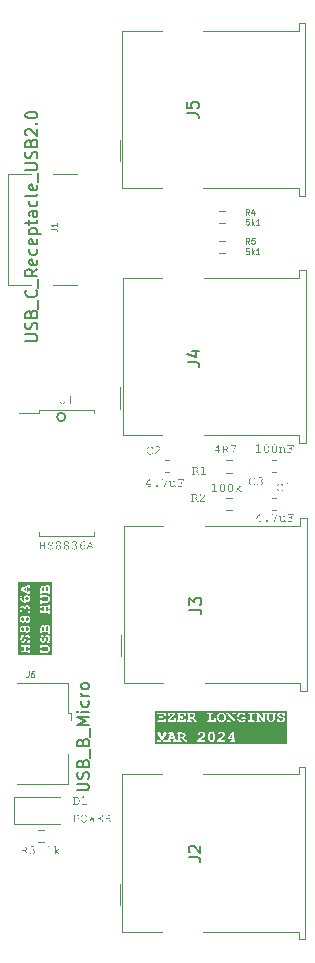
<source format=gbr>
%TF.GenerationSoftware,KiCad,Pcbnew,7.0.7*%
%TF.CreationDate,2024-04-05T12:31:17-04:00*%
%TF.ProjectId,HS8836A_USBC_hub,48533838-3336-4415-9f55-5342435f6875,rev?*%
%TF.SameCoordinates,Original*%
%TF.FileFunction,Legend,Top*%
%TF.FilePolarity,Positive*%
%FSLAX46Y46*%
G04 Gerber Fmt 4.6, Leading zero omitted, Abs format (unit mm)*
G04 Created by KiCad (PCBNEW 7.0.7) date 2024-04-05 12:31:17*
%MOMM*%
%LPD*%
G01*
G04 APERTURE LIST*
%ADD10C,0.150000*%
%ADD11C,0.200000*%
%ADD12C,0.250000*%
%ADD13C,0.075000*%
%ADD14C,0.120000*%
G04 APERTURE END LIST*
D10*
X144660555Y-93600000D02*
G75*
G03*
X144660555Y-93600000I-360555J0D01*
G01*
D11*
G36*
X157030912Y-120380491D02*
G01*
X157042670Y-120381402D01*
X157053910Y-120383095D01*
X157064629Y-120385570D01*
X157074830Y-120388825D01*
X157084510Y-120392863D01*
X157093672Y-120397681D01*
X157102313Y-120403281D01*
X157110436Y-120409662D01*
X157118038Y-120416825D01*
X157125122Y-120424769D01*
X157132871Y-120434920D01*
X157140120Y-120445282D01*
X157146869Y-120455856D01*
X157153118Y-120466642D01*
X157158867Y-120477639D01*
X157164117Y-120488849D01*
X157168866Y-120500270D01*
X157173115Y-120511903D01*
X157176865Y-120523748D01*
X157180114Y-120535804D01*
X157182864Y-120548073D01*
X157185114Y-120560553D01*
X157186864Y-120573245D01*
X157188113Y-120586149D01*
X157188863Y-120599265D01*
X157189113Y-120612592D01*
X157189113Y-120757672D01*
X157188875Y-120771211D01*
X157188159Y-120784474D01*
X157186967Y-120797460D01*
X157185297Y-120810169D01*
X157183150Y-120822602D01*
X157180527Y-120834758D01*
X157177426Y-120846637D01*
X157173848Y-120858239D01*
X157169793Y-120869565D01*
X157165261Y-120880614D01*
X157160253Y-120891387D01*
X157154767Y-120901882D01*
X157148804Y-120912101D01*
X157142364Y-120922044D01*
X157135447Y-120931710D01*
X157128053Y-120941099D01*
X157122896Y-120947014D01*
X157114828Y-120955171D01*
X157106361Y-120962470D01*
X157097494Y-120968910D01*
X157088229Y-120974491D01*
X157078564Y-120979214D01*
X157068499Y-120983078D01*
X157058036Y-120986083D01*
X157047173Y-120988230D01*
X157035911Y-120989518D01*
X157024249Y-120989947D01*
X157016035Y-120989774D01*
X157004164Y-120988862D01*
X156992834Y-120987169D01*
X156982044Y-120984695D01*
X156971796Y-120981439D01*
X156962089Y-120977402D01*
X156952923Y-120972583D01*
X156944297Y-120966983D01*
X156936213Y-120960602D01*
X156928670Y-120953439D01*
X156921667Y-120945495D01*
X156913859Y-120935402D01*
X156906555Y-120925089D01*
X156899754Y-120914557D01*
X156893457Y-120903806D01*
X156887664Y-120892835D01*
X156882375Y-120881645D01*
X156877589Y-120870235D01*
X156873307Y-120858606D01*
X156869529Y-120846757D01*
X156866255Y-120834689D01*
X156863484Y-120822401D01*
X156861217Y-120809894D01*
X156859454Y-120797168D01*
X156858195Y-120784222D01*
X156857439Y-120771057D01*
X156857187Y-120757672D01*
X156857187Y-120612592D01*
X156857426Y-120599053D01*
X156858141Y-120585790D01*
X156859334Y-120572804D01*
X156861004Y-120560095D01*
X156863150Y-120547662D01*
X156865774Y-120535507D01*
X156868875Y-120523627D01*
X156872452Y-120512025D01*
X156876507Y-120500699D01*
X156881039Y-120489650D01*
X156886048Y-120478878D01*
X156891534Y-120468382D01*
X156897497Y-120458163D01*
X156903937Y-120448220D01*
X156910854Y-120438555D01*
X156918248Y-120429166D01*
X156923408Y-120423250D01*
X156931490Y-120415093D01*
X156939986Y-120407794D01*
X156948893Y-120401354D01*
X156958212Y-120395773D01*
X156967944Y-120391050D01*
X156978087Y-120387186D01*
X156988643Y-120384181D01*
X156999611Y-120382034D01*
X157010992Y-120380746D01*
X157022784Y-120380317D01*
X157030912Y-120380491D01*
G37*
G36*
X153776064Y-120739842D02*
G01*
X153548674Y-120739842D01*
X153662735Y-120497798D01*
X153776064Y-120739842D01*
G37*
G36*
X154528636Y-120458600D02*
G01*
X154543171Y-120459256D01*
X154557015Y-120460474D01*
X154570168Y-120462255D01*
X154582629Y-120464599D01*
X154594399Y-120467505D01*
X154605478Y-120470973D01*
X154615866Y-120475004D01*
X154625562Y-120479597D01*
X154634568Y-120484753D01*
X154642882Y-120490471D01*
X154645511Y-120492476D01*
X154655195Y-120500600D01*
X154663543Y-120508893D01*
X154670556Y-120517354D01*
X154676232Y-120525983D01*
X154681450Y-120537005D01*
X154684581Y-120548289D01*
X154685624Y-120559836D01*
X154685536Y-120562983D01*
X154683847Y-120574044D01*
X154680687Y-120583581D01*
X154675947Y-120593170D01*
X154669627Y-120602810D01*
X154663154Y-120610882D01*
X154655176Y-120618843D01*
X154647309Y-120625134D01*
X154638121Y-120631356D01*
X154627613Y-120637510D01*
X154618866Y-120642080D01*
X154609375Y-120646612D01*
X154599142Y-120651105D01*
X154588166Y-120655559D01*
X154576448Y-120659975D01*
X154573427Y-120661042D01*
X154561089Y-120664971D01*
X154551565Y-120667562D01*
X154541809Y-120669848D01*
X154531822Y-120671829D01*
X154521602Y-120673506D01*
X154511151Y-120674878D01*
X154500467Y-120675945D01*
X154489552Y-120676707D01*
X154478405Y-120677164D01*
X154467027Y-120677316D01*
X154357117Y-120677316D01*
X154357117Y-120458475D01*
X154518562Y-120458475D01*
X154528636Y-120458600D01*
G37*
G36*
X158769120Y-120771106D02*
G01*
X158565177Y-120771106D01*
X158769120Y-120441378D01*
X158769120Y-120771106D01*
G37*
G36*
X157875993Y-118763147D02*
G01*
X157888106Y-118764057D01*
X157900051Y-118765574D01*
X157911828Y-118767698D01*
X157923437Y-118770428D01*
X157934878Y-118773765D01*
X157946152Y-118777710D01*
X157957257Y-118782260D01*
X157968195Y-118787418D01*
X157978964Y-118793183D01*
X157989566Y-118799554D01*
X158000000Y-118806532D01*
X158010265Y-118814117D01*
X158020363Y-118822309D01*
X158030293Y-118831107D01*
X158040055Y-118840512D01*
X158049461Y-118850380D01*
X158058259Y-118860567D01*
X158066451Y-118871072D01*
X158074036Y-118881896D01*
X158081014Y-118893039D01*
X158087385Y-118904500D01*
X158093150Y-118916280D01*
X158098307Y-118928379D01*
X158102858Y-118940796D01*
X158106802Y-118953532D01*
X158110140Y-118966587D01*
X158112870Y-118979960D01*
X158114994Y-118993652D01*
X158116511Y-119007662D01*
X158117421Y-119021992D01*
X158117725Y-119036639D01*
X158117421Y-119051316D01*
X158116511Y-119065670D01*
X158114994Y-119079702D01*
X158112870Y-119093411D01*
X158110140Y-119106797D01*
X158106802Y-119119861D01*
X158102858Y-119132603D01*
X158098307Y-119145022D01*
X158093150Y-119157119D01*
X158087385Y-119168893D01*
X158081014Y-119180345D01*
X158074036Y-119191474D01*
X158066451Y-119202281D01*
X158058259Y-119212765D01*
X158049461Y-119222927D01*
X158040055Y-119232766D01*
X158030293Y-119242113D01*
X158020363Y-119250856D01*
X158010265Y-119258996D01*
X158000000Y-119266533D01*
X157989566Y-119273467D01*
X157978964Y-119279798D01*
X157968195Y-119285527D01*
X157957257Y-119290652D01*
X157946152Y-119295174D01*
X157934878Y-119299094D01*
X157923437Y-119302410D01*
X157911828Y-119305123D01*
X157900051Y-119307234D01*
X157888106Y-119308741D01*
X157875993Y-119309646D01*
X157863712Y-119309947D01*
X157851489Y-119309644D01*
X157839429Y-119308734D01*
X157827531Y-119307217D01*
X157815795Y-119305093D01*
X157804221Y-119302362D01*
X157792809Y-119299025D01*
X157781560Y-119295081D01*
X157770472Y-119290530D01*
X157759547Y-119285372D01*
X157748784Y-119279608D01*
X157738184Y-119273236D01*
X157727745Y-119266258D01*
X157717469Y-119258673D01*
X157707355Y-119250482D01*
X157697403Y-119241683D01*
X157687613Y-119232278D01*
X157678237Y-119222412D01*
X157669466Y-119212231D01*
X157661301Y-119201735D01*
X157653739Y-119190925D01*
X157646783Y-119179799D01*
X157640432Y-119168359D01*
X157634686Y-119156604D01*
X157629544Y-119144534D01*
X157625008Y-119132149D01*
X157621076Y-119119449D01*
X157617749Y-119106435D01*
X157615027Y-119093105D01*
X157612910Y-119079461D01*
X157611398Y-119065502D01*
X157610490Y-119051228D01*
X157610188Y-119036639D01*
X157610490Y-119022079D01*
X157611398Y-119007830D01*
X157612910Y-118993892D01*
X157615027Y-118980265D01*
X157617749Y-118966949D01*
X157621076Y-118953944D01*
X157625008Y-118941250D01*
X157629544Y-118928867D01*
X157634686Y-118916795D01*
X157640432Y-118905035D01*
X157646783Y-118893585D01*
X157653739Y-118882446D01*
X157661301Y-118871618D01*
X157669466Y-118861101D01*
X157678237Y-118850896D01*
X157687613Y-118841001D01*
X157697403Y-118831536D01*
X157707355Y-118822683D01*
X157717469Y-118814439D01*
X157727745Y-118806807D01*
X157738184Y-118799785D01*
X157748784Y-118793374D01*
X157759547Y-118787573D01*
X157770472Y-118782383D01*
X157781560Y-118777803D01*
X157792809Y-118773834D01*
X157804221Y-118770476D01*
X157815795Y-118767728D01*
X157827531Y-118765591D01*
X157839429Y-118764064D01*
X157851489Y-118763148D01*
X157863712Y-118762843D01*
X157875993Y-118763147D01*
G37*
G36*
X155368831Y-118778600D02*
G01*
X155383366Y-118779256D01*
X155397210Y-118780474D01*
X155410363Y-118782255D01*
X155422824Y-118784599D01*
X155434595Y-118787505D01*
X155445673Y-118790973D01*
X155456061Y-118795004D01*
X155465758Y-118799597D01*
X155474763Y-118804753D01*
X155483077Y-118810471D01*
X155485707Y-118812476D01*
X155495390Y-118820600D01*
X155503739Y-118828893D01*
X155510751Y-118837354D01*
X155516428Y-118845983D01*
X155521645Y-118857005D01*
X155524776Y-118868289D01*
X155525819Y-118879836D01*
X155525732Y-118882983D01*
X155524042Y-118894044D01*
X155520882Y-118903581D01*
X155516142Y-118913170D01*
X155509823Y-118922810D01*
X155503349Y-118930882D01*
X155495372Y-118938843D01*
X155487505Y-118945134D01*
X155478317Y-118951356D01*
X155467809Y-118957510D01*
X155459061Y-118962080D01*
X155449571Y-118966612D01*
X155439337Y-118971105D01*
X155428362Y-118975559D01*
X155416643Y-118979975D01*
X155413623Y-118981042D01*
X155401285Y-118984971D01*
X155391761Y-118987562D01*
X155382005Y-118989848D01*
X155372017Y-118991829D01*
X155361798Y-118993506D01*
X155351346Y-118994878D01*
X155340663Y-118995945D01*
X155329748Y-118996707D01*
X155318601Y-118997164D01*
X155307222Y-118997316D01*
X155197313Y-118997316D01*
X155197313Y-118778475D01*
X155358757Y-118778475D01*
X155368831Y-118778600D01*
G37*
G36*
X163385041Y-121273488D02*
G01*
X152231009Y-121273488D01*
X152231009Y-121044658D01*
X152373866Y-121044658D01*
X152373950Y-121048549D01*
X152375224Y-121059663D01*
X152378026Y-121069936D01*
X152382357Y-121079367D01*
X152388216Y-121087956D01*
X152395603Y-121095704D01*
X152403035Y-121101263D01*
X152411899Y-121105880D01*
X152422193Y-121109554D01*
X152433919Y-121112286D01*
X152444330Y-121113794D01*
X152455656Y-121114698D01*
X152467899Y-121115000D01*
X152652791Y-121115000D01*
X152662059Y-121114830D01*
X152673614Y-121114076D01*
X152684254Y-121112720D01*
X152696266Y-121110176D01*
X152706847Y-121106690D01*
X152715996Y-121102262D01*
X152725087Y-121095704D01*
X152727719Y-121093215D01*
X152734597Y-121085187D01*
X152739946Y-121076317D01*
X152743767Y-121066605D01*
X152746060Y-121056052D01*
X152746824Y-121044658D01*
X152746739Y-121040767D01*
X152745466Y-121029667D01*
X152742664Y-121019426D01*
X152738333Y-121010044D01*
X152732474Y-121001520D01*
X152725087Y-120993855D01*
X152717654Y-120988226D01*
X152708791Y-120983551D01*
X152698497Y-120979830D01*
X152686771Y-120977063D01*
X152676360Y-120975537D01*
X152665034Y-120974621D01*
X152652791Y-120974316D01*
X152601988Y-120974316D01*
X152601988Y-120578642D01*
X152765387Y-120925956D01*
X152887752Y-120925956D01*
X153049197Y-120578642D01*
X153049197Y-120974316D01*
X152997662Y-120974316D01*
X152988523Y-120974487D01*
X152977112Y-120975251D01*
X152966587Y-120976624D01*
X152954675Y-120979200D01*
X152944147Y-120982731D01*
X152935002Y-120987215D01*
X152925854Y-120993855D01*
X152923222Y-120996315D01*
X152916344Y-121004266D01*
X152910995Y-121013076D01*
X152907174Y-121022744D01*
X152904881Y-121033272D01*
X152904117Y-121044658D01*
X152904202Y-121048549D01*
X152905475Y-121059663D01*
X152908277Y-121069936D01*
X152912608Y-121079367D01*
X152918467Y-121087956D01*
X152925854Y-121095704D01*
X152933339Y-121101263D01*
X152942207Y-121105880D01*
X152952459Y-121109554D01*
X152964094Y-121112286D01*
X152974398Y-121113794D01*
X152985587Y-121114698D01*
X152997662Y-121115000D01*
X153183042Y-121115000D01*
X153192312Y-121114830D01*
X153203877Y-121114076D01*
X153214534Y-121112720D01*
X153226578Y-121110176D01*
X153237203Y-121106690D01*
X153242959Y-121103920D01*
X153246721Y-121105880D01*
X153257015Y-121109554D01*
X153268741Y-121112286D01*
X153279152Y-121113794D01*
X153290478Y-121114698D01*
X153302721Y-121115000D01*
X153492254Y-121115000D01*
X153501524Y-121114830D01*
X153513089Y-121114076D01*
X153523746Y-121112720D01*
X153535790Y-121110176D01*
X153546415Y-121106690D01*
X153555620Y-121102262D01*
X153564794Y-121095704D01*
X153567426Y-121093215D01*
X153574304Y-121085187D01*
X153579653Y-121076317D01*
X153583474Y-121066605D01*
X153585767Y-121056052D01*
X153586531Y-121044658D01*
X153586446Y-121040767D01*
X153585173Y-121029667D01*
X153582371Y-121019426D01*
X153578040Y-121010044D01*
X153572181Y-121001520D01*
X153564794Y-120993855D01*
X153557291Y-120988226D01*
X153548369Y-120983551D01*
X153538028Y-120979830D01*
X153526268Y-120977063D01*
X153515838Y-120975537D01*
X153504500Y-120974621D01*
X153492254Y-120974316D01*
X153458060Y-120974316D01*
X153492254Y-120880526D01*
X153834438Y-120880526D01*
X153868143Y-120974316D01*
X153833705Y-120974316D01*
X153824435Y-120974487D01*
X153812870Y-120975251D01*
X153802213Y-120976624D01*
X153790169Y-120979200D01*
X153779544Y-120982731D01*
X153770338Y-120987215D01*
X153761165Y-120993855D01*
X153758562Y-120996315D01*
X153751762Y-121004266D01*
X153746472Y-121013076D01*
X153742694Y-121022744D01*
X153740427Y-121033272D01*
X153739672Y-121044658D01*
X153739755Y-121048549D01*
X153741015Y-121059663D01*
X153743785Y-121069936D01*
X153748067Y-121079367D01*
X153753860Y-121087956D01*
X153761165Y-121095704D01*
X153768667Y-121101263D01*
X153777589Y-121105880D01*
X153787930Y-121109554D01*
X153799690Y-121112286D01*
X153810120Y-121113794D01*
X153821459Y-121114698D01*
X153833705Y-121115000D01*
X154023237Y-121115000D01*
X154032503Y-121114830D01*
X154044049Y-121114076D01*
X154054672Y-121112720D01*
X154066652Y-121110176D01*
X154077188Y-121106690D01*
X154086282Y-121102262D01*
X154095289Y-121095704D01*
X154097892Y-121093215D01*
X154104692Y-121085187D01*
X154108532Y-121078747D01*
X154108814Y-121079367D01*
X154114607Y-121087956D01*
X154121912Y-121095704D01*
X154129414Y-121101263D01*
X154138336Y-121105880D01*
X154148677Y-121109554D01*
X154160437Y-121112286D01*
X154170867Y-121113794D01*
X154182205Y-121114698D01*
X154194452Y-121115000D01*
X154408164Y-121115000D01*
X154417432Y-121114830D01*
X154428988Y-121114076D01*
X154439628Y-121112720D01*
X154451639Y-121110176D01*
X154462220Y-121106690D01*
X154471370Y-121102262D01*
X154480460Y-121095704D01*
X154483092Y-121093215D01*
X154489970Y-121085187D01*
X154495320Y-121076317D01*
X154499141Y-121066605D01*
X154501433Y-121056052D01*
X154502198Y-121044658D01*
X154502113Y-121040767D01*
X154500839Y-121029667D01*
X154498037Y-121019426D01*
X154493706Y-121010044D01*
X154487847Y-121001520D01*
X154480460Y-120993855D01*
X154473028Y-120988226D01*
X154464164Y-120983551D01*
X154453870Y-120979830D01*
X154442144Y-120977063D01*
X154431734Y-120975537D01*
X154420407Y-120974621D01*
X154408164Y-120974316D01*
X154357117Y-120974316D01*
X154357117Y-120818000D01*
X154496580Y-120818000D01*
X154503675Y-120821322D01*
X154518207Y-120829118D01*
X154533197Y-120838453D01*
X154548646Y-120849326D01*
X154556542Y-120855339D01*
X154564552Y-120861736D01*
X154572677Y-120868518D01*
X154580916Y-120875685D01*
X154589270Y-120883236D01*
X154597739Y-120891171D01*
X154606321Y-120899491D01*
X154615019Y-120908196D01*
X154623831Y-120917285D01*
X154632757Y-120926758D01*
X154641798Y-120936616D01*
X154650953Y-120946859D01*
X154660223Y-120957486D01*
X154669607Y-120968497D01*
X154679106Y-120979893D01*
X154688719Y-120991674D01*
X154698447Y-121003838D01*
X154708289Y-121016388D01*
X154718246Y-121029322D01*
X154728317Y-121042640D01*
X154738503Y-121056343D01*
X154748803Y-121070430D01*
X154759217Y-121084902D01*
X154769747Y-121099759D01*
X154780390Y-121115000D01*
X154860746Y-121115000D01*
X155836252Y-121115000D01*
X156477878Y-121115000D01*
X156477878Y-121052473D01*
X156477711Y-121043120D01*
X156476966Y-121031471D01*
X156475627Y-121020761D01*
X156473115Y-121008693D01*
X156469674Y-120998092D01*
X156465301Y-120988958D01*
X156458827Y-120979933D01*
X156456424Y-120977360D01*
X156448584Y-120970637D01*
X156439800Y-120965407D01*
X156430071Y-120961672D01*
X156419398Y-120959431D01*
X156407780Y-120958684D01*
X156399251Y-120959234D01*
X156389040Y-120961264D01*
X156378548Y-120964790D01*
X156369331Y-120969003D01*
X156359909Y-120974316D01*
X156051430Y-120974316D01*
X156064469Y-120964201D01*
X156077240Y-120954282D01*
X156089741Y-120944559D01*
X156101973Y-120935031D01*
X156113936Y-120925698D01*
X156125630Y-120916562D01*
X156137055Y-120907621D01*
X156148211Y-120898875D01*
X156159098Y-120890325D01*
X156169716Y-120881971D01*
X156180065Y-120873812D01*
X156190145Y-120865849D01*
X156199955Y-120858081D01*
X156209497Y-120850509D01*
X156218770Y-120843133D01*
X156227773Y-120835952D01*
X156236508Y-120828967D01*
X156244973Y-120822177D01*
X156253170Y-120815583D01*
X156261097Y-120809185D01*
X156276145Y-120796974D01*
X156290116Y-120785546D01*
X156303012Y-120774901D01*
X156314831Y-120765038D01*
X156322101Y-120758893D01*
X156716503Y-120758893D01*
X156716708Y-120772312D01*
X156717324Y-120785642D01*
X156718349Y-120798882D01*
X156719785Y-120812032D01*
X156721631Y-120825092D01*
X156723888Y-120838062D01*
X156726555Y-120850943D01*
X156729631Y-120863735D01*
X156733119Y-120876436D01*
X156737016Y-120889048D01*
X156741324Y-120901570D01*
X156746041Y-120914003D01*
X156751170Y-120926346D01*
X156756708Y-120938599D01*
X156762657Y-120950762D01*
X156769016Y-120962836D01*
X156772304Y-120968792D01*
X156778915Y-120980349D01*
X156785575Y-120991436D01*
X156792282Y-121002051D01*
X156799037Y-121012194D01*
X156805839Y-121021867D01*
X156812689Y-121031068D01*
X156819587Y-121039798D01*
X156826533Y-121048056D01*
X156833526Y-121055843D01*
X156840567Y-121063159D01*
X156847656Y-121070004D01*
X156858379Y-121079387D01*
X156869209Y-121087709D01*
X156880146Y-121094972D01*
X156883851Y-121097165D01*
X156895274Y-121103329D01*
X156907161Y-121108866D01*
X156919511Y-121113776D01*
X156932325Y-121118060D01*
X156945603Y-121121716D01*
X156959345Y-121124746D01*
X156973550Y-121127149D01*
X156983278Y-121128402D01*
X156993211Y-121129377D01*
X157003351Y-121130074D01*
X157013697Y-121130492D01*
X157024249Y-121130631D01*
X157042423Y-121130162D01*
X157060065Y-121128753D01*
X157077175Y-121126406D01*
X157093752Y-121123121D01*
X157109796Y-121118896D01*
X157121500Y-121115000D01*
X157516643Y-121115000D01*
X158158269Y-121115000D01*
X158158269Y-121052473D01*
X158158101Y-121043120D01*
X158157357Y-121031471D01*
X158156018Y-121020761D01*
X158153506Y-121008693D01*
X158150064Y-120998092D01*
X158145692Y-120988958D01*
X158139218Y-120979933D01*
X158136815Y-120977360D01*
X158128975Y-120970637D01*
X158120191Y-120965407D01*
X158110462Y-120961672D01*
X158099789Y-120959431D01*
X158088171Y-120958684D01*
X158079642Y-120959234D01*
X158069430Y-120961264D01*
X158058938Y-120964790D01*
X158049722Y-120969003D01*
X158040300Y-120974316D01*
X157731821Y-120974316D01*
X157744860Y-120964201D01*
X157757630Y-120954282D01*
X157770132Y-120944559D01*
X157782364Y-120935031D01*
X157794327Y-120925698D01*
X157806021Y-120916562D01*
X157812120Y-120911789D01*
X158386392Y-120911789D01*
X158769120Y-120911789D01*
X158769120Y-120974316D01*
X158714166Y-120974316D01*
X158704896Y-120974487D01*
X158693330Y-120975251D01*
X158682673Y-120976624D01*
X158670629Y-120979200D01*
X158660004Y-120982731D01*
X158650799Y-120987215D01*
X158641625Y-120993855D01*
X158639023Y-120996315D01*
X158632222Y-121004266D01*
X158626933Y-121013076D01*
X158623155Y-121022744D01*
X158620888Y-121033272D01*
X158620132Y-121044658D01*
X158620216Y-121048549D01*
X158621475Y-121059663D01*
X158624246Y-121069936D01*
X158628528Y-121079367D01*
X158634321Y-121087956D01*
X158641625Y-121095704D01*
X158649128Y-121101263D01*
X158658050Y-121105880D01*
X158668391Y-121109554D01*
X158680151Y-121112286D01*
X158690581Y-121113794D01*
X158701919Y-121114698D01*
X158714166Y-121115000D01*
X158902965Y-121115000D01*
X158912235Y-121114830D01*
X158923801Y-121114076D01*
X158934458Y-121112720D01*
X158946502Y-121110176D01*
X158957126Y-121106690D01*
X158966332Y-121102262D01*
X158975505Y-121095704D01*
X158978138Y-121093215D01*
X158985016Y-121085187D01*
X158990365Y-121076317D01*
X158994186Y-121066605D01*
X158996479Y-121056052D01*
X158997243Y-121044658D01*
X158997159Y-121040767D01*
X158995900Y-121029667D01*
X158993129Y-121019426D01*
X158988847Y-121010044D01*
X158983054Y-121001520D01*
X158975750Y-120993855D01*
X158971559Y-120990363D01*
X158961942Y-120984410D01*
X158952669Y-120980498D01*
X158942250Y-120977540D01*
X158930687Y-120975537D01*
X158920612Y-120974621D01*
X158909804Y-120974316D01*
X158909804Y-120911789D01*
X158912530Y-120911771D01*
X158923000Y-120911318D01*
X158935111Y-120909905D01*
X158946136Y-120907550D01*
X158956077Y-120904252D01*
X158966572Y-120899052D01*
X158975505Y-120892494D01*
X158978138Y-120890005D01*
X158985016Y-120881977D01*
X158990365Y-120873107D01*
X158994186Y-120863395D01*
X158996479Y-120852842D01*
X158997243Y-120841448D01*
X158997159Y-120837557D01*
X158995900Y-120826457D01*
X158993129Y-120816216D01*
X158988847Y-120806834D01*
X158983054Y-120798310D01*
X158975750Y-120790645D01*
X158971559Y-120787153D01*
X158961942Y-120781200D01*
X158952669Y-120777288D01*
X158942250Y-120774330D01*
X158930687Y-120772327D01*
X158920612Y-120771411D01*
X158909804Y-120771106D01*
X158909804Y-120255265D01*
X158723691Y-120255265D01*
X158401057Y-120771106D01*
X158386392Y-120794553D01*
X158386392Y-120911789D01*
X157812120Y-120911789D01*
X157817446Y-120907621D01*
X157828602Y-120898875D01*
X157839489Y-120890325D01*
X157850107Y-120881971D01*
X157860456Y-120873812D01*
X157870536Y-120865849D01*
X157880346Y-120858081D01*
X157889888Y-120850509D01*
X157899161Y-120843133D01*
X157908164Y-120835952D01*
X157916899Y-120828967D01*
X157925364Y-120822177D01*
X157933561Y-120815583D01*
X157941488Y-120809185D01*
X157956536Y-120796974D01*
X157970507Y-120785546D01*
X157983402Y-120774901D01*
X157995221Y-120765038D01*
X158005964Y-120755957D01*
X158015631Y-120747658D01*
X158026936Y-120737765D01*
X158037708Y-120728115D01*
X158047948Y-120718707D01*
X158057656Y-120709541D01*
X158066831Y-120700618D01*
X158075474Y-120691937D01*
X158083585Y-120683498D01*
X158091163Y-120675301D01*
X158098209Y-120667347D01*
X158104722Y-120659635D01*
X158113494Y-120648522D01*
X158121069Y-120637954D01*
X158127445Y-120627931D01*
X158132623Y-120618454D01*
X158135581Y-120612284D01*
X158139660Y-120602904D01*
X158143309Y-120593373D01*
X158146529Y-120583692D01*
X158149320Y-120573861D01*
X158151681Y-120563880D01*
X158153613Y-120553749D01*
X158155116Y-120543467D01*
X158156189Y-120533035D01*
X158156833Y-120522452D01*
X158157048Y-120511720D01*
X158156715Y-120497716D01*
X158155716Y-120483975D01*
X158154051Y-120470498D01*
X158151720Y-120457284D01*
X158148723Y-120444333D01*
X158145061Y-120431646D01*
X158140732Y-120419222D01*
X158135737Y-120407062D01*
X158130077Y-120395164D01*
X158123750Y-120383530D01*
X158116758Y-120372160D01*
X158109100Y-120361052D01*
X158100775Y-120350208D01*
X158091785Y-120339628D01*
X158082129Y-120329310D01*
X158071807Y-120319256D01*
X158060965Y-120309614D01*
X158049749Y-120300595D01*
X158038159Y-120292197D01*
X158026195Y-120284421D01*
X158013856Y-120277268D01*
X158001144Y-120270736D01*
X157988058Y-120264826D01*
X157974598Y-120259539D01*
X157960764Y-120254874D01*
X157946556Y-120250830D01*
X157931974Y-120247409D01*
X157917018Y-120244610D01*
X157901688Y-120242432D01*
X157885984Y-120240877D01*
X157869906Y-120239944D01*
X157853454Y-120239633D01*
X157842757Y-120239781D01*
X157832159Y-120240225D01*
X157821660Y-120240964D01*
X157811261Y-120241999D01*
X157800961Y-120243330D01*
X157790760Y-120244957D01*
X157780658Y-120246879D01*
X157770655Y-120249098D01*
X157760752Y-120251612D01*
X157750948Y-120254421D01*
X157741243Y-120257527D01*
X157731638Y-120260928D01*
X157722131Y-120264625D01*
X157712724Y-120268618D01*
X157703416Y-120272906D01*
X157694207Y-120277491D01*
X157685215Y-120282291D01*
X157676496Y-120287287D01*
X157668050Y-120292480D01*
X157659876Y-120297870D01*
X157648127Y-120306323D01*
X157636993Y-120315218D01*
X157626472Y-120324555D01*
X157616565Y-120334334D01*
X157607272Y-120344556D01*
X157598593Y-120355220D01*
X157590528Y-120366326D01*
X157583077Y-120377875D01*
X157578463Y-120385639D01*
X157572100Y-120396978D01*
X157566407Y-120407947D01*
X157561384Y-120418547D01*
X157557031Y-120428778D01*
X157553347Y-120438640D01*
X157550333Y-120448133D01*
X157547356Y-120460215D01*
X157545570Y-120471641D01*
X157544975Y-120482411D01*
X157545057Y-120485894D01*
X157546288Y-120496012D01*
X157548996Y-120505632D01*
X157553180Y-120514754D01*
X157558842Y-120523377D01*
X157565980Y-120531503D01*
X157568636Y-120534017D01*
X157576971Y-120540586D01*
X157585855Y-120545695D01*
X157595289Y-120549345D01*
X157605273Y-120551534D01*
X157615806Y-120552264D01*
X157617340Y-120552252D01*
X157627651Y-120551470D01*
X157638520Y-120549089D01*
X157648412Y-120545120D01*
X157657327Y-120539563D01*
X157663389Y-120534200D01*
X157669810Y-120526422D01*
X157675531Y-120517009D01*
X157679875Y-120507638D01*
X157683705Y-120497065D01*
X157685730Y-120491233D01*
X157690019Y-120480112D01*
X157694629Y-120469717D01*
X157699560Y-120460046D01*
X157704811Y-120451101D01*
X157710383Y-120442880D01*
X157717798Y-120433625D01*
X157725715Y-120425502D01*
X157732073Y-120420030D01*
X157741982Y-120412485D01*
X157752337Y-120405734D01*
X157763139Y-120399777D01*
X157774388Y-120394614D01*
X157786083Y-120390245D01*
X157798224Y-120386671D01*
X157810812Y-120383891D01*
X157823847Y-120381906D01*
X157837328Y-120380714D01*
X157851256Y-120380317D01*
X157860511Y-120380461D01*
X157873954Y-120381217D01*
X157886869Y-120382622D01*
X157899256Y-120384675D01*
X157911115Y-120387376D01*
X157922446Y-120390726D01*
X157933249Y-120394724D01*
X157943523Y-120399370D01*
X157953270Y-120404664D01*
X157962488Y-120410607D01*
X157971179Y-120417198D01*
X157976621Y-120421821D01*
X157984126Y-120428921D01*
X157990840Y-120436218D01*
X157998565Y-120446255D01*
X158004884Y-120456643D01*
X158009800Y-120467382D01*
X158013311Y-120478472D01*
X158015417Y-120489913D01*
X158016120Y-120501706D01*
X158015964Y-120506516D01*
X158014720Y-120516240D01*
X158012232Y-120526101D01*
X158008499Y-120536100D01*
X158003523Y-120546236D01*
X157997302Y-120556510D01*
X157989838Y-120566920D01*
X157983423Y-120574819D01*
X157976308Y-120582794D01*
X157965239Y-120594080D01*
X157951815Y-120606993D01*
X157944220Y-120614061D01*
X157936036Y-120621534D01*
X157927264Y-120629415D01*
X157917903Y-120637703D01*
X157907954Y-120646398D01*
X157897416Y-120655500D01*
X157886289Y-120665008D01*
X157874573Y-120674924D01*
X157862269Y-120685246D01*
X157849376Y-120695975D01*
X157835895Y-120707111D01*
X157821824Y-120718654D01*
X157807165Y-120730604D01*
X157791918Y-120742961D01*
X157776082Y-120755725D01*
X157759657Y-120768896D01*
X157742643Y-120782474D01*
X157725041Y-120796458D01*
X157706850Y-120810850D01*
X157688071Y-120825648D01*
X157668703Y-120840853D01*
X157648746Y-120856466D01*
X157628200Y-120872485D01*
X157607066Y-120888911D01*
X157585343Y-120905744D01*
X157563032Y-120922984D01*
X157540132Y-120940630D01*
X157516643Y-120958684D01*
X157516643Y-121115000D01*
X157121500Y-121115000D01*
X157125309Y-121113732D01*
X157140289Y-121107630D01*
X157154736Y-121100589D01*
X157168651Y-121092609D01*
X157182034Y-121083691D01*
X157194884Y-121073833D01*
X157207202Y-121063037D01*
X157218988Y-121051302D01*
X157230241Y-121038628D01*
X157240962Y-121025015D01*
X157251151Y-121010464D01*
X157260763Y-120995399D01*
X157269755Y-120980246D01*
X157278127Y-120965006D01*
X157285879Y-120949678D01*
X157293011Y-120934262D01*
X157299522Y-120918758D01*
X157305414Y-120903167D01*
X157310685Y-120887487D01*
X157315336Y-120871720D01*
X157319367Y-120855865D01*
X157322778Y-120839923D01*
X157325569Y-120823893D01*
X157327739Y-120807774D01*
X157329290Y-120791569D01*
X157330220Y-120775275D01*
X157330530Y-120758893D01*
X157330530Y-120611371D01*
X157330322Y-120597863D01*
X157329698Y-120584451D01*
X157328658Y-120571134D01*
X157327202Y-120557912D01*
X157325330Y-120544786D01*
X157323042Y-120531755D01*
X157320338Y-120518820D01*
X157317219Y-120505980D01*
X157313683Y-120493235D01*
X157309731Y-120480586D01*
X157305363Y-120468033D01*
X157300580Y-120455574D01*
X157295380Y-120443211D01*
X157289764Y-120430944D01*
X157283733Y-120418772D01*
X157277285Y-120406695D01*
X157273952Y-120400740D01*
X157267252Y-120389186D01*
X157260509Y-120378108D01*
X157253721Y-120367504D01*
X157246890Y-120357376D01*
X157240015Y-120347722D01*
X157233096Y-120338544D01*
X157226133Y-120329841D01*
X157219127Y-120321613D01*
X157212076Y-120313860D01*
X157204982Y-120306583D01*
X157197843Y-120299780D01*
X157187053Y-120290467D01*
X157176165Y-120282223D01*
X157165177Y-120275048D01*
X157153959Y-120268719D01*
X157142285Y-120263013D01*
X157130157Y-120257929D01*
X157117573Y-120253467D01*
X157104534Y-120249628D01*
X157091040Y-120246412D01*
X157077091Y-120243818D01*
X157062687Y-120241847D01*
X157052831Y-120240878D01*
X157042774Y-120240186D01*
X157032514Y-120239771D01*
X157022051Y-120239633D01*
X157003878Y-120240104D01*
X156986239Y-120241518D01*
X156969134Y-120243875D01*
X156952564Y-120247174D01*
X156936528Y-120251416D01*
X156921026Y-120256600D01*
X156906059Y-120262727D01*
X156891625Y-120269797D01*
X156877727Y-120277809D01*
X156864362Y-120286764D01*
X156851531Y-120296662D01*
X156839235Y-120307502D01*
X156827474Y-120319285D01*
X156816246Y-120332010D01*
X156805553Y-120345678D01*
X156795394Y-120360289D01*
X156785841Y-120375381D01*
X156776904Y-120390552D01*
X156768583Y-120405804D01*
X156760879Y-120421136D01*
X156753791Y-120436548D01*
X156747320Y-120452040D01*
X156741465Y-120467613D01*
X156736226Y-120483265D01*
X156731603Y-120498998D01*
X156727597Y-120514811D01*
X156724207Y-120530704D01*
X156721434Y-120546677D01*
X156719277Y-120562730D01*
X156717736Y-120578864D01*
X156716812Y-120595077D01*
X156716503Y-120611371D01*
X156716503Y-120757672D01*
X156716503Y-120758893D01*
X156322101Y-120758893D01*
X156325574Y-120755957D01*
X156335240Y-120747658D01*
X156346545Y-120737765D01*
X156357318Y-120728115D01*
X156367558Y-120718707D01*
X156377265Y-120709541D01*
X156386441Y-120700618D01*
X156395084Y-120691937D01*
X156403194Y-120683498D01*
X156410772Y-120675301D01*
X156417818Y-120667347D01*
X156424332Y-120659635D01*
X156433104Y-120648522D01*
X156440678Y-120637954D01*
X156447054Y-120627931D01*
X156452233Y-120618454D01*
X156455190Y-120612284D01*
X156459269Y-120602904D01*
X156462918Y-120593373D01*
X156466138Y-120583692D01*
X156468929Y-120573861D01*
X156471290Y-120563880D01*
X156473222Y-120553749D01*
X156474725Y-120543467D01*
X156475798Y-120533035D01*
X156476442Y-120522452D01*
X156476657Y-120511720D01*
X156476324Y-120497716D01*
X156475325Y-120483975D01*
X156473660Y-120470498D01*
X156471329Y-120457284D01*
X156468333Y-120444333D01*
X156464670Y-120431646D01*
X156460341Y-120419222D01*
X156455347Y-120407062D01*
X156449686Y-120395164D01*
X156443360Y-120383530D01*
X156436367Y-120372160D01*
X156428709Y-120361052D01*
X156420385Y-120350208D01*
X156411394Y-120339628D01*
X156401738Y-120329310D01*
X156391416Y-120319256D01*
X156380574Y-120309614D01*
X156369358Y-120300595D01*
X156357768Y-120292197D01*
X156345804Y-120284421D01*
X156333466Y-120277268D01*
X156320754Y-120270736D01*
X156307668Y-120264826D01*
X156294207Y-120259539D01*
X156280373Y-120254874D01*
X156266165Y-120250830D01*
X156251583Y-120247409D01*
X156236627Y-120244610D01*
X156221297Y-120242432D01*
X156205593Y-120240877D01*
X156189515Y-120239944D01*
X156173063Y-120239633D01*
X156162366Y-120239781D01*
X156151768Y-120240225D01*
X156141269Y-120240964D01*
X156130870Y-120241999D01*
X156120570Y-120243330D01*
X156110369Y-120244957D01*
X156100267Y-120246879D01*
X156090265Y-120249098D01*
X156080361Y-120251612D01*
X156070557Y-120254421D01*
X156060852Y-120257527D01*
X156051247Y-120260928D01*
X156041740Y-120264625D01*
X156032333Y-120268618D01*
X156023025Y-120272906D01*
X156013817Y-120277491D01*
X156004825Y-120282291D01*
X155996105Y-120287287D01*
X155987659Y-120292480D01*
X155979485Y-120297870D01*
X155967737Y-120306323D01*
X155956602Y-120315218D01*
X155946081Y-120324555D01*
X155936174Y-120334334D01*
X155926881Y-120344556D01*
X155918202Y-120355220D01*
X155910137Y-120366326D01*
X155902686Y-120377875D01*
X155898072Y-120385639D01*
X155891710Y-120396978D01*
X155886017Y-120407947D01*
X155880993Y-120418547D01*
X155876640Y-120428778D01*
X155872956Y-120438640D01*
X155869942Y-120448133D01*
X155866966Y-120460215D01*
X155865180Y-120471641D01*
X155864584Y-120482411D01*
X155864666Y-120485894D01*
X155865897Y-120496012D01*
X155868605Y-120505632D01*
X155872789Y-120514754D01*
X155878451Y-120523377D01*
X155885589Y-120531503D01*
X155888245Y-120534017D01*
X155896580Y-120540586D01*
X155905464Y-120545695D01*
X155914898Y-120549345D01*
X155924882Y-120551534D01*
X155935415Y-120552264D01*
X155936949Y-120552252D01*
X155947260Y-120551470D01*
X155958129Y-120549089D01*
X155968021Y-120545120D01*
X155976936Y-120539563D01*
X155982998Y-120534200D01*
X155989420Y-120526422D01*
X155995140Y-120517009D01*
X155999485Y-120507638D01*
X156003314Y-120497065D01*
X156005339Y-120491233D01*
X156009628Y-120480112D01*
X156014238Y-120469717D01*
X156019169Y-120460046D01*
X156024420Y-120451101D01*
X156029992Y-120442880D01*
X156037408Y-120433625D01*
X156045324Y-120425502D01*
X156051682Y-120420030D01*
X156061591Y-120412485D01*
X156071946Y-120405734D01*
X156082748Y-120399777D01*
X156093997Y-120394614D01*
X156105692Y-120390245D01*
X156117834Y-120386671D01*
X156130422Y-120383891D01*
X156143456Y-120381906D01*
X156156937Y-120380714D01*
X156170865Y-120380317D01*
X156180120Y-120380461D01*
X156193563Y-120381217D01*
X156206478Y-120382622D01*
X156218865Y-120384675D01*
X156230724Y-120387376D01*
X156242055Y-120390726D01*
X156252858Y-120394724D01*
X156263133Y-120399370D01*
X156272879Y-120404664D01*
X156282098Y-120410607D01*
X156290788Y-120417198D01*
X156296230Y-120421821D01*
X156303735Y-120428921D01*
X156310450Y-120436218D01*
X156318174Y-120446255D01*
X156324494Y-120456643D01*
X156329409Y-120467382D01*
X156332920Y-120478472D01*
X156335027Y-120489913D01*
X156335729Y-120501706D01*
X156335573Y-120506516D01*
X156334329Y-120516240D01*
X156331841Y-120526101D01*
X156328109Y-120536100D01*
X156323132Y-120546236D01*
X156316912Y-120556510D01*
X156309447Y-120566920D01*
X156303032Y-120574819D01*
X156295917Y-120582794D01*
X156284848Y-120594080D01*
X156271424Y-120606993D01*
X156263829Y-120614061D01*
X156255646Y-120621534D01*
X156246873Y-120629415D01*
X156237513Y-120637703D01*
X156227563Y-120646398D01*
X156217025Y-120655500D01*
X156205898Y-120665008D01*
X156194182Y-120674924D01*
X156181878Y-120685246D01*
X156168985Y-120695975D01*
X156155504Y-120707111D01*
X156141434Y-120718654D01*
X156126775Y-120730604D01*
X156111527Y-120742961D01*
X156095691Y-120755725D01*
X156079266Y-120768896D01*
X156062253Y-120782474D01*
X156044650Y-120796458D01*
X156026460Y-120810850D01*
X156007680Y-120825648D01*
X155988312Y-120840853D01*
X155968355Y-120856466D01*
X155947810Y-120872485D01*
X155926675Y-120888911D01*
X155904953Y-120905744D01*
X155882641Y-120922984D01*
X155859741Y-120940630D01*
X155836252Y-120958684D01*
X155836252Y-121115000D01*
X154860746Y-121115000D01*
X154870012Y-121114830D01*
X154881558Y-121114076D01*
X154892181Y-121112720D01*
X154904160Y-121110176D01*
X154914697Y-121106690D01*
X154923790Y-121102262D01*
X154932798Y-121095704D01*
X154935401Y-121093215D01*
X154942201Y-121085187D01*
X154947491Y-121076317D01*
X154951269Y-121066605D01*
X154953536Y-121056052D01*
X154954291Y-121044658D01*
X154953201Y-121033048D01*
X154949929Y-121021851D01*
X154945537Y-121012835D01*
X154939630Y-121004106D01*
X154932208Y-120995662D01*
X154923272Y-120987505D01*
X154918426Y-120984414D01*
X154909009Y-120980550D01*
X154899194Y-120978038D01*
X154887590Y-120976170D01*
X154877019Y-120975140D01*
X154865303Y-120974522D01*
X154852442Y-120974316D01*
X154845842Y-120965068D01*
X154839413Y-120956131D01*
X154833156Y-120947505D01*
X154827071Y-120939190D01*
X154821158Y-120931187D01*
X154812610Y-120919764D01*
X154804448Y-120909042D01*
X154796673Y-120899019D01*
X154789284Y-120889696D01*
X154782282Y-120881073D01*
X154775666Y-120873149D01*
X154767445Y-120863674D01*
X154761119Y-120856821D01*
X154751719Y-120846837D01*
X154742426Y-120837204D01*
X154733240Y-120827923D01*
X154724162Y-120818994D01*
X154715191Y-120810418D01*
X154706327Y-120802193D01*
X154697571Y-120794321D01*
X154688922Y-120786800D01*
X154680381Y-120779632D01*
X154671946Y-120772815D01*
X154676747Y-120770270D01*
X154686120Y-120765110D01*
X154695188Y-120759859D01*
X154703950Y-120754516D01*
X154712407Y-120749082D01*
X154720558Y-120743556D01*
X154732213Y-120735095D01*
X154743181Y-120726428D01*
X154753463Y-120717555D01*
X154763057Y-120708476D01*
X154771964Y-120699191D01*
X154780184Y-120689700D01*
X154787718Y-120680003D01*
X154792391Y-120673395D01*
X154798835Y-120663319D01*
X154804601Y-120653045D01*
X154809688Y-120642573D01*
X154814098Y-120631904D01*
X154817829Y-120621038D01*
X154820881Y-120609974D01*
X154823255Y-120598713D01*
X154824951Y-120587254D01*
X154825969Y-120575597D01*
X154826308Y-120563743D01*
X154825987Y-120551012D01*
X154825026Y-120538525D01*
X154823423Y-120526283D01*
X154821179Y-120514284D01*
X154818294Y-120502530D01*
X154814767Y-120491020D01*
X154810600Y-120479754D01*
X154805792Y-120468733D01*
X154800342Y-120457956D01*
X154794251Y-120447423D01*
X154787519Y-120437134D01*
X154780146Y-120427090D01*
X154772132Y-120417289D01*
X154763476Y-120407733D01*
X154754180Y-120398422D01*
X154744242Y-120389354D01*
X154733723Y-120380688D01*
X154722680Y-120372581D01*
X154711115Y-120365034D01*
X154699027Y-120358045D01*
X154686416Y-120351616D01*
X154673282Y-120345745D01*
X154659626Y-120340434D01*
X154645446Y-120335682D01*
X154630744Y-120331488D01*
X154615519Y-120327854D01*
X154599771Y-120324779D01*
X154583500Y-120322264D01*
X154566706Y-120320307D01*
X154549390Y-120318909D01*
X154531551Y-120318070D01*
X154513189Y-120317791D01*
X154194452Y-120317791D01*
X154185182Y-120317963D01*
X154173616Y-120318726D01*
X154162959Y-120320100D01*
X154150915Y-120322676D01*
X154140291Y-120326206D01*
X154131085Y-120330690D01*
X154121912Y-120337330D01*
X154119309Y-120339790D01*
X154112508Y-120347741D01*
X154107219Y-120356551D01*
X154103441Y-120366220D01*
X154101174Y-120376747D01*
X154100418Y-120388133D01*
X154100502Y-120392024D01*
X154101762Y-120403138D01*
X154104532Y-120413411D01*
X154108814Y-120422842D01*
X154114607Y-120431432D01*
X154121912Y-120439180D01*
X154129414Y-120444738D01*
X154138336Y-120449355D01*
X154148677Y-120453029D01*
X154160437Y-120455761D01*
X154170867Y-120457269D01*
X154182205Y-120458173D01*
X154194452Y-120458475D01*
X154216434Y-120458475D01*
X154216434Y-120974316D01*
X154194452Y-120974316D01*
X154185310Y-120974487D01*
X154173890Y-120975251D01*
X154163348Y-120976624D01*
X154151404Y-120979200D01*
X154140832Y-120982731D01*
X154131631Y-120987215D01*
X154122400Y-120993855D01*
X154119738Y-120996315D01*
X154112783Y-121004266D01*
X154107686Y-121012565D01*
X154106813Y-121010912D01*
X154100506Y-121002142D01*
X154092660Y-120993634D01*
X154085275Y-120987016D01*
X154083159Y-120985478D01*
X154073679Y-120980877D01*
X154062986Y-120977900D01*
X154052264Y-120976102D01*
X154042502Y-120975109D01*
X154031687Y-120974514D01*
X154019818Y-120974316D01*
X153739672Y-120317791D01*
X153435345Y-120317791D01*
X153426075Y-120317963D01*
X153414510Y-120318726D01*
X153403853Y-120320100D01*
X153391809Y-120322676D01*
X153381184Y-120326206D01*
X153371978Y-120330690D01*
X153362805Y-120337330D01*
X153360173Y-120339790D01*
X153353295Y-120347741D01*
X153347945Y-120356551D01*
X153344124Y-120366220D01*
X153341831Y-120376747D01*
X153341067Y-120388133D01*
X153341152Y-120392024D01*
X153342426Y-120403138D01*
X153345228Y-120413411D01*
X153349558Y-120422842D01*
X153355417Y-120431432D01*
X153362805Y-120439180D01*
X153370307Y-120444738D01*
X153379229Y-120449355D01*
X153389570Y-120453029D01*
X153401330Y-120455761D01*
X153411760Y-120457269D01*
X153423098Y-120458173D01*
X153435345Y-120458475D01*
X153527424Y-120458475D01*
X153406724Y-120739842D01*
X153306140Y-120974316D01*
X153293539Y-120974621D01*
X153281869Y-120975537D01*
X153271130Y-120977063D01*
X153261322Y-120979200D01*
X153250372Y-120982731D01*
X153244094Y-120985695D01*
X153242019Y-120984410D01*
X153232745Y-120980498D01*
X153222327Y-120977540D01*
X153210764Y-120975537D01*
X153200689Y-120974621D01*
X153189881Y-120974316D01*
X153189881Y-120458475D01*
X153196554Y-120458305D01*
X153207008Y-120457269D01*
X153218452Y-120454782D01*
X153228693Y-120450938D01*
X153237731Y-120445737D01*
X153245568Y-120439180D01*
X153247905Y-120436690D01*
X153254010Y-120428662D01*
X153258758Y-120419792D01*
X153262150Y-120410080D01*
X153264185Y-120399527D01*
X153264863Y-120388133D01*
X153264779Y-120384242D01*
X153263505Y-120373142D01*
X153260703Y-120362901D01*
X153256372Y-120353519D01*
X153250513Y-120344995D01*
X153243126Y-120337330D01*
X153235694Y-120331701D01*
X153226830Y-120327026D01*
X153216536Y-120323305D01*
X153204810Y-120320539D01*
X153194399Y-120319012D01*
X153183073Y-120318096D01*
X153170830Y-120317791D01*
X153014759Y-120317791D01*
X152826692Y-120724211D01*
X152634961Y-120317791D01*
X152480355Y-120317791D01*
X152471085Y-120317963D01*
X152459520Y-120318726D01*
X152448863Y-120320100D01*
X152436819Y-120322676D01*
X152426194Y-120326206D01*
X152416989Y-120330690D01*
X152407815Y-120337330D01*
X152405213Y-120339790D01*
X152398412Y-120347741D01*
X152393123Y-120356551D01*
X152389344Y-120366220D01*
X152387078Y-120376747D01*
X152386322Y-120388133D01*
X152386395Y-120392024D01*
X152387497Y-120403138D01*
X152389922Y-120413411D01*
X152393668Y-120422842D01*
X152398737Y-120431432D01*
X152405129Y-120439180D01*
X152410116Y-120443702D01*
X152418672Y-120449355D01*
X152428515Y-120453651D01*
X152439646Y-120456590D01*
X152449906Y-120458004D01*
X152461060Y-120458475D01*
X152461060Y-120974316D01*
X152458305Y-120974335D01*
X152447735Y-120974793D01*
X152435544Y-120976224D01*
X152424485Y-120978609D01*
X152414559Y-120981948D01*
X152404143Y-120987215D01*
X152395359Y-120993855D01*
X152392756Y-120996315D01*
X152385956Y-121004266D01*
X152380666Y-121013076D01*
X152376888Y-121022744D01*
X152374621Y-121033272D01*
X152373866Y-121044658D01*
X152231009Y-121044658D01*
X152231009Y-119364658D01*
X152420516Y-119364658D01*
X152420601Y-119368549D01*
X152421875Y-119379663D01*
X152424677Y-119389936D01*
X152429007Y-119399367D01*
X152434866Y-119407956D01*
X152442254Y-119415704D01*
X152449756Y-119421263D01*
X152458678Y-119425880D01*
X152469019Y-119429554D01*
X152480779Y-119432286D01*
X152491209Y-119433794D01*
X152502547Y-119434698D01*
X152514794Y-119435000D01*
X153177669Y-119435000D01*
X153343998Y-119435000D01*
X153984159Y-119435000D01*
X153984365Y-119364658D01*
X154100907Y-119364658D01*
X154100992Y-119368549D01*
X154102265Y-119379663D01*
X154105067Y-119389936D01*
X154109398Y-119399367D01*
X154115257Y-119407956D01*
X154122644Y-119415704D01*
X154130147Y-119421263D01*
X154139069Y-119425880D01*
X154149410Y-119429554D01*
X154161170Y-119432286D01*
X154171600Y-119433794D01*
X154182938Y-119434698D01*
X154195184Y-119435000D01*
X154858060Y-119435000D01*
X154858060Y-119364658D01*
X154940614Y-119364658D01*
X154940698Y-119368549D01*
X154941957Y-119379663D01*
X154944728Y-119389936D01*
X154949009Y-119399367D01*
X154954803Y-119407956D01*
X154962107Y-119415704D01*
X154969610Y-119421263D01*
X154978531Y-119425880D01*
X154988872Y-119429554D01*
X155000632Y-119432286D01*
X155011062Y-119433794D01*
X155022401Y-119434698D01*
X155034647Y-119435000D01*
X155248360Y-119435000D01*
X155257627Y-119434830D01*
X155269183Y-119434076D01*
X155279823Y-119432720D01*
X155291835Y-119430176D01*
X155302415Y-119426690D01*
X155311565Y-119422262D01*
X155320655Y-119415704D01*
X155323288Y-119413215D01*
X155330166Y-119405187D01*
X155335515Y-119396317D01*
X155339336Y-119386605D01*
X155341629Y-119376052D01*
X155342393Y-119364658D01*
X155342308Y-119360767D01*
X155341034Y-119349667D01*
X155338232Y-119339426D01*
X155333902Y-119330044D01*
X155328043Y-119321520D01*
X155320655Y-119313855D01*
X155313223Y-119308226D01*
X155304360Y-119303551D01*
X155294065Y-119299830D01*
X155282340Y-119297063D01*
X155271929Y-119295537D01*
X155260602Y-119294621D01*
X155248360Y-119294316D01*
X155197313Y-119294316D01*
X155197313Y-119138000D01*
X155336775Y-119138000D01*
X155343870Y-119141322D01*
X155358402Y-119149118D01*
X155373393Y-119158453D01*
X155388841Y-119169326D01*
X155396737Y-119175339D01*
X155404748Y-119181736D01*
X155412872Y-119188518D01*
X155421112Y-119195685D01*
X155429466Y-119203236D01*
X155437934Y-119211171D01*
X155446517Y-119219491D01*
X155455214Y-119228196D01*
X155464026Y-119237285D01*
X155472952Y-119246758D01*
X155481993Y-119256616D01*
X155491148Y-119266859D01*
X155500418Y-119277486D01*
X155509802Y-119288497D01*
X155519301Y-119299893D01*
X155528914Y-119311674D01*
X155538642Y-119323838D01*
X155548484Y-119336388D01*
X155558441Y-119349322D01*
X155568512Y-119362640D01*
X155578698Y-119376343D01*
X155588998Y-119390430D01*
X155599413Y-119404902D01*
X155609942Y-119419759D01*
X155620586Y-119435000D01*
X155700942Y-119435000D01*
X155710207Y-119434830D01*
X155721754Y-119434076D01*
X155732376Y-119432720D01*
X155744356Y-119430176D01*
X155754892Y-119426690D01*
X155763986Y-119422262D01*
X155772993Y-119415704D01*
X155775596Y-119413215D01*
X155782397Y-119405187D01*
X155787686Y-119396317D01*
X155791464Y-119386605D01*
X155793731Y-119376052D01*
X155794487Y-119364658D01*
X156647627Y-119364658D01*
X156647711Y-119368549D01*
X156648970Y-119379663D01*
X156651741Y-119389936D01*
X156656023Y-119399367D01*
X156661816Y-119407956D01*
X156669120Y-119415704D01*
X156678302Y-119422262D01*
X156687528Y-119426690D01*
X156698185Y-119430176D01*
X156707741Y-119432286D01*
X156718213Y-119433794D01*
X156729601Y-119434698D01*
X156741905Y-119435000D01*
X157408932Y-119435000D01*
X157408932Y-119153632D01*
X157408758Y-119144408D01*
X157407985Y-119132903D01*
X157406594Y-119122307D01*
X157403986Y-119110340D01*
X157400412Y-119099791D01*
X157395871Y-119090662D01*
X157389148Y-119081580D01*
X157386662Y-119078948D01*
X157378676Y-119072070D01*
X157369901Y-119066720D01*
X157360335Y-119062899D01*
X157349980Y-119060607D01*
X157338834Y-119059842D01*
X157334913Y-119059927D01*
X157323722Y-119061201D01*
X157313389Y-119064003D01*
X157303915Y-119068334D01*
X157295300Y-119074193D01*
X157287543Y-119081580D01*
X157281914Y-119089006D01*
X157277239Y-119097852D01*
X157273518Y-119108116D01*
X157270751Y-119119800D01*
X157269225Y-119130169D01*
X157268309Y-119141446D01*
X157268004Y-119153632D01*
X157268004Y-119294316D01*
X156964410Y-119294316D01*
X156964410Y-119036639D01*
X157469260Y-119036639D01*
X157469397Y-119048690D01*
X157469807Y-119060599D01*
X157470492Y-119072368D01*
X157471450Y-119083996D01*
X157472683Y-119095483D01*
X157474189Y-119106830D01*
X157475968Y-119118035D01*
X157478022Y-119129101D01*
X157480349Y-119140025D01*
X157482951Y-119150809D01*
X157485826Y-119161452D01*
X157488975Y-119171954D01*
X157492398Y-119182315D01*
X157496094Y-119192536D01*
X157500064Y-119202616D01*
X157504309Y-119212555D01*
X157508827Y-119222354D01*
X157513618Y-119232012D01*
X157518684Y-119241529D01*
X157524024Y-119250905D01*
X157529637Y-119260141D01*
X157535524Y-119269236D01*
X157541685Y-119278190D01*
X157548120Y-119287004D01*
X157554828Y-119295676D01*
X157561811Y-119304208D01*
X157569067Y-119312600D01*
X157576597Y-119320850D01*
X157584401Y-119328960D01*
X157592478Y-119336929D01*
X157600830Y-119344758D01*
X157609455Y-119352445D01*
X157623729Y-119364335D01*
X157638219Y-119375458D01*
X157652924Y-119385813D01*
X157667844Y-119395402D01*
X157682981Y-119404223D01*
X157698333Y-119412277D01*
X157713900Y-119419564D01*
X157729684Y-119426085D01*
X157745683Y-119431838D01*
X157761897Y-119436824D01*
X157778327Y-119441043D01*
X157794973Y-119444494D01*
X157811834Y-119447179D01*
X157828911Y-119449097D01*
X157846204Y-119450248D01*
X157863712Y-119450631D01*
X157883136Y-119450170D01*
X157902268Y-119448788D01*
X157921108Y-119446484D01*
X157939656Y-119443258D01*
X157957912Y-119439111D01*
X157975877Y-119434042D01*
X157993549Y-119428051D01*
X158010929Y-119421139D01*
X158028018Y-119413305D01*
X158044814Y-119404549D01*
X158061319Y-119394872D01*
X158077531Y-119384273D01*
X158085528Y-119378628D01*
X158093452Y-119372753D01*
X158101303Y-119366647D01*
X158109081Y-119360311D01*
X158116786Y-119353744D01*
X158124417Y-119346947D01*
X158131976Y-119339920D01*
X158139462Y-119332662D01*
X158146795Y-119325215D01*
X158153895Y-119317652D01*
X158160763Y-119309973D01*
X158167397Y-119302177D01*
X158173799Y-119294265D01*
X158179968Y-119286237D01*
X158185905Y-119278092D01*
X158191608Y-119269830D01*
X158197079Y-119261453D01*
X158202317Y-119252958D01*
X158207322Y-119244348D01*
X158212094Y-119235621D01*
X158216633Y-119226778D01*
X158220940Y-119217818D01*
X158225014Y-119208742D01*
X158228855Y-119199549D01*
X158232463Y-119190240D01*
X158235839Y-119180815D01*
X158238982Y-119171274D01*
X158241892Y-119161615D01*
X158244569Y-119151841D01*
X158247013Y-119141950D01*
X158249225Y-119131943D01*
X158251203Y-119121819D01*
X158252949Y-119111579D01*
X158254462Y-119101223D01*
X158255743Y-119090750D01*
X158256790Y-119080160D01*
X158257605Y-119069455D01*
X158258187Y-119058633D01*
X158258536Y-119047694D01*
X158258653Y-119036639D01*
X158258536Y-119025555D01*
X158258187Y-119014588D01*
X158257605Y-119003739D01*
X158256790Y-118993008D01*
X158255743Y-118982394D01*
X158254462Y-118971899D01*
X158252949Y-118961521D01*
X158251203Y-118951261D01*
X158249225Y-118941119D01*
X158247013Y-118931095D01*
X158244569Y-118921189D01*
X158241892Y-118911400D01*
X158238982Y-118901729D01*
X158235839Y-118892176D01*
X158232463Y-118882741D01*
X158228855Y-118873424D01*
X158225014Y-118864225D01*
X158220940Y-118855143D01*
X158216633Y-118846179D01*
X158212094Y-118837333D01*
X158207322Y-118828605D01*
X158202317Y-118819995D01*
X158197079Y-118811503D01*
X158191608Y-118803128D01*
X158185905Y-118794871D01*
X158179968Y-118786732D01*
X158173799Y-118778711D01*
X158167397Y-118770808D01*
X158160763Y-118763022D01*
X158153895Y-118755355D01*
X158146795Y-118747805D01*
X158139462Y-118740373D01*
X158131976Y-118733100D01*
X158124417Y-118726058D01*
X158116786Y-118719247D01*
X158109081Y-118712667D01*
X158103527Y-118708133D01*
X158270376Y-118708133D01*
X158270460Y-118712024D01*
X158271720Y-118723138D01*
X158274490Y-118733411D01*
X158278772Y-118742842D01*
X158284565Y-118751432D01*
X158291870Y-118759180D01*
X158299372Y-118764738D01*
X158308294Y-118769355D01*
X158318635Y-118773029D01*
X158330395Y-118775761D01*
X158340825Y-118777269D01*
X158352163Y-118778173D01*
X158364410Y-118778475D01*
X158386392Y-118778475D01*
X158386392Y-119294316D01*
X158383636Y-119294335D01*
X158373061Y-119294793D01*
X158360851Y-119296224D01*
X158349762Y-119298609D01*
X158339795Y-119301948D01*
X158329313Y-119307215D01*
X158320446Y-119313855D01*
X158317873Y-119316315D01*
X158311150Y-119324266D01*
X158305920Y-119333076D01*
X158302185Y-119342744D01*
X158299944Y-119353272D01*
X158299197Y-119364658D01*
X158299281Y-119368549D01*
X158300540Y-119379663D01*
X158303311Y-119389936D01*
X158307593Y-119399367D01*
X158313386Y-119407956D01*
X158320690Y-119415704D01*
X158328193Y-119421263D01*
X158337115Y-119425880D01*
X158347456Y-119429554D01*
X158359216Y-119432286D01*
X158369646Y-119433794D01*
X158380984Y-119434698D01*
X158393230Y-119435000D01*
X158578122Y-119435000D01*
X158587390Y-119434830D01*
X158598946Y-119434076D01*
X158609586Y-119432720D01*
X158621598Y-119430176D01*
X158632178Y-119426690D01*
X158641328Y-119422262D01*
X158650418Y-119415704D01*
X158653050Y-119413215D01*
X158659928Y-119405187D01*
X158665278Y-119396317D01*
X158669099Y-119386605D01*
X158671392Y-119376052D01*
X158672156Y-119364658D01*
X158672071Y-119360767D01*
X158670797Y-119349667D01*
X158667995Y-119339426D01*
X158663665Y-119330044D01*
X158657806Y-119321520D01*
X158650418Y-119313855D01*
X158642986Y-119308226D01*
X158634123Y-119303551D01*
X158623828Y-119299830D01*
X158612103Y-119297063D01*
X158601692Y-119295537D01*
X158590365Y-119294621D01*
X158578122Y-119294316D01*
X158527320Y-119294316D01*
X158527320Y-118892292D01*
X158889288Y-119435000D01*
X159028750Y-119435000D01*
X159028750Y-119098433D01*
X159166259Y-119098433D01*
X159166396Y-119109206D01*
X159166805Y-119119850D01*
X159167487Y-119130364D01*
X159168442Y-119140748D01*
X159169670Y-119151002D01*
X159171171Y-119161127D01*
X159172944Y-119171122D01*
X159174991Y-119180987D01*
X159177310Y-119190722D01*
X159179902Y-119200328D01*
X159182767Y-119209804D01*
X159185905Y-119219150D01*
X159189316Y-119228366D01*
X159193000Y-119237453D01*
X159196956Y-119246410D01*
X159201186Y-119255237D01*
X159205607Y-119263836D01*
X159212332Y-119276237D01*
X159219168Y-119288042D01*
X159226116Y-119299249D01*
X159233176Y-119309860D01*
X159240347Y-119319875D01*
X159247630Y-119329292D01*
X159255025Y-119338113D01*
X159262531Y-119346336D01*
X159270149Y-119353964D01*
X159277878Y-119360994D01*
X159283187Y-119365404D01*
X159291599Y-119371839D01*
X159300547Y-119378060D01*
X159310032Y-119384067D01*
X159320053Y-119389858D01*
X159330611Y-119395435D01*
X159341706Y-119400798D01*
X159353337Y-119405946D01*
X159365505Y-119410879D01*
X159378210Y-119415597D01*
X159391451Y-119420101D01*
X159403023Y-119423798D01*
X159414719Y-119427256D01*
X159426539Y-119430476D01*
X159438483Y-119433458D01*
X159450551Y-119436201D01*
X159462743Y-119438705D01*
X159475059Y-119440971D01*
X159487500Y-119442998D01*
X159500064Y-119444787D01*
X159512752Y-119446338D01*
X159525564Y-119447650D01*
X159538500Y-119448723D01*
X159551561Y-119449558D01*
X159564745Y-119450154D01*
X159578053Y-119450512D01*
X159591486Y-119450631D01*
X159601153Y-119450560D01*
X159615495Y-119450190D01*
X159629649Y-119449501D01*
X159643614Y-119448495D01*
X159657389Y-119447172D01*
X159670976Y-119445530D01*
X159684375Y-119443571D01*
X159697584Y-119441294D01*
X159710604Y-119438699D01*
X159723435Y-119435787D01*
X159736078Y-119432557D01*
X159744555Y-119430177D01*
X159757689Y-119426152D01*
X159771325Y-119421581D01*
X159780695Y-119418232D01*
X159790288Y-119414640D01*
X159800105Y-119410805D01*
X159810144Y-119406728D01*
X159820407Y-119402409D01*
X159830893Y-119397848D01*
X159841603Y-119393044D01*
X159852536Y-119387998D01*
X159863692Y-119382710D01*
X159875071Y-119377179D01*
X159886673Y-119371406D01*
X159898499Y-119365390D01*
X159898499Y-119364658D01*
X160077285Y-119364658D01*
X160077369Y-119368549D01*
X160078628Y-119379663D01*
X160081399Y-119389936D01*
X160085681Y-119399367D01*
X160091474Y-119407956D01*
X160098778Y-119415704D01*
X160106281Y-119421263D01*
X160115203Y-119425880D01*
X160125544Y-119429554D01*
X160137304Y-119432286D01*
X160147734Y-119433794D01*
X160159072Y-119434698D01*
X160171318Y-119435000D01*
X160596545Y-119435000D01*
X160605813Y-119434830D01*
X160617369Y-119434076D01*
X160628009Y-119432720D01*
X160640020Y-119430176D01*
X160650601Y-119426690D01*
X160659751Y-119422262D01*
X160668841Y-119415704D01*
X160671473Y-119413215D01*
X160678351Y-119405187D01*
X160683701Y-119396317D01*
X160687522Y-119386605D01*
X160689814Y-119376052D01*
X160690579Y-119364658D01*
X160690494Y-119360767D01*
X160689220Y-119349667D01*
X160686418Y-119339426D01*
X160682087Y-119330044D01*
X160676228Y-119321520D01*
X160668841Y-119313855D01*
X160661409Y-119308226D01*
X160652546Y-119303551D01*
X160642251Y-119299830D01*
X160630525Y-119297063D01*
X160620115Y-119295537D01*
X160608788Y-119294621D01*
X160596545Y-119294316D01*
X160454396Y-119294316D01*
X160454396Y-118778475D01*
X160596545Y-118778475D01*
X160605813Y-118778305D01*
X160617369Y-118777551D01*
X160628009Y-118776195D01*
X160640020Y-118773651D01*
X160650601Y-118770165D01*
X160659751Y-118765737D01*
X160668841Y-118759180D01*
X160671473Y-118756690D01*
X160678351Y-118748662D01*
X160683701Y-118739792D01*
X160687522Y-118730080D01*
X160689814Y-118719527D01*
X160690579Y-118708133D01*
X160790963Y-118708133D01*
X160791046Y-118712024D01*
X160792306Y-118723138D01*
X160795076Y-118733411D01*
X160799358Y-118742842D01*
X160805151Y-118751432D01*
X160812456Y-118759180D01*
X160819958Y-118764738D01*
X160828880Y-118769355D01*
X160839221Y-118773029D01*
X160850981Y-118775761D01*
X160861411Y-118777269D01*
X160872750Y-118778173D01*
X160884996Y-118778475D01*
X160906978Y-118778475D01*
X160906978Y-119294316D01*
X160904222Y-119294335D01*
X160893647Y-119294793D01*
X160881437Y-119296224D01*
X160870349Y-119298609D01*
X160860381Y-119301948D01*
X160849899Y-119307215D01*
X160841032Y-119313855D01*
X160838459Y-119316315D01*
X160831736Y-119324266D01*
X160826507Y-119333076D01*
X160822771Y-119342744D01*
X160820530Y-119353272D01*
X160819783Y-119364658D01*
X160819867Y-119368549D01*
X160821127Y-119379663D01*
X160823897Y-119389936D01*
X160828179Y-119399367D01*
X160833972Y-119407956D01*
X160841277Y-119415704D01*
X160848779Y-119421263D01*
X160857701Y-119425880D01*
X160868042Y-119429554D01*
X160879802Y-119432286D01*
X160890232Y-119433794D01*
X160901570Y-119434698D01*
X160913817Y-119435000D01*
X161098709Y-119435000D01*
X161107976Y-119434830D01*
X161119532Y-119434076D01*
X161130172Y-119432720D01*
X161142184Y-119430176D01*
X161152764Y-119426690D01*
X161161914Y-119422262D01*
X161171004Y-119415704D01*
X161173637Y-119413215D01*
X161180515Y-119405187D01*
X161185864Y-119396317D01*
X161189685Y-119386605D01*
X161191978Y-119376052D01*
X161192742Y-119364658D01*
X161192657Y-119360767D01*
X161191383Y-119349667D01*
X161188581Y-119339426D01*
X161184251Y-119330044D01*
X161178392Y-119321520D01*
X161171004Y-119313855D01*
X161163572Y-119308226D01*
X161154709Y-119303551D01*
X161144414Y-119299830D01*
X161132689Y-119297063D01*
X161122278Y-119295537D01*
X161110951Y-119294621D01*
X161098709Y-119294316D01*
X161047906Y-119294316D01*
X161047906Y-118892292D01*
X161409874Y-119435000D01*
X161549337Y-119435000D01*
X161549337Y-118778475D01*
X161552062Y-118778456D01*
X161562521Y-118778004D01*
X161574596Y-118776590D01*
X161585562Y-118774235D01*
X161595418Y-118770938D01*
X161605782Y-118765737D01*
X161614549Y-118759180D01*
X161617123Y-118756690D01*
X161623846Y-118748662D01*
X161629075Y-118739792D01*
X161632810Y-118730080D01*
X161635051Y-118719527D01*
X161635799Y-118708133D01*
X161657292Y-118708133D01*
X161657375Y-118712024D01*
X161658620Y-118723138D01*
X161661359Y-118733411D01*
X161665592Y-118742842D01*
X161671320Y-118751432D01*
X161678541Y-118759180D01*
X161682731Y-118762628D01*
X161692348Y-118768507D01*
X161701622Y-118772370D01*
X161712040Y-118775290D01*
X161723604Y-118777269D01*
X161733679Y-118778173D01*
X161744487Y-118778475D01*
X161744487Y-119155097D01*
X161744586Y-119164533D01*
X161745107Y-119178236D01*
X161746074Y-119191398D01*
X161747488Y-119204019D01*
X161749349Y-119216099D01*
X161751655Y-119227638D01*
X161754409Y-119238636D01*
X161757609Y-119249093D01*
X161761255Y-119259009D01*
X161765348Y-119268384D01*
X161769888Y-119277219D01*
X161773142Y-119282914D01*
X161778321Y-119291408D01*
X161783855Y-119299842D01*
X161789747Y-119308215D01*
X161795994Y-119316528D01*
X161802598Y-119324782D01*
X161809558Y-119332975D01*
X161816875Y-119341108D01*
X161824548Y-119349181D01*
X161832577Y-119357193D01*
X161840963Y-119365146D01*
X161846717Y-119370318D01*
X161855522Y-119377779D01*
X161864532Y-119384884D01*
X161873748Y-119391632D01*
X161883171Y-119398024D01*
X161892799Y-119404060D01*
X161902634Y-119409739D01*
X161912675Y-119415062D01*
X161922921Y-119420029D01*
X161933374Y-119424639D01*
X161944033Y-119428893D01*
X161951238Y-119431526D01*
X161962160Y-119435156D01*
X161973220Y-119438404D01*
X161984417Y-119441269D01*
X161995751Y-119443753D01*
X162007223Y-119445855D01*
X162018832Y-119447574D01*
X162030579Y-119448912D01*
X162042463Y-119449867D01*
X162054484Y-119450440D01*
X162066643Y-119450631D01*
X162082980Y-119450294D01*
X162099020Y-119449284D01*
X162114763Y-119447600D01*
X162130207Y-119445242D01*
X162145354Y-119442211D01*
X162160203Y-119438507D01*
X162174755Y-119434128D01*
X162189009Y-119429077D01*
X162202965Y-119423351D01*
X162216623Y-119416952D01*
X162229984Y-119409880D01*
X162243047Y-119402134D01*
X162255813Y-119393714D01*
X162268281Y-119384621D01*
X162280451Y-119374854D01*
X162292323Y-119364413D01*
X162303681Y-119353492D01*
X162314305Y-119342283D01*
X162314598Y-119341943D01*
X162569539Y-119341943D01*
X162569711Y-119351038D01*
X162570474Y-119362398D01*
X162571848Y-119372879D01*
X162574424Y-119384747D01*
X162577954Y-119395243D01*
X162582438Y-119404367D01*
X162589078Y-119413506D01*
X162592856Y-119417347D01*
X162601093Y-119423896D01*
X162610241Y-119428933D01*
X162620299Y-119432460D01*
X162631267Y-119434475D01*
X162641102Y-119435000D01*
X162649901Y-119434343D01*
X162659554Y-119431756D01*
X162668702Y-119426695D01*
X162673255Y-119422734D01*
X162680102Y-119415101D01*
X162686819Y-119406219D01*
X162693116Y-119396968D01*
X162698743Y-119388105D01*
X162705288Y-119391952D01*
X162715149Y-119397493D01*
X162725061Y-119402759D01*
X162735024Y-119407751D01*
X162745039Y-119412468D01*
X162755105Y-119416910D01*
X162765223Y-119421078D01*
X162775393Y-119424970D01*
X162785614Y-119428588D01*
X162795886Y-119431931D01*
X162806210Y-119435000D01*
X162813152Y-119436892D01*
X162823608Y-119439503D01*
X162834115Y-119441838D01*
X162844674Y-119443899D01*
X162855284Y-119445685D01*
X162865946Y-119447196D01*
X162876659Y-119448433D01*
X162887424Y-119449395D01*
X162898240Y-119450081D01*
X162909108Y-119450494D01*
X162920027Y-119450631D01*
X162938716Y-119450327D01*
X162956984Y-119449414D01*
X162974833Y-119447892D01*
X162992262Y-119445761D01*
X163009271Y-119443022D01*
X163025861Y-119439674D01*
X163042031Y-119435718D01*
X163057780Y-119431153D01*
X163073110Y-119425979D01*
X163088021Y-119420196D01*
X163102511Y-119413805D01*
X163116582Y-119406805D01*
X163130233Y-119399196D01*
X163143464Y-119390979D01*
X163156275Y-119382152D01*
X163168667Y-119372718D01*
X163177569Y-119365175D01*
X163185897Y-119357323D01*
X163193651Y-119349161D01*
X163200830Y-119340691D01*
X163207435Y-119331912D01*
X163213466Y-119322823D01*
X163218922Y-119313426D01*
X163223804Y-119303719D01*
X163228112Y-119293703D01*
X163231845Y-119283378D01*
X163235004Y-119272744D01*
X163237589Y-119261801D01*
X163239599Y-119250548D01*
X163241035Y-119238987D01*
X163241897Y-119227116D01*
X163242184Y-119214937D01*
X163242033Y-119206189D01*
X163241242Y-119193350D01*
X163239772Y-119180850D01*
X163237624Y-119168689D01*
X163234797Y-119156867D01*
X163231293Y-119145384D01*
X163227109Y-119134241D01*
X163222248Y-119123437D01*
X163216708Y-119112972D01*
X163210490Y-119102846D01*
X163203593Y-119093060D01*
X163198723Y-119086755D01*
X163191127Y-119077699D01*
X163183184Y-119069124D01*
X163174893Y-119061029D01*
X163166254Y-119053416D01*
X163157267Y-119046283D01*
X163147933Y-119039631D01*
X163138251Y-119033460D01*
X163128221Y-119027770D01*
X163117843Y-119022561D01*
X163107117Y-119017833D01*
X163103435Y-119016326D01*
X163091803Y-119011860D01*
X163079290Y-119007476D01*
X163065897Y-119003173D01*
X163056479Y-119000350D01*
X163046670Y-118997563D01*
X163036470Y-118994813D01*
X163025879Y-118992098D01*
X163014897Y-118989420D01*
X163003523Y-118986779D01*
X162991758Y-118984173D01*
X162979603Y-118981604D01*
X162967056Y-118979071D01*
X162954117Y-118976574D01*
X162940788Y-118974113D01*
X162934123Y-118972888D01*
X162921289Y-118970500D01*
X162909115Y-118968199D01*
X162897601Y-118965984D01*
X162886748Y-118963854D01*
X162876555Y-118961811D01*
X162862502Y-118958906D01*
X162849936Y-118956195D01*
X162838855Y-118953677D01*
X162829259Y-118951352D01*
X162818776Y-118948553D01*
X162809385Y-118945537D01*
X162798806Y-118941329D01*
X162789049Y-118936645D01*
X162780116Y-118931483D01*
X162772005Y-118925845D01*
X162763358Y-118918449D01*
X162755896Y-118910366D01*
X162750689Y-118903302D01*
X162745606Y-118894715D01*
X162741282Y-118884546D01*
X162738687Y-118874212D01*
X162737822Y-118863715D01*
X162738211Y-118857099D01*
X162740585Y-118846176D01*
X162745118Y-118835384D01*
X162750299Y-118826845D01*
X162756861Y-118818390D01*
X162764805Y-118810019D01*
X162774130Y-118801732D01*
X162782030Y-118795572D01*
X162787711Y-118791609D01*
X162796697Y-118786143D01*
X162806241Y-118781253D01*
X162816343Y-118776938D01*
X162827003Y-118773199D01*
X162838222Y-118770035D01*
X162849998Y-118767446D01*
X162862333Y-118765432D01*
X162875226Y-118763994D01*
X162888677Y-118763131D01*
X162902686Y-118762843D01*
X162915559Y-118763118D01*
X162928042Y-118763942D01*
X162940135Y-118765316D01*
X162951840Y-118767240D01*
X162963155Y-118769713D01*
X162974081Y-118772735D01*
X162984618Y-118776307D01*
X162994766Y-118780429D01*
X163004410Y-118784951D01*
X163013435Y-118789725D01*
X163021842Y-118794751D01*
X163031482Y-118801388D01*
X163040156Y-118808418D01*
X163047863Y-118815842D01*
X163054605Y-118823660D01*
X163060208Y-118832346D01*
X163064684Y-118841974D01*
X163068204Y-118851734D01*
X163071433Y-118862886D01*
X163073900Y-118873241D01*
X163076451Y-118883442D01*
X163080001Y-118894204D01*
X163084082Y-118903352D01*
X163089517Y-118911984D01*
X163096615Y-118919159D01*
X163101488Y-118922822D01*
X163110549Y-118928058D01*
X163120288Y-118931798D01*
X163130705Y-118934042D01*
X163141800Y-118934790D01*
X163145632Y-118934705D01*
X163156592Y-118933432D01*
X163166744Y-118930629D01*
X163176089Y-118926299D01*
X163184627Y-118920440D01*
X163192358Y-118913053D01*
X163198999Y-118903770D01*
X163203483Y-118894448D01*
X163207013Y-118883682D01*
X163209150Y-118874031D01*
X163210676Y-118863456D01*
X163211592Y-118851957D01*
X163211898Y-118839535D01*
X163211898Y-118732313D01*
X163211726Y-118723043D01*
X163210963Y-118711478D01*
X163209589Y-118700821D01*
X163207013Y-118688777D01*
X163203483Y-118678152D01*
X163198999Y-118668946D01*
X163192358Y-118659773D01*
X163189871Y-118657111D01*
X163181871Y-118650156D01*
X163173064Y-118644746D01*
X163163450Y-118640882D01*
X163153028Y-118638564D01*
X163141800Y-118637791D01*
X163131533Y-118639439D01*
X163121249Y-118644385D01*
X163112666Y-118651026D01*
X163105791Y-118657987D01*
X163098908Y-118666413D01*
X163092018Y-118676305D01*
X163086845Y-118684685D01*
X163077247Y-118677003D01*
X163067382Y-118669832D01*
X163057250Y-118663173D01*
X163046851Y-118657025D01*
X163036184Y-118651388D01*
X163025250Y-118646263D01*
X163014049Y-118641649D01*
X163002581Y-118637547D01*
X162993855Y-118634797D01*
X162982000Y-118631551D01*
X162969893Y-118628786D01*
X162957534Y-118626502D01*
X162944923Y-118624699D01*
X162932060Y-118623376D01*
X162922248Y-118622700D01*
X162912293Y-118622295D01*
X162902198Y-118622159D01*
X162885482Y-118622440D01*
X162869164Y-118623281D01*
X162853242Y-118624684D01*
X162837718Y-118626647D01*
X162822590Y-118629172D01*
X162807859Y-118632257D01*
X162793525Y-118635904D01*
X162779588Y-118640111D01*
X162766048Y-118644880D01*
X162752904Y-118650209D01*
X162740158Y-118656100D01*
X162727808Y-118662551D01*
X162715856Y-118669563D01*
X162704300Y-118677137D01*
X162693141Y-118685271D01*
X162682379Y-118693967D01*
X162672146Y-118703006D01*
X162662573Y-118712231D01*
X162653660Y-118721644D01*
X162645407Y-118731244D01*
X162637814Y-118741031D01*
X162630882Y-118751005D01*
X162624610Y-118761166D01*
X162618998Y-118771514D01*
X162614046Y-118782049D01*
X162609755Y-118792771D01*
X162606124Y-118803679D01*
X162603153Y-118814775D01*
X162600842Y-118826058D01*
X162599192Y-118837528D01*
X162598201Y-118849185D01*
X162597871Y-118861029D01*
X162598005Y-118868537D01*
X162598706Y-118879679D01*
X162600008Y-118890674D01*
X162601912Y-118901523D01*
X162604416Y-118912226D01*
X162607522Y-118922784D01*
X162611228Y-118933195D01*
X162615536Y-118943460D01*
X162620444Y-118953580D01*
X162625954Y-118963553D01*
X162632065Y-118973381D01*
X162636466Y-118979762D01*
X162643429Y-118988995D01*
X162650826Y-118997820D01*
X162658656Y-119006237D01*
X162666920Y-119014246D01*
X162675618Y-119021848D01*
X162684749Y-119029041D01*
X162694314Y-119035827D01*
X162704312Y-119042205D01*
X162714744Y-119048174D01*
X162725610Y-119053736D01*
X162733218Y-119057274D01*
X162745452Y-119062452D01*
X162758674Y-119067475D01*
X162768038Y-119070738D01*
X162777840Y-119073932D01*
X162788081Y-119077058D01*
X162798761Y-119080115D01*
X162809880Y-119083103D01*
X162821437Y-119086022D01*
X162833434Y-119088873D01*
X162845869Y-119091655D01*
X162858743Y-119094369D01*
X162872057Y-119097013D01*
X162885809Y-119099589D01*
X162900000Y-119102096D01*
X162905902Y-119103113D01*
X162917307Y-119105105D01*
X162928179Y-119107043D01*
X162938520Y-119108929D01*
X162953032Y-119111656D01*
X162966346Y-119114264D01*
X162978463Y-119116751D01*
X162989381Y-119119118D01*
X163002076Y-119122087D01*
X163012641Y-119124843D01*
X163022854Y-119127986D01*
X163028013Y-119129755D01*
X163037783Y-119133465D01*
X163048965Y-119138423D01*
X163059002Y-119143740D01*
X163067894Y-119149414D01*
X163075641Y-119155446D01*
X163083426Y-119163157D01*
X163087776Y-119168515D01*
X163093994Y-119178112D01*
X163098435Y-119187990D01*
X163101100Y-119198148D01*
X163101988Y-119208586D01*
X163101385Y-119217444D01*
X163098936Y-119228012D01*
X163094602Y-119238019D01*
X163088384Y-119247465D01*
X163080281Y-119256351D01*
X163072443Y-119263056D01*
X163063398Y-119269403D01*
X163055724Y-119274313D01*
X163043717Y-119281083D01*
X163031112Y-119287141D01*
X163017911Y-119292486D01*
X163004113Y-119297119D01*
X162994583Y-119299811D01*
X162984787Y-119302187D01*
X162974726Y-119304246D01*
X162964400Y-119305988D01*
X162953809Y-119307413D01*
X162942953Y-119308522D01*
X162931831Y-119309314D01*
X162920444Y-119309789D01*
X162908792Y-119309947D01*
X162901288Y-119309865D01*
X162890172Y-119309434D01*
X162879224Y-119308634D01*
X162868442Y-119307465D01*
X162857828Y-119305927D01*
X162847382Y-119304019D01*
X162837103Y-119301742D01*
X162826992Y-119299096D01*
X162817048Y-119296081D01*
X162807271Y-119292696D01*
X162797662Y-119288942D01*
X162794517Y-119287630D01*
X162785442Y-119283703D01*
X162774184Y-119278486D01*
X162763888Y-119273292D01*
X162754553Y-119268121D01*
X162744237Y-119261689D01*
X162735424Y-119255293D01*
X162726831Y-119247665D01*
X162726236Y-119246990D01*
X162720340Y-119238223D01*
X162715692Y-119228563D01*
X162711675Y-119218183D01*
X162708269Y-119207854D01*
X162705945Y-119200790D01*
X162701986Y-119191181D01*
X162696652Y-119181469D01*
X162690546Y-119173370D01*
X162682623Y-119166088D01*
X162680485Y-119164580D01*
X162671303Y-119159519D01*
X162661114Y-119156016D01*
X162651371Y-119154228D01*
X162640858Y-119153632D01*
X162636877Y-119153717D01*
X162625532Y-119154990D01*
X162615079Y-119157792D01*
X162605519Y-119162123D01*
X162596852Y-119167982D01*
X162589078Y-119175369D01*
X162583449Y-119182796D01*
X162578774Y-119191641D01*
X162575053Y-119201906D01*
X162572287Y-119213590D01*
X162570760Y-119223958D01*
X162569844Y-119235236D01*
X162569539Y-119247421D01*
X162569539Y-119341943D01*
X162314598Y-119341943D01*
X162324197Y-119330785D01*
X162333356Y-119318999D01*
X162341782Y-119306926D01*
X162349476Y-119294564D01*
X162356437Y-119281914D01*
X162362665Y-119268975D01*
X162368161Y-119255749D01*
X162372923Y-119242235D01*
X162376953Y-119228432D01*
X162380251Y-119214341D01*
X162382815Y-119199963D01*
X162384647Y-119185296D01*
X162385746Y-119170340D01*
X162386113Y-119155097D01*
X162386113Y-118778475D01*
X162391608Y-118778399D01*
X162402049Y-118777796D01*
X162411758Y-118776590D01*
X162422863Y-118774235D01*
X162432824Y-118770938D01*
X162443265Y-118765737D01*
X162452058Y-118759180D01*
X162454631Y-118756690D01*
X162461355Y-118748662D01*
X162466584Y-118739792D01*
X162470319Y-118730080D01*
X162472560Y-118719527D01*
X162473307Y-118708133D01*
X162473222Y-118704242D01*
X162471949Y-118693142D01*
X162469147Y-118682901D01*
X162464816Y-118673519D01*
X162458957Y-118664995D01*
X162451570Y-118657330D01*
X162444137Y-118651701D01*
X162435274Y-118647026D01*
X162424980Y-118643305D01*
X162413254Y-118640539D01*
X162402843Y-118639012D01*
X162391516Y-118638096D01*
X162379274Y-118637791D01*
X162194382Y-118637791D01*
X162185112Y-118637963D01*
X162173547Y-118638726D01*
X162162890Y-118640100D01*
X162150846Y-118642676D01*
X162140221Y-118646206D01*
X162131015Y-118650690D01*
X162121842Y-118657330D01*
X162119239Y-118659790D01*
X162112438Y-118667741D01*
X162107149Y-118676551D01*
X162103371Y-118686220D01*
X162101104Y-118696747D01*
X162100348Y-118708133D01*
X162100432Y-118712024D01*
X162101692Y-118723138D01*
X162104462Y-118733411D01*
X162108744Y-118742842D01*
X162114537Y-118751432D01*
X162121842Y-118759180D01*
X162129344Y-118764738D01*
X162138266Y-118769355D01*
X162148607Y-118773029D01*
X162160367Y-118775761D01*
X162170797Y-118777269D01*
X162182135Y-118778173D01*
X162194382Y-118778475D01*
X162245184Y-118778475D01*
X162245184Y-119161203D01*
X162245118Y-119165860D01*
X162244366Y-119177110D01*
X162242780Y-119187799D01*
X162240359Y-119197928D01*
X162237103Y-119207496D01*
X162233013Y-119216504D01*
X162228087Y-119224951D01*
X162220943Y-119235022D01*
X162213311Y-119244475D01*
X162205190Y-119253310D01*
X162196580Y-119261526D01*
X162187482Y-119269124D01*
X162177896Y-119276104D01*
X162167821Y-119282466D01*
X162157257Y-119288210D01*
X162146354Y-119293304D01*
X162135260Y-119297720D01*
X162123975Y-119301456D01*
X162112500Y-119304513D01*
X162100833Y-119306890D01*
X162088976Y-119308589D01*
X162076928Y-119309608D01*
X162064689Y-119309947D01*
X162055493Y-119309772D01*
X162042017Y-119308850D01*
X162028923Y-119307138D01*
X162016211Y-119304637D01*
X162003881Y-119301345D01*
X161991933Y-119297264D01*
X161980368Y-119292392D01*
X161969185Y-119286731D01*
X161958383Y-119280279D01*
X161947964Y-119273038D01*
X161937927Y-119265006D01*
X161931568Y-119259306D01*
X161922799Y-119250558D01*
X161914953Y-119241574D01*
X161908030Y-119232355D01*
X161902030Y-119222898D01*
X161896953Y-119213206D01*
X161892799Y-119203278D01*
X161889569Y-119193113D01*
X161887261Y-119182713D01*
X161885876Y-119172076D01*
X161885415Y-119161203D01*
X161885415Y-118778475D01*
X161936217Y-118778475D01*
X161945485Y-118778305D01*
X161957041Y-118777551D01*
X161967681Y-118776195D01*
X161979692Y-118773651D01*
X161990273Y-118770165D01*
X161999423Y-118765737D01*
X162008513Y-118759180D01*
X162011145Y-118756690D01*
X162018023Y-118748662D01*
X162023373Y-118739792D01*
X162027194Y-118730080D01*
X162029487Y-118719527D01*
X162030251Y-118708133D01*
X162030166Y-118704242D01*
X162028892Y-118693142D01*
X162026090Y-118682901D01*
X162021759Y-118673519D01*
X162015900Y-118664995D01*
X162008513Y-118657330D01*
X162001081Y-118651701D01*
X161992218Y-118647026D01*
X161981923Y-118643305D01*
X161970198Y-118640539D01*
X161959787Y-118639012D01*
X161948460Y-118638096D01*
X161936217Y-118637791D01*
X161751325Y-118637791D01*
X161738915Y-118638096D01*
X161727451Y-118639012D01*
X161716933Y-118640539D01*
X161707362Y-118642676D01*
X161696729Y-118646206D01*
X161687574Y-118650690D01*
X161678541Y-118657330D01*
X161675968Y-118659790D01*
X161669245Y-118667741D01*
X161664015Y-118676551D01*
X161660280Y-118686220D01*
X161658039Y-118696747D01*
X161657292Y-118708133D01*
X161635799Y-118708133D01*
X161635714Y-118704242D01*
X161634440Y-118693142D01*
X161631638Y-118682901D01*
X161627307Y-118673519D01*
X161621448Y-118664995D01*
X161614061Y-118657330D01*
X161606629Y-118651701D01*
X161597765Y-118647026D01*
X161587471Y-118643305D01*
X161575745Y-118640539D01*
X161565334Y-118639012D01*
X161554008Y-118638096D01*
X161541765Y-118637791D01*
X161357117Y-118637791D01*
X161344814Y-118638096D01*
X161333426Y-118639012D01*
X161322954Y-118640539D01*
X161313398Y-118642676D01*
X161302741Y-118646206D01*
X161293515Y-118650690D01*
X161284333Y-118657330D01*
X161281730Y-118659790D01*
X161274930Y-118667741D01*
X161269640Y-118676551D01*
X161265862Y-118686220D01*
X161263595Y-118696747D01*
X161262840Y-118708133D01*
X161262924Y-118712024D01*
X161264183Y-118723138D01*
X161266954Y-118733411D01*
X161271236Y-118742842D01*
X161277029Y-118751432D01*
X161284333Y-118759180D01*
X161293515Y-118765737D01*
X161302741Y-118770165D01*
X161313398Y-118773651D01*
X161322954Y-118775761D01*
X161333426Y-118777269D01*
X161344814Y-118778173D01*
X161357117Y-118778475D01*
X161407920Y-118778475D01*
X161407920Y-119178545D01*
X161047906Y-118637791D01*
X160884996Y-118637791D01*
X160875726Y-118637963D01*
X160864161Y-118638726D01*
X160853504Y-118640100D01*
X160841460Y-118642676D01*
X160830835Y-118646206D01*
X160821629Y-118650690D01*
X160812456Y-118657330D01*
X160809853Y-118659790D01*
X160803053Y-118667741D01*
X160797763Y-118676551D01*
X160793985Y-118686220D01*
X160791718Y-118696747D01*
X160790963Y-118708133D01*
X160690579Y-118708133D01*
X160690494Y-118704242D01*
X160689220Y-118693142D01*
X160686418Y-118682901D01*
X160682087Y-118673519D01*
X160676228Y-118664995D01*
X160668841Y-118657330D01*
X160661409Y-118651701D01*
X160652546Y-118647026D01*
X160642251Y-118643305D01*
X160630525Y-118640539D01*
X160620115Y-118639012D01*
X160608788Y-118638096D01*
X160596545Y-118637791D01*
X160171318Y-118637791D01*
X160162048Y-118637963D01*
X160150483Y-118638726D01*
X160139826Y-118640100D01*
X160127782Y-118642676D01*
X160117157Y-118646206D01*
X160107952Y-118650690D01*
X160098778Y-118657330D01*
X160096176Y-118659790D01*
X160089375Y-118667741D01*
X160084086Y-118676551D01*
X160080307Y-118686220D01*
X160078041Y-118696747D01*
X160077285Y-118708133D01*
X160077369Y-118712024D01*
X160078628Y-118723138D01*
X160081399Y-118733411D01*
X160085681Y-118742842D01*
X160091474Y-118751432D01*
X160098778Y-118759180D01*
X160106281Y-118764738D01*
X160115203Y-118769355D01*
X160125544Y-118773029D01*
X160137304Y-118775761D01*
X160147734Y-118777269D01*
X160159072Y-118778173D01*
X160171318Y-118778475D01*
X160313468Y-118778475D01*
X160313468Y-119294316D01*
X160171318Y-119294316D01*
X160162048Y-119294487D01*
X160150483Y-119295251D01*
X160139826Y-119296624D01*
X160127782Y-119299200D01*
X160117157Y-119302731D01*
X160107952Y-119307215D01*
X160098778Y-119313855D01*
X160096176Y-119316315D01*
X160089375Y-119324266D01*
X160084086Y-119333076D01*
X160080307Y-119342744D01*
X160078041Y-119353272D01*
X160077285Y-119364658D01*
X159898499Y-119364658D01*
X159898499Y-119184895D01*
X159907582Y-119184424D01*
X159917474Y-119182615D01*
X159927625Y-119178790D01*
X159936280Y-119173118D01*
X159943440Y-119165600D01*
X159949245Y-119156478D01*
X159953625Y-119146212D01*
X159956244Y-119136500D01*
X159957815Y-119125947D01*
X159958339Y-119114553D01*
X159958254Y-119110662D01*
X159956980Y-119099562D01*
X159954178Y-119089321D01*
X159949847Y-119079939D01*
X159943988Y-119071415D01*
X159936601Y-119063750D01*
X159929098Y-119058121D01*
X159920177Y-119053446D01*
X159909836Y-119049725D01*
X159898076Y-119046959D01*
X159887646Y-119045432D01*
X159876307Y-119044516D01*
X159864061Y-119044211D01*
X159614200Y-119044211D01*
X159601897Y-119044516D01*
X159590509Y-119045432D01*
X159580037Y-119046959D01*
X159570481Y-119049096D01*
X159559824Y-119052626D01*
X159550598Y-119057110D01*
X159541416Y-119063750D01*
X159538813Y-119066210D01*
X159532013Y-119074161D01*
X159526723Y-119082971D01*
X159522945Y-119092640D01*
X159520678Y-119103167D01*
X159519923Y-119114553D01*
X159520007Y-119118445D01*
X159521266Y-119129559D01*
X159524037Y-119139831D01*
X159528319Y-119149262D01*
X159534112Y-119157852D01*
X159541416Y-119165600D01*
X159550598Y-119172157D01*
X159559824Y-119176585D01*
X159570481Y-119180071D01*
X159580037Y-119182181D01*
X159590509Y-119183689D01*
X159601897Y-119184593D01*
X159614200Y-119184895D01*
X159757571Y-119184895D01*
X159757571Y-119281371D01*
X159747550Y-119284831D01*
X159737394Y-119288068D01*
X159727103Y-119291082D01*
X159716676Y-119293873D01*
X159706113Y-119296440D01*
X159695415Y-119298785D01*
X159684582Y-119300905D01*
X159673613Y-119302803D01*
X159662508Y-119304477D01*
X159651268Y-119305929D01*
X159639893Y-119307156D01*
X159628382Y-119308161D01*
X159616735Y-119308943D01*
X159604954Y-119309501D01*
X159593036Y-119309836D01*
X159580983Y-119309947D01*
X159563425Y-119309735D01*
X159546469Y-119309100D01*
X159530116Y-119308041D01*
X159514366Y-119306558D01*
X159499219Y-119304652D01*
X159484675Y-119302322D01*
X159470735Y-119299569D01*
X159457397Y-119296392D01*
X159444662Y-119292791D01*
X159432530Y-119288767D01*
X159421001Y-119284319D01*
X159410075Y-119279447D01*
X159399751Y-119274152D01*
X159390031Y-119268434D01*
X159380914Y-119262291D01*
X159372400Y-119255725D01*
X159364474Y-119248751D01*
X159357059Y-119241384D01*
X159350155Y-119233623D01*
X159343763Y-119225470D01*
X159337882Y-119216923D01*
X159332512Y-119207983D01*
X159327654Y-119198651D01*
X159323307Y-119188925D01*
X159319472Y-119178806D01*
X159316148Y-119168294D01*
X159313335Y-119157389D01*
X159311034Y-119146091D01*
X159309244Y-119134400D01*
X159307966Y-119122315D01*
X159307199Y-119109838D01*
X159306943Y-119096967D01*
X159306943Y-119003178D01*
X159307088Y-118994640D01*
X159307849Y-118981987D01*
X159309263Y-118969518D01*
X159311330Y-118957234D01*
X159314049Y-118945135D01*
X159317421Y-118933220D01*
X159321445Y-118921490D01*
X159326122Y-118909945D01*
X159331451Y-118898584D01*
X159337433Y-118887408D01*
X159344068Y-118876416D01*
X159351089Y-118865778D01*
X159358230Y-118855754D01*
X159365492Y-118846343D01*
X159372873Y-118837547D01*
X159380375Y-118829365D01*
X159387997Y-118821796D01*
X159395740Y-118814842D01*
X159403602Y-118808501D01*
X159414272Y-118801002D01*
X159425157Y-118794595D01*
X159436936Y-118788920D01*
X159449102Y-118783804D01*
X159461654Y-118779246D01*
X159474593Y-118775246D01*
X159487918Y-118771804D01*
X159501629Y-118768921D01*
X159515727Y-118766595D01*
X159530211Y-118764828D01*
X159540082Y-118763959D01*
X159550125Y-118763339D01*
X159560339Y-118762967D01*
X159570725Y-118762843D01*
X159578007Y-118762902D01*
X159588757Y-118763213D01*
X159599302Y-118763790D01*
X159609640Y-118764633D01*
X159619772Y-118765742D01*
X159629698Y-118767117D01*
X159639419Y-118768758D01*
X159652058Y-118771361D01*
X159664331Y-118774437D01*
X159676238Y-118777986D01*
X159684826Y-118780864D01*
X159695494Y-118784822D01*
X159705269Y-118788917D01*
X159716233Y-118794228D01*
X159725801Y-118799755D01*
X159733974Y-118805496D01*
X159741939Y-118812669D01*
X159747649Y-118820179D01*
X159752394Y-118829055D01*
X159756275Y-118838374D01*
X159759984Y-118849274D01*
X159762944Y-118859563D01*
X159765333Y-118867849D01*
X159769174Y-118878831D01*
X159773325Y-118888079D01*
X159778557Y-118896676D01*
X159785903Y-118904260D01*
X159790467Y-118907752D01*
X159798969Y-118912742D01*
X159808125Y-118916307D01*
X159817936Y-118918446D01*
X159828401Y-118919159D01*
X159832234Y-118919074D01*
X159843193Y-118917800D01*
X159853346Y-118914998D01*
X159862691Y-118910667D01*
X159871229Y-118904808D01*
X159878960Y-118897421D01*
X159885600Y-118888147D01*
X159890084Y-118878845D01*
X159893614Y-118868112D01*
X159895751Y-118858495D01*
X159897278Y-118847962D01*
X159898194Y-118836513D01*
X159898499Y-118824148D01*
X159898499Y-118732069D01*
X159898198Y-118719711D01*
X159897293Y-118708285D01*
X159895786Y-118697791D01*
X159893675Y-118688227D01*
X159890189Y-118677582D01*
X159885761Y-118668392D01*
X159879204Y-118659284D01*
X159876776Y-118656682D01*
X159868931Y-118649881D01*
X159860244Y-118644591D01*
X159850715Y-118640813D01*
X159840346Y-118638546D01*
X159829134Y-118637791D01*
X159819016Y-118639439D01*
X159808812Y-118644385D01*
X159800244Y-118651026D01*
X159793346Y-118657987D01*
X159786410Y-118666413D01*
X159779435Y-118676305D01*
X159774180Y-118684685D01*
X159768327Y-118680839D01*
X159759470Y-118675297D01*
X159750519Y-118670031D01*
X159741472Y-118665039D01*
X159732332Y-118660322D01*
X159723097Y-118655880D01*
X159713768Y-118651713D01*
X159704344Y-118647820D01*
X159694825Y-118644202D01*
X159685213Y-118640859D01*
X159675505Y-118637791D01*
X159669010Y-118635898D01*
X159659181Y-118633288D01*
X159649249Y-118630952D01*
X159639214Y-118628891D01*
X159629076Y-118627105D01*
X159618835Y-118625594D01*
X159608491Y-118624357D01*
X159598044Y-118623396D01*
X159587494Y-118622709D01*
X159576841Y-118622297D01*
X159566085Y-118622159D01*
X159553755Y-118622298D01*
X159541589Y-118622714D01*
X159529585Y-118623407D01*
X159517744Y-118624377D01*
X159506065Y-118625624D01*
X159494549Y-118627148D01*
X159483196Y-118628950D01*
X159472005Y-118631028D01*
X159460977Y-118633384D01*
X159450112Y-118636017D01*
X159439410Y-118638927D01*
X159428870Y-118642115D01*
X159418493Y-118645579D01*
X159408278Y-118649321D01*
X159398226Y-118653340D01*
X159388337Y-118657636D01*
X159378610Y-118662209D01*
X159369046Y-118667059D01*
X159359645Y-118672186D01*
X159350407Y-118677591D01*
X159341331Y-118683273D01*
X159332418Y-118689232D01*
X159323667Y-118695468D01*
X159315079Y-118701981D01*
X159306654Y-118708771D01*
X159298392Y-118715839D01*
X159290292Y-118723184D01*
X159282355Y-118730805D01*
X159274580Y-118738704D01*
X159266968Y-118746881D01*
X159259519Y-118755334D01*
X159252233Y-118764064D01*
X159241822Y-118777274D01*
X159232083Y-118790706D01*
X159223015Y-118804362D01*
X159214619Y-118818241D01*
X159206895Y-118832343D01*
X159199842Y-118846668D01*
X159193462Y-118861217D01*
X159187752Y-118875989D01*
X159182715Y-118890984D01*
X159178349Y-118906202D01*
X159174655Y-118921644D01*
X159171632Y-118937309D01*
X159169282Y-118953197D01*
X159167602Y-118969309D01*
X159166595Y-118985643D01*
X159166259Y-119002201D01*
X159166259Y-119098433D01*
X159028750Y-119098433D01*
X159028750Y-118778475D01*
X159031476Y-118778456D01*
X159041934Y-118778004D01*
X159054009Y-118776590D01*
X159064975Y-118774235D01*
X159074832Y-118770938D01*
X159085196Y-118765737D01*
X159093963Y-118759180D01*
X159096536Y-118756690D01*
X159103260Y-118748662D01*
X159108489Y-118739792D01*
X159112224Y-118730080D01*
X159114465Y-118719527D01*
X159115212Y-118708133D01*
X159115127Y-118704242D01*
X159113854Y-118693142D01*
X159111052Y-118682901D01*
X159106721Y-118673519D01*
X159100862Y-118664995D01*
X159093475Y-118657330D01*
X159086042Y-118651701D01*
X159077179Y-118647026D01*
X159066885Y-118643305D01*
X159055159Y-118640539D01*
X159044748Y-118639012D01*
X159033422Y-118638096D01*
X159021179Y-118637791D01*
X158836531Y-118637791D01*
X158824228Y-118638096D01*
X158812840Y-118639012D01*
X158802368Y-118640539D01*
X158792812Y-118642676D01*
X158782155Y-118646206D01*
X158772929Y-118650690D01*
X158763747Y-118657330D01*
X158761144Y-118659790D01*
X158754344Y-118667741D01*
X158749054Y-118676551D01*
X158745276Y-118686220D01*
X158743009Y-118696747D01*
X158742254Y-118708133D01*
X158742337Y-118712024D01*
X158743597Y-118723138D01*
X158746367Y-118733411D01*
X158750649Y-118742842D01*
X158756442Y-118751432D01*
X158763747Y-118759180D01*
X158772929Y-118765737D01*
X158782155Y-118770165D01*
X158792812Y-118773651D01*
X158802368Y-118775761D01*
X158812840Y-118777269D01*
X158824228Y-118778173D01*
X158836531Y-118778475D01*
X158887334Y-118778475D01*
X158887334Y-119178545D01*
X158527320Y-118637791D01*
X158364410Y-118637791D01*
X158355140Y-118637963D01*
X158343575Y-118638726D01*
X158332918Y-118640100D01*
X158320874Y-118642676D01*
X158310249Y-118646206D01*
X158301043Y-118650690D01*
X158291870Y-118657330D01*
X158289267Y-118659790D01*
X158282466Y-118667741D01*
X158277177Y-118676551D01*
X158273399Y-118686220D01*
X158271132Y-118696747D01*
X158270376Y-118708133D01*
X158103527Y-118708133D01*
X158101303Y-118706317D01*
X158093452Y-118700199D01*
X158085528Y-118694311D01*
X158077531Y-118688654D01*
X158061319Y-118678034D01*
X158044814Y-118668336D01*
X158028018Y-118659563D01*
X158010929Y-118651713D01*
X157993549Y-118644786D01*
X157975877Y-118638783D01*
X157957912Y-118633704D01*
X157939656Y-118629548D01*
X157921108Y-118626315D01*
X157902268Y-118624006D01*
X157883136Y-118622621D01*
X157863712Y-118622159D01*
X157846204Y-118622543D01*
X157828911Y-118623693D01*
X157811834Y-118625611D01*
X157794973Y-118628296D01*
X157778327Y-118631748D01*
X157761897Y-118635967D01*
X157745683Y-118640953D01*
X157729684Y-118646706D01*
X157713900Y-118653226D01*
X157698333Y-118660513D01*
X157682981Y-118668567D01*
X157667844Y-118677389D01*
X157652924Y-118686977D01*
X157638219Y-118697333D01*
X157623729Y-118708455D01*
X157609455Y-118720345D01*
X157600830Y-118728063D01*
X157592478Y-118735920D01*
X157584401Y-118743917D01*
X157576597Y-118752055D01*
X157569067Y-118760331D01*
X157561811Y-118768748D01*
X157554828Y-118777304D01*
X157548120Y-118786000D01*
X157541685Y-118794836D01*
X157535524Y-118803812D01*
X157529637Y-118812928D01*
X157524024Y-118822183D01*
X157518684Y-118831578D01*
X157513618Y-118841113D01*
X157508827Y-118850787D01*
X157504309Y-118860601D01*
X157500064Y-118870555D01*
X157496094Y-118880649D01*
X157492398Y-118890883D01*
X157488975Y-118901256D01*
X157485826Y-118911770D01*
X157482951Y-118922422D01*
X157480349Y-118933215D01*
X157478022Y-118944148D01*
X157475968Y-118955220D01*
X157474189Y-118966432D01*
X157472683Y-118977784D01*
X157471450Y-118989275D01*
X157470492Y-119000907D01*
X157469807Y-119012678D01*
X157469397Y-119024589D01*
X157469260Y-119036639D01*
X156964410Y-119036639D01*
X156964410Y-118778475D01*
X157046720Y-118778475D01*
X157055990Y-118778305D01*
X157067555Y-118777551D01*
X157078212Y-118776195D01*
X157090256Y-118773651D01*
X157100881Y-118770165D01*
X157110086Y-118765737D01*
X157119260Y-118759180D01*
X157121892Y-118756690D01*
X157128770Y-118748662D01*
X157134119Y-118739792D01*
X157137941Y-118730080D01*
X157140233Y-118719527D01*
X157140997Y-118708133D01*
X157140912Y-118704242D01*
X157139639Y-118693142D01*
X157136837Y-118682901D01*
X157132506Y-118673519D01*
X157126647Y-118664995D01*
X157119260Y-118657330D01*
X157111757Y-118651701D01*
X157102835Y-118647026D01*
X157092494Y-118643305D01*
X157080734Y-118640539D01*
X157070304Y-118639012D01*
X157058966Y-118638096D01*
X157046720Y-118637791D01*
X156741905Y-118637791D01*
X156729601Y-118638096D01*
X156718213Y-118639012D01*
X156707741Y-118640539D01*
X156698185Y-118642676D01*
X156687528Y-118646206D01*
X156678302Y-118650690D01*
X156669120Y-118657330D01*
X156666518Y-118659790D01*
X156659717Y-118667741D01*
X156654427Y-118676551D01*
X156650649Y-118686220D01*
X156648382Y-118696747D01*
X156647627Y-118708133D01*
X156647711Y-118712024D01*
X156648970Y-118723138D01*
X156651741Y-118733411D01*
X156656023Y-118742842D01*
X156661816Y-118751432D01*
X156669120Y-118759180D01*
X156678302Y-118765737D01*
X156687528Y-118770165D01*
X156698185Y-118773651D01*
X156707741Y-118775761D01*
X156718213Y-118777269D01*
X156729601Y-118778173D01*
X156741905Y-118778475D01*
X156823482Y-118778475D01*
X156823482Y-119294316D01*
X156741905Y-119294316D01*
X156729601Y-119294621D01*
X156718213Y-119295537D01*
X156707741Y-119297063D01*
X156698185Y-119299200D01*
X156687528Y-119302731D01*
X156678302Y-119307215D01*
X156669120Y-119313855D01*
X156666518Y-119316315D01*
X156659717Y-119324266D01*
X156654427Y-119333076D01*
X156650649Y-119342744D01*
X156648382Y-119353272D01*
X156647627Y-119364658D01*
X155794487Y-119364658D01*
X155793396Y-119353048D01*
X155790125Y-119341851D01*
X155785732Y-119332835D01*
X155779825Y-119324106D01*
X155772404Y-119315662D01*
X155763468Y-119307505D01*
X155758621Y-119304414D01*
X155749204Y-119300550D01*
X155739389Y-119298038D01*
X155727785Y-119296170D01*
X155717214Y-119295140D01*
X155705498Y-119294522D01*
X155692637Y-119294316D01*
X155686037Y-119285068D01*
X155679608Y-119276131D01*
X155673352Y-119267505D01*
X155667267Y-119259190D01*
X155661353Y-119251187D01*
X155652805Y-119239764D01*
X155644644Y-119229042D01*
X155636868Y-119219019D01*
X155629480Y-119209696D01*
X155622477Y-119201073D01*
X155615861Y-119193149D01*
X155607641Y-119183674D01*
X155601314Y-119176821D01*
X155591914Y-119166837D01*
X155582621Y-119157204D01*
X155573436Y-119147923D01*
X155564357Y-119138994D01*
X155555386Y-119130418D01*
X155546523Y-119122193D01*
X155537767Y-119114321D01*
X155529118Y-119106800D01*
X155520576Y-119099632D01*
X155512142Y-119092815D01*
X155516943Y-119090270D01*
X155526316Y-119085110D01*
X155535383Y-119079859D01*
X155544145Y-119074516D01*
X155552602Y-119069082D01*
X155560754Y-119063556D01*
X155572409Y-119055095D01*
X155583377Y-119046428D01*
X155593658Y-119037555D01*
X155603252Y-119028476D01*
X155612159Y-119019191D01*
X155620380Y-119009700D01*
X155627913Y-119000003D01*
X155632586Y-118993395D01*
X155639030Y-118983319D01*
X155644796Y-118973045D01*
X155649884Y-118962573D01*
X155654293Y-118951904D01*
X155658024Y-118941038D01*
X155661077Y-118929974D01*
X155663451Y-118918713D01*
X155665147Y-118907254D01*
X155666164Y-118895597D01*
X155666503Y-118883743D01*
X155666183Y-118871012D01*
X155665221Y-118858525D01*
X155663618Y-118846283D01*
X155661374Y-118834284D01*
X155658489Y-118822530D01*
X155654963Y-118811020D01*
X155650795Y-118799754D01*
X155645987Y-118788733D01*
X155640537Y-118777956D01*
X155634446Y-118767423D01*
X155627715Y-118757134D01*
X155620341Y-118747090D01*
X155612327Y-118737289D01*
X155603672Y-118727733D01*
X155594375Y-118718422D01*
X155584438Y-118709354D01*
X155573918Y-118700688D01*
X155562876Y-118692581D01*
X155551310Y-118685034D01*
X155539222Y-118678045D01*
X155526611Y-118671616D01*
X155513478Y-118665745D01*
X155499821Y-118660434D01*
X155485642Y-118655682D01*
X155470939Y-118651488D01*
X155455714Y-118647854D01*
X155439966Y-118644779D01*
X155423695Y-118642264D01*
X155406902Y-118640307D01*
X155389585Y-118638909D01*
X155371746Y-118638070D01*
X155353384Y-118637791D01*
X155034647Y-118637791D01*
X155025377Y-118637963D01*
X155013812Y-118638726D01*
X155003155Y-118640100D01*
X154991111Y-118642676D01*
X154980486Y-118646206D01*
X154971280Y-118650690D01*
X154962107Y-118657330D01*
X154959504Y-118659790D01*
X154952704Y-118667741D01*
X154947414Y-118676551D01*
X154943636Y-118686220D01*
X154941369Y-118696747D01*
X154940614Y-118708133D01*
X154940698Y-118712024D01*
X154941957Y-118723138D01*
X154944728Y-118733411D01*
X154949009Y-118742842D01*
X154954803Y-118751432D01*
X154962107Y-118759180D01*
X154969610Y-118764738D01*
X154978531Y-118769355D01*
X154988872Y-118773029D01*
X155000632Y-118775761D01*
X155011062Y-118777269D01*
X155022401Y-118778173D01*
X155034647Y-118778475D01*
X155056629Y-118778475D01*
X155056629Y-119294316D01*
X155034647Y-119294316D01*
X155025506Y-119294487D01*
X155014086Y-119295251D01*
X155003543Y-119296624D01*
X154991599Y-119299200D01*
X154981027Y-119302731D01*
X154971826Y-119307215D01*
X154962595Y-119313855D01*
X154959934Y-119316315D01*
X154952978Y-119324266D01*
X154947569Y-119333076D01*
X154943705Y-119342744D01*
X154941386Y-119353272D01*
X154940614Y-119364658D01*
X154858060Y-119364658D01*
X154858060Y-119216158D01*
X154857886Y-119206934D01*
X154857113Y-119195429D01*
X154855722Y-119184834D01*
X154853114Y-119172866D01*
X154849539Y-119162317D01*
X154844999Y-119153188D01*
X154838276Y-119144106D01*
X154835790Y-119141474D01*
X154827804Y-119134596D01*
X154819028Y-119129247D01*
X154809463Y-119125426D01*
X154799107Y-119123133D01*
X154787962Y-119122369D01*
X154784069Y-119122454D01*
X154772941Y-119123727D01*
X154762637Y-119126529D01*
X154753157Y-119130860D01*
X154744502Y-119136719D01*
X154736671Y-119144106D01*
X154731042Y-119151533D01*
X154726367Y-119160378D01*
X154722646Y-119170643D01*
X154719879Y-119182326D01*
X154718353Y-119192695D01*
X154717437Y-119203972D01*
X154717131Y-119216158D01*
X154717131Y-119294316D01*
X154357850Y-119294316D01*
X154357850Y-119091106D01*
X154481681Y-119091106D01*
X154481842Y-119103173D01*
X154482322Y-119114095D01*
X154483374Y-119126138D01*
X154484927Y-119136392D01*
X154487452Y-119146335D01*
X154491939Y-119155586D01*
X154494665Y-119159135D01*
X154502089Y-119167006D01*
X154510384Y-119173446D01*
X154519549Y-119178455D01*
X154529584Y-119182033D01*
X154540491Y-119184179D01*
X154552267Y-119184895D01*
X154556849Y-119184781D01*
X154567785Y-119183504D01*
X154577982Y-119180808D01*
X154587439Y-119176692D01*
X154596157Y-119171157D01*
X154604135Y-119164203D01*
X154611374Y-119155830D01*
X154612705Y-119153917D01*
X154616687Y-119144983D01*
X154619263Y-119134553D01*
X154620820Y-119123907D01*
X154621678Y-119114110D01*
X154622193Y-119103177D01*
X154622365Y-119091106D01*
X154622365Y-118950422D01*
X154622193Y-118941197D01*
X154621430Y-118929693D01*
X154620056Y-118919097D01*
X154617480Y-118907130D01*
X154613950Y-118896581D01*
X154609466Y-118887452D01*
X154602826Y-118878370D01*
X154600338Y-118875738D01*
X154592339Y-118868860D01*
X154583532Y-118863510D01*
X154573917Y-118859689D01*
X154563496Y-118857397D01*
X154552267Y-118856632D01*
X154547452Y-118856747D01*
X154536024Y-118858035D01*
X154525466Y-118860754D01*
X154515778Y-118864904D01*
X154506961Y-118870486D01*
X154499015Y-118877498D01*
X154491939Y-118885942D01*
X154491308Y-118886847D01*
X154486981Y-118896671D01*
X154484576Y-118907043D01*
X154483124Y-118917655D01*
X154482322Y-118927432D01*
X154481842Y-118938355D01*
X154481681Y-118950422D01*
X154357850Y-118950422D01*
X154357850Y-118778475D01*
X154686357Y-118778475D01*
X154686357Y-118856632D01*
X154686529Y-118865859D01*
X154687292Y-118877373D01*
X154688666Y-118887986D01*
X154691242Y-118899986D01*
X154694772Y-118910578D01*
X154699256Y-118919763D01*
X154705896Y-118928928D01*
X154708385Y-118931531D01*
X154716414Y-118938332D01*
X154725284Y-118943621D01*
X154734995Y-118947399D01*
X154745548Y-118949666D01*
X154756943Y-118950422D01*
X154760862Y-118950338D01*
X154772025Y-118949078D01*
X154782295Y-118946308D01*
X154791671Y-118942026D01*
X154800155Y-118936233D01*
X154807745Y-118928928D01*
X154813304Y-118921432D01*
X154817921Y-118912528D01*
X154821595Y-118902217D01*
X154824327Y-118890498D01*
X154825835Y-118880110D01*
X154826739Y-118868822D01*
X154827041Y-118856632D01*
X154827041Y-118638524D01*
X154195184Y-118637791D01*
X154185914Y-118637963D01*
X154174349Y-118638726D01*
X154163692Y-118640100D01*
X154151648Y-118642676D01*
X154141023Y-118646206D01*
X154131818Y-118650690D01*
X154122644Y-118657330D01*
X154120012Y-118659790D01*
X154113134Y-118667741D01*
X154107785Y-118676551D01*
X154103964Y-118686220D01*
X154101671Y-118696747D01*
X154100907Y-118708133D01*
X154100992Y-118712024D01*
X154102265Y-118723138D01*
X154105067Y-118733411D01*
X154109398Y-118742842D01*
X154115257Y-118751432D01*
X154122644Y-118759180D01*
X154130147Y-118764738D01*
X154139069Y-118769355D01*
X154149410Y-118773029D01*
X154161170Y-118775761D01*
X154171600Y-118777269D01*
X154182938Y-118778173D01*
X154195184Y-118778475D01*
X154217166Y-118778475D01*
X154217166Y-119294316D01*
X154195184Y-119294316D01*
X154186000Y-119294487D01*
X154174528Y-119295251D01*
X154163941Y-119296624D01*
X154151953Y-119299200D01*
X154141349Y-119302731D01*
X154132128Y-119307215D01*
X154122889Y-119313855D01*
X154120227Y-119316315D01*
X154113271Y-119324266D01*
X154107862Y-119333076D01*
X154103998Y-119342744D01*
X154101679Y-119353272D01*
X154100907Y-119364658D01*
X153984365Y-119364658D01*
X153984891Y-119184895D01*
X153984717Y-119175671D01*
X153983945Y-119164166D01*
X153982554Y-119153570D01*
X153979945Y-119141603D01*
X153976371Y-119131054D01*
X153971831Y-119121925D01*
X153965108Y-119112843D01*
X153962618Y-119110211D01*
X153954590Y-119103333D01*
X153945720Y-119097983D01*
X153936008Y-119094162D01*
X153925455Y-119091870D01*
X153914061Y-119091106D01*
X153910168Y-119091190D01*
X153899040Y-119092464D01*
X153888736Y-119095266D01*
X153879256Y-119099597D01*
X153870601Y-119105456D01*
X153862770Y-119112843D01*
X153857141Y-119120269D01*
X153852466Y-119129115D01*
X153848745Y-119139380D01*
X153845978Y-119151063D01*
X153844452Y-119161432D01*
X153843536Y-119172709D01*
X153843230Y-119184895D01*
X153843230Y-119294316D01*
X153524005Y-119294316D01*
X153955338Y-118778475D01*
X153955338Y-118637791D01*
X153372819Y-118637791D01*
X153372819Y-118872264D01*
X153372990Y-118881490D01*
X153373754Y-118893004D01*
X153375128Y-118903617D01*
X153377704Y-118915617D01*
X153381234Y-118926210D01*
X153385718Y-118935395D01*
X153392358Y-118944560D01*
X153394848Y-118947163D01*
X153402891Y-118953963D01*
X153411793Y-118959253D01*
X153421553Y-118963031D01*
X153432172Y-118965298D01*
X153443649Y-118966053D01*
X153447539Y-118965969D01*
X153458624Y-118964710D01*
X153468834Y-118961939D01*
X153478168Y-118957657D01*
X153486625Y-118951864D01*
X153494207Y-118944560D01*
X153499766Y-118937063D01*
X153504383Y-118928159D01*
X153508057Y-118917848D01*
X153510789Y-118906130D01*
X153512297Y-118895742D01*
X153513201Y-118884453D01*
X153513503Y-118872264D01*
X153513503Y-118778475D01*
X153773377Y-118778475D01*
X153343998Y-119294316D01*
X153343998Y-119435000D01*
X153177669Y-119435000D01*
X153177669Y-119216158D01*
X153177495Y-119206934D01*
X153176722Y-119195429D01*
X153175331Y-119184834D01*
X153172723Y-119172866D01*
X153169149Y-119162317D01*
X153164608Y-119153188D01*
X153157885Y-119144106D01*
X153155399Y-119141474D01*
X153147413Y-119134596D01*
X153138638Y-119129247D01*
X153129072Y-119125426D01*
X153118717Y-119123133D01*
X153107571Y-119122369D01*
X153103678Y-119122454D01*
X153092550Y-119123727D01*
X153082246Y-119126529D01*
X153072766Y-119130860D01*
X153064111Y-119136719D01*
X153056280Y-119144106D01*
X153050651Y-119151533D01*
X153045976Y-119160378D01*
X153042255Y-119170643D01*
X153039488Y-119182326D01*
X153037962Y-119192695D01*
X153037046Y-119203972D01*
X153036741Y-119216158D01*
X153036741Y-119294316D01*
X152677459Y-119294316D01*
X152677459Y-119091106D01*
X152801290Y-119091106D01*
X152801451Y-119103173D01*
X152801932Y-119114095D01*
X152802984Y-119126138D01*
X152804536Y-119136392D01*
X152807061Y-119146335D01*
X152811549Y-119155586D01*
X152814274Y-119159135D01*
X152821698Y-119167006D01*
X152829993Y-119173446D01*
X152839158Y-119178455D01*
X152849194Y-119182033D01*
X152860100Y-119184179D01*
X152871877Y-119184895D01*
X152876458Y-119184781D01*
X152887394Y-119183504D01*
X152897591Y-119180808D01*
X152907048Y-119176692D01*
X152915766Y-119171157D01*
X152923744Y-119164203D01*
X152930983Y-119155830D01*
X152932314Y-119153917D01*
X152936296Y-119144983D01*
X152938872Y-119134553D01*
X152940429Y-119123907D01*
X152941287Y-119114110D01*
X152941803Y-119103177D01*
X152941974Y-119091106D01*
X152941974Y-118950422D01*
X152941803Y-118941197D01*
X152941039Y-118929693D01*
X152939666Y-118919097D01*
X152937090Y-118907130D01*
X152933559Y-118896581D01*
X152929075Y-118887452D01*
X152922435Y-118878370D01*
X152919948Y-118875738D01*
X152911948Y-118868860D01*
X152903141Y-118863510D01*
X152893527Y-118859689D01*
X152883105Y-118857397D01*
X152871877Y-118856632D01*
X152867061Y-118856747D01*
X152855633Y-118858035D01*
X152845075Y-118860754D01*
X152835387Y-118864904D01*
X152826571Y-118870486D01*
X152818624Y-118877498D01*
X152811549Y-118885942D01*
X152810918Y-118886847D01*
X152806590Y-118896671D01*
X152804186Y-118907043D01*
X152802733Y-118917655D01*
X152801932Y-118927432D01*
X152801451Y-118938355D01*
X152801290Y-118950422D01*
X152677459Y-118950422D01*
X152677459Y-118778475D01*
X153005966Y-118778475D01*
X153005966Y-118856632D01*
X153006138Y-118865859D01*
X153006901Y-118877373D01*
X153008275Y-118887986D01*
X153010851Y-118899986D01*
X153014381Y-118910578D01*
X153018865Y-118919763D01*
X153025505Y-118928928D01*
X153027995Y-118931531D01*
X153036023Y-118938332D01*
X153044893Y-118943621D01*
X153054605Y-118947399D01*
X153065158Y-118949666D01*
X153076552Y-118950422D01*
X153080472Y-118950338D01*
X153091634Y-118949078D01*
X153101904Y-118946308D01*
X153111280Y-118942026D01*
X153119764Y-118936233D01*
X153127355Y-118928928D01*
X153132913Y-118921432D01*
X153137530Y-118912528D01*
X153141204Y-118902217D01*
X153143936Y-118890498D01*
X153145444Y-118880110D01*
X153146348Y-118868822D01*
X153146650Y-118856632D01*
X153146650Y-118638524D01*
X152514794Y-118637791D01*
X152505524Y-118637963D01*
X152493958Y-118638726D01*
X152483301Y-118640100D01*
X152471257Y-118642676D01*
X152460633Y-118646206D01*
X152451427Y-118650690D01*
X152442254Y-118657330D01*
X152439621Y-118659790D01*
X152432743Y-118667741D01*
X152427394Y-118676551D01*
X152423573Y-118686220D01*
X152421280Y-118696747D01*
X152420516Y-118708133D01*
X152420601Y-118712024D01*
X152421875Y-118723138D01*
X152424677Y-118733411D01*
X152429007Y-118742842D01*
X152434866Y-118751432D01*
X152442254Y-118759180D01*
X152449756Y-118764738D01*
X152458678Y-118769355D01*
X152469019Y-118773029D01*
X152480779Y-118775761D01*
X152491209Y-118777269D01*
X152502547Y-118778173D01*
X152514794Y-118778475D01*
X152536775Y-118778475D01*
X152536775Y-119294316D01*
X152514794Y-119294316D01*
X152505609Y-119294487D01*
X152494137Y-119295251D01*
X152483551Y-119296624D01*
X152471563Y-119299200D01*
X152460958Y-119302731D01*
X152451737Y-119307215D01*
X152442498Y-119313855D01*
X152439836Y-119316315D01*
X152432881Y-119324266D01*
X152427471Y-119333076D01*
X152423607Y-119342744D01*
X152421289Y-119353272D01*
X152420516Y-119364658D01*
X152231009Y-119364658D01*
X152231009Y-118479302D01*
X163385041Y-118479302D01*
X163385041Y-121273488D01*
G37*
D12*
G36*
X142770002Y-111379955D02*
G01*
X142780264Y-111382312D01*
X142789966Y-111386481D01*
X142799107Y-111392463D01*
X142807687Y-111400258D01*
X142814148Y-111407799D01*
X142820251Y-111416500D01*
X142824510Y-111423479D01*
X142830383Y-111434359D01*
X142835638Y-111445733D01*
X142840275Y-111457600D01*
X142844293Y-111469961D01*
X142847694Y-111482816D01*
X142850476Y-111496165D01*
X142852640Y-111510007D01*
X142854185Y-111524344D01*
X142854872Y-111534175D01*
X142855284Y-111544226D01*
X142855422Y-111554497D01*
X142855422Y-111709103D01*
X142683475Y-111709103D01*
X142683475Y-111525676D01*
X142683566Y-111516312D01*
X142684047Y-111502870D01*
X142684940Y-111490154D01*
X142686245Y-111478164D01*
X142687963Y-111466899D01*
X142690092Y-111456359D01*
X142692634Y-111446546D01*
X142696664Y-111434589D01*
X142701427Y-111423923D01*
X142706922Y-111414546D01*
X142708380Y-111412382D01*
X142714370Y-111404414D01*
X142722211Y-111395999D01*
X142730446Y-111389301D01*
X142739074Y-111384321D01*
X142749948Y-111380611D01*
X142761388Y-111379375D01*
X142770002Y-111379955D01*
G37*
G36*
X143128291Y-111318734D02*
G01*
X143138319Y-111320439D01*
X143149299Y-111324218D01*
X143159127Y-111329885D01*
X143167806Y-111337441D01*
X143174159Y-111345181D01*
X143177205Y-111349746D01*
X143182708Y-111360073D01*
X143187425Y-111371995D01*
X143190447Y-111381984D01*
X143193026Y-111392869D01*
X143195164Y-111404652D01*
X143196859Y-111417333D01*
X143198112Y-111430910D01*
X143198923Y-111445385D01*
X143199217Y-111455534D01*
X143199316Y-111466081D01*
X143199316Y-111709103D01*
X142996106Y-111709103D01*
X142996106Y-111522990D01*
X142996145Y-111516852D01*
X142996464Y-111504848D01*
X142997101Y-111493205D01*
X142998057Y-111481922D01*
X142999332Y-111471000D01*
X143000925Y-111460438D01*
X143002837Y-111450237D01*
X143005068Y-111440397D01*
X143007617Y-111430917D01*
X143012039Y-111417374D01*
X143017177Y-111404642D01*
X143023032Y-111392721D01*
X143029605Y-111381612D01*
X143036894Y-111371315D01*
X143044553Y-111361843D01*
X143052233Y-111353303D01*
X143059934Y-111345694D01*
X143067657Y-111339018D01*
X143077988Y-111331564D01*
X143088357Y-111325767D01*
X143098764Y-111321627D01*
X143109209Y-111319142D01*
X143119692Y-111318314D01*
X143128291Y-111318734D01*
G37*
G36*
X141443974Y-111395892D02*
G01*
X141453767Y-111397815D01*
X141463208Y-111401021D01*
X141472299Y-111405509D01*
X141481038Y-111411279D01*
X141489426Y-111418332D01*
X141497464Y-111426666D01*
X141505150Y-111436284D01*
X141512133Y-111447164D01*
X141516760Y-111456221D01*
X141520863Y-111466046D01*
X141524442Y-111476640D01*
X141527498Y-111488002D01*
X141530029Y-111500133D01*
X141532037Y-111513032D01*
X141533521Y-111526700D01*
X141534482Y-111541136D01*
X141534831Y-111551187D01*
X141534947Y-111561580D01*
X141534831Y-111571886D01*
X141534482Y-111581860D01*
X141533521Y-111596198D01*
X141532037Y-111609789D01*
X141530029Y-111622634D01*
X141527498Y-111634731D01*
X141524442Y-111646081D01*
X141520863Y-111656684D01*
X141516760Y-111666540D01*
X141512133Y-111675649D01*
X141505150Y-111686632D01*
X141499429Y-111693965D01*
X141491527Y-111702621D01*
X141483312Y-111709994D01*
X141474785Y-111716085D01*
X141465945Y-111720893D01*
X141456791Y-111724419D01*
X141444909Y-111727024D01*
X141435052Y-111727665D01*
X141428562Y-111727479D01*
X141415846Y-111725991D01*
X141403482Y-111723014D01*
X141391468Y-111718549D01*
X141382688Y-111714224D01*
X141374106Y-111709061D01*
X141365721Y-111703061D01*
X141357533Y-111696224D01*
X141349543Y-111688549D01*
X141341751Y-111680038D01*
X141336753Y-111673965D01*
X141329860Y-111664523D01*
X141323692Y-111654682D01*
X141318251Y-111644442D01*
X141313534Y-111633803D01*
X141309544Y-111622764D01*
X141306279Y-111611325D01*
X141303739Y-111599488D01*
X141301925Y-111587251D01*
X141300837Y-111574615D01*
X141300474Y-111561580D01*
X141300635Y-111552817D01*
X141301482Y-111540012D01*
X141303054Y-111527615D01*
X141305351Y-111515626D01*
X141308375Y-111504045D01*
X141312124Y-111492871D01*
X141316598Y-111482106D01*
X141321798Y-111471748D01*
X141327723Y-111461798D01*
X141334374Y-111452256D01*
X141341751Y-111443122D01*
X141344325Y-111440177D01*
X141352166Y-111431902D01*
X141360182Y-111424469D01*
X141368374Y-111417878D01*
X141376743Y-111412127D01*
X141385287Y-111407219D01*
X141396954Y-111401983D01*
X141408933Y-111398243D01*
X141421225Y-111395999D01*
X141433831Y-111395251D01*
X141443974Y-111395892D01*
G37*
G36*
X141045363Y-111411655D02*
G01*
X141057287Y-111412617D01*
X141068746Y-111414861D01*
X141079738Y-111418387D01*
X141090266Y-111423196D01*
X141100327Y-111429286D01*
X141109923Y-111436659D01*
X141119054Y-111445315D01*
X141125596Y-111452648D01*
X141129737Y-111457858D01*
X141135447Y-111466092D01*
X141140556Y-111474828D01*
X141145064Y-111484067D01*
X141148971Y-111493807D01*
X141152277Y-111504051D01*
X141154982Y-111514796D01*
X141157085Y-111526044D01*
X141158588Y-111537794D01*
X141159490Y-111550047D01*
X141159761Y-111561580D01*
X141159790Y-111562801D01*
X141159657Y-111571450D01*
X141158955Y-111583997D01*
X141157653Y-111596034D01*
X141155750Y-111607559D01*
X141153245Y-111618574D01*
X141150140Y-111629077D01*
X141146433Y-111639070D01*
X141142125Y-111648552D01*
X141137217Y-111657523D01*
X141131707Y-111665983D01*
X141125596Y-111673932D01*
X141116815Y-111683492D01*
X141107568Y-111691777D01*
X141097856Y-111698787D01*
X141087677Y-111704523D01*
X141077034Y-111708984D01*
X141065925Y-111712171D01*
X141054350Y-111714083D01*
X141042309Y-111714720D01*
X141039286Y-111714681D01*
X141027472Y-111713725D01*
X141016109Y-111711494D01*
X141005197Y-111707989D01*
X140994734Y-111703209D01*
X140984722Y-111697154D01*
X140975160Y-111689825D01*
X140966049Y-111681221D01*
X140959511Y-111673932D01*
X140955370Y-111668689D01*
X140949660Y-111660399D01*
X140944551Y-111651599D01*
X140940043Y-111642287D01*
X140936136Y-111632465D01*
X140932830Y-111622132D01*
X140930126Y-111611287D01*
X140928022Y-111599932D01*
X140926519Y-111588066D01*
X140925618Y-111575689D01*
X140925317Y-111562801D01*
X140925451Y-111554242D01*
X140926152Y-111541822D01*
X140927454Y-111529905D01*
X140929358Y-111518490D01*
X140931862Y-111507577D01*
X140934967Y-111497166D01*
X140938674Y-111487258D01*
X140942982Y-111477852D01*
X140947890Y-111468948D01*
X140953400Y-111460547D01*
X140959511Y-111452648D01*
X140968285Y-111443031D01*
X140977509Y-111434696D01*
X140987183Y-111427643D01*
X140997308Y-111421873D01*
X141007883Y-111417385D01*
X141018908Y-111414180D01*
X141030383Y-111412256D01*
X141042309Y-111411615D01*
X141045363Y-111411655D01*
G37*
G36*
X141443974Y-110555696D02*
G01*
X141453767Y-110557620D01*
X141463208Y-110560826D01*
X141472299Y-110565314D01*
X141481038Y-110571084D01*
X141489426Y-110578136D01*
X141497464Y-110586471D01*
X141505150Y-110596088D01*
X141512133Y-110606968D01*
X141516760Y-110616025D01*
X141520863Y-110625850D01*
X141524442Y-110636444D01*
X141527498Y-110647807D01*
X141530029Y-110659937D01*
X141532037Y-110672837D01*
X141533521Y-110686504D01*
X141534482Y-110700941D01*
X141534831Y-110710992D01*
X141534947Y-110721385D01*
X141534831Y-110731691D01*
X141534482Y-110741664D01*
X141533521Y-110756003D01*
X141532037Y-110769594D01*
X141530029Y-110782438D01*
X141527498Y-110794535D01*
X141524442Y-110805886D01*
X141520863Y-110816489D01*
X141516760Y-110826345D01*
X141512133Y-110835454D01*
X141505150Y-110846437D01*
X141499429Y-110853770D01*
X141491527Y-110862425D01*
X141483312Y-110869798D01*
X141474785Y-110875889D01*
X141465945Y-110880698D01*
X141456791Y-110884224D01*
X141444909Y-110886829D01*
X141435052Y-110887470D01*
X141428562Y-110887284D01*
X141415846Y-110885795D01*
X141403482Y-110882819D01*
X141391468Y-110878354D01*
X141382688Y-110874028D01*
X141374106Y-110868865D01*
X141365721Y-110862865D01*
X141357533Y-110856028D01*
X141349543Y-110848354D01*
X141341751Y-110839842D01*
X141336753Y-110833770D01*
X141329860Y-110824328D01*
X141323692Y-110814487D01*
X141318251Y-110804247D01*
X141313534Y-110793607D01*
X141309544Y-110782568D01*
X141306279Y-110771130D01*
X141303739Y-110759293D01*
X141301925Y-110747056D01*
X141300837Y-110734420D01*
X141300474Y-110721385D01*
X141300635Y-110712622D01*
X141301482Y-110699817D01*
X141303054Y-110687420D01*
X141305351Y-110675431D01*
X141308375Y-110663849D01*
X141312124Y-110652676D01*
X141316598Y-110641910D01*
X141321798Y-110631553D01*
X141327723Y-110621603D01*
X141334374Y-110612061D01*
X141341751Y-110602927D01*
X141344325Y-110599982D01*
X141352166Y-110591707D01*
X141360182Y-110584274D01*
X141368374Y-110577682D01*
X141376743Y-110571932D01*
X141385287Y-110567023D01*
X141396954Y-110561787D01*
X141408933Y-110558047D01*
X141421225Y-110555803D01*
X141433831Y-110555055D01*
X141443974Y-110555696D01*
G37*
G36*
X141045363Y-110571460D02*
G01*
X141057287Y-110572421D01*
X141068746Y-110574665D01*
X141079738Y-110578192D01*
X141090266Y-110583000D01*
X141100327Y-110589091D01*
X141109923Y-110596464D01*
X141119054Y-110605119D01*
X141125596Y-110612452D01*
X141129737Y-110617663D01*
X141135447Y-110625896D01*
X141140556Y-110634633D01*
X141145064Y-110643871D01*
X141148971Y-110653612D01*
X141152277Y-110663855D01*
X141154982Y-110674601D01*
X141157085Y-110685849D01*
X141158588Y-110697599D01*
X141159490Y-110709851D01*
X141159761Y-110721385D01*
X141159790Y-110722606D01*
X141159657Y-110731255D01*
X141158955Y-110743802D01*
X141157653Y-110755838D01*
X141155750Y-110767364D01*
X141153245Y-110778378D01*
X141150140Y-110788882D01*
X141146433Y-110798875D01*
X141142125Y-110808356D01*
X141137217Y-110817327D01*
X141131707Y-110825787D01*
X141125596Y-110833736D01*
X141116815Y-110843296D01*
X141107568Y-110851581D01*
X141097856Y-110858592D01*
X141087677Y-110864328D01*
X141077034Y-110868789D01*
X141065925Y-110871976D01*
X141054350Y-110873888D01*
X141042309Y-110874525D01*
X141039286Y-110874485D01*
X141027472Y-110873529D01*
X141016109Y-110871299D01*
X141005197Y-110867793D01*
X140994734Y-110863013D01*
X140984722Y-110856959D01*
X140975160Y-110849630D01*
X140966049Y-110841026D01*
X140959511Y-110833736D01*
X140955370Y-110828494D01*
X140949660Y-110820204D01*
X140944551Y-110811403D01*
X140940043Y-110802092D01*
X140936136Y-110792270D01*
X140932830Y-110781936D01*
X140930126Y-110771092D01*
X140928022Y-110759737D01*
X140926519Y-110747871D01*
X140925618Y-110735494D01*
X140925317Y-110722606D01*
X140925451Y-110714047D01*
X140926152Y-110701627D01*
X140927454Y-110689709D01*
X140929358Y-110678294D01*
X140931862Y-110667381D01*
X140934967Y-110656971D01*
X140938674Y-110647062D01*
X140942982Y-110637656D01*
X140947890Y-110628753D01*
X140953400Y-110620351D01*
X140959511Y-110612452D01*
X140968285Y-110602835D01*
X140977509Y-110594501D01*
X140987183Y-110587448D01*
X140997308Y-110581678D01*
X141007883Y-110577190D01*
X141018908Y-110573984D01*
X141030383Y-110572061D01*
X141042309Y-110571420D01*
X141045363Y-110571460D01*
G37*
G36*
X141415875Y-108843060D02*
G01*
X141426319Y-108843831D01*
X141436334Y-108845264D01*
X141449019Y-108848202D01*
X141460942Y-108852316D01*
X141472100Y-108857606D01*
X141482496Y-108864071D01*
X141492128Y-108871711D01*
X141500997Y-108880526D01*
X141508954Y-108890369D01*
X141515850Y-108901211D01*
X141520326Y-108909998D01*
X141524205Y-108919349D01*
X141527487Y-108929261D01*
X141530173Y-108939736D01*
X141532262Y-108950774D01*
X141533754Y-108962373D01*
X141534649Y-108974536D01*
X141534947Y-108987260D01*
X141534837Y-108995807D01*
X141534261Y-109008162D01*
X141533192Y-109019959D01*
X141531628Y-109031197D01*
X141529571Y-109041877D01*
X141527020Y-109052000D01*
X141523975Y-109061564D01*
X141519148Y-109073448D01*
X141513442Y-109084339D01*
X141506859Y-109094239D01*
X141503128Y-109098850D01*
X141494526Y-109107711D01*
X141487078Y-109114042D01*
X141478775Y-109120102D01*
X141469618Y-109125891D01*
X141459607Y-109131411D01*
X141448741Y-109136659D01*
X141437021Y-109141637D01*
X141424447Y-109146345D01*
X141411018Y-109150782D01*
X141401591Y-109153590D01*
X141392979Y-109149586D01*
X141380513Y-109143332D01*
X141368587Y-109136783D01*
X141357203Y-109129937D01*
X141346359Y-109122795D01*
X141336057Y-109115357D01*
X141326295Y-109107623D01*
X141317074Y-109099592D01*
X141308395Y-109091265D01*
X141300256Y-109082642D01*
X141292658Y-109073722D01*
X141285674Y-109064661D01*
X141279378Y-109055702D01*
X141273768Y-109046846D01*
X141268845Y-109038094D01*
X141263349Y-109026584D01*
X141259075Y-109015257D01*
X141256022Y-109004113D01*
X141254190Y-108993153D01*
X141253579Y-108982376D01*
X141253623Y-108979043D01*
X141254270Y-108969167D01*
X141255695Y-108959477D01*
X141258803Y-108946843D01*
X141262041Y-108937583D01*
X141266056Y-108928507D01*
X141270848Y-108919617D01*
X141276417Y-108910911D01*
X141282764Y-108902389D01*
X141289887Y-108894052D01*
X141297787Y-108885900D01*
X141303401Y-108880694D01*
X141312151Y-108873516D01*
X141321296Y-108867093D01*
X141330836Y-108861426D01*
X141340770Y-108856514D01*
X141351100Y-108852358D01*
X141361825Y-108848958D01*
X141372945Y-108846313D01*
X141384459Y-108844424D01*
X141396369Y-108843291D01*
X141408674Y-108842913D01*
X141415875Y-108843060D01*
G37*
G36*
X141284842Y-108315348D02*
G01*
X141042798Y-108201287D01*
X141284842Y-108087958D01*
X141284842Y-108315348D01*
G37*
G36*
X142770002Y-108019173D02*
G01*
X142780264Y-108021530D01*
X142789966Y-108025699D01*
X142799107Y-108031681D01*
X142807687Y-108039476D01*
X142814148Y-108047017D01*
X142820251Y-108055718D01*
X142824510Y-108062697D01*
X142830383Y-108073577D01*
X142835638Y-108084951D01*
X142840275Y-108096819D01*
X142844293Y-108109180D01*
X142847694Y-108122035D01*
X142850476Y-108135383D01*
X142852640Y-108149226D01*
X142854185Y-108163562D01*
X142854872Y-108173394D01*
X142855284Y-108183445D01*
X142855422Y-108193715D01*
X142855422Y-108348321D01*
X142683475Y-108348321D01*
X142683475Y-108164895D01*
X142683566Y-108155531D01*
X142684047Y-108142089D01*
X142684940Y-108129373D01*
X142686245Y-108117382D01*
X142687963Y-108106117D01*
X142690092Y-108095578D01*
X142692634Y-108085764D01*
X142696664Y-108073808D01*
X142701427Y-108063141D01*
X142706922Y-108053764D01*
X142708380Y-108051600D01*
X142714370Y-108043632D01*
X142722211Y-108035217D01*
X142730446Y-108028520D01*
X142739074Y-108023539D01*
X142749948Y-108019830D01*
X142761388Y-108018593D01*
X142770002Y-108019173D01*
G37*
G36*
X143128291Y-107957952D02*
G01*
X143138319Y-107959658D01*
X143149299Y-107963436D01*
X143159127Y-107969103D01*
X143167806Y-107976659D01*
X143174159Y-107984399D01*
X143177205Y-107988965D01*
X143182708Y-107999291D01*
X143187425Y-108011214D01*
X143190447Y-108021202D01*
X143193026Y-108032088D01*
X143195164Y-108043871D01*
X143196859Y-108056551D01*
X143198112Y-108070129D01*
X143198923Y-108084604D01*
X143199217Y-108094752D01*
X143199316Y-108105300D01*
X143199316Y-108348321D01*
X142996106Y-108348321D01*
X142996106Y-108162208D01*
X142996145Y-108156071D01*
X142996464Y-108144067D01*
X142997101Y-108132423D01*
X142998057Y-108121140D01*
X142999332Y-108110218D01*
X143000925Y-108099656D01*
X143002837Y-108089456D01*
X143005068Y-108079615D01*
X143007617Y-108070136D01*
X143012039Y-108056592D01*
X143017177Y-108043860D01*
X143023032Y-108031940D01*
X143029605Y-108020831D01*
X143036894Y-108010533D01*
X143044553Y-108001062D01*
X143052233Y-107992521D01*
X143059934Y-107984913D01*
X143067657Y-107978236D01*
X143077988Y-107970783D01*
X143088357Y-107964986D01*
X143098764Y-107960845D01*
X143109209Y-107958361D01*
X143119692Y-107957533D01*
X143128291Y-107957952D01*
G37*
G36*
X143498488Y-113792713D02*
G01*
X140641776Y-113792713D01*
X140641776Y-113511127D01*
X140862791Y-113511127D01*
X140862963Y-113520397D01*
X140863726Y-113531962D01*
X140865100Y-113542619D01*
X140867676Y-113554663D01*
X140871206Y-113565288D01*
X140875690Y-113574493D01*
X140882330Y-113583667D01*
X140884790Y-113586269D01*
X140892741Y-113593070D01*
X140901551Y-113598359D01*
X140911220Y-113602137D01*
X140921747Y-113604404D01*
X140933133Y-113605160D01*
X140937024Y-113605087D01*
X140948138Y-113603985D01*
X140958411Y-113601560D01*
X140967842Y-113597814D01*
X140976432Y-113592745D01*
X140984180Y-113586353D01*
X140988702Y-113581365D01*
X140994355Y-113572810D01*
X140998651Y-113562967D01*
X141001590Y-113551836D01*
X141003004Y-113541576D01*
X141003475Y-113530422D01*
X141519316Y-113530422D01*
X141519367Y-113536963D01*
X141519779Y-113549175D01*
X141520604Y-113560227D01*
X141521840Y-113570119D01*
X141523965Y-113580852D01*
X141527366Y-113591339D01*
X141532505Y-113600275D01*
X141534113Y-113602349D01*
X141540662Y-113609985D01*
X141549106Y-113618050D01*
X141557835Y-113624468D01*
X141566851Y-113629241D01*
X141578048Y-113632796D01*
X141589658Y-113633981D01*
X141593549Y-113633897D01*
X141604663Y-113632637D01*
X141614936Y-113629867D01*
X141624367Y-113625585D01*
X141632956Y-113619792D01*
X141640704Y-113612487D01*
X141646263Y-113604985D01*
X141650880Y-113596063D01*
X141654554Y-113585722D01*
X141657286Y-113573962D01*
X141658794Y-113563532D01*
X141659409Y-113555823D01*
X142542791Y-113555823D01*
X142543096Y-113568234D01*
X142544012Y-113579698D01*
X142545539Y-113590215D01*
X142547676Y-113599787D01*
X142551206Y-113610420D01*
X142555690Y-113619574D01*
X142562330Y-113628607D01*
X142564790Y-113631180D01*
X142572741Y-113637904D01*
X142581551Y-113643133D01*
X142591220Y-113646868D01*
X142601747Y-113649109D01*
X142613133Y-113649856D01*
X142617024Y-113649773D01*
X142628138Y-113648528D01*
X142638411Y-113645789D01*
X142647842Y-113641556D01*
X142656432Y-113635829D01*
X142664180Y-113628607D01*
X142667628Y-113624417D01*
X142673507Y-113614800D01*
X142677370Y-113605526D01*
X142680290Y-113595108D01*
X142682269Y-113583545D01*
X142683173Y-113573469D01*
X142683475Y-113562662D01*
X143060097Y-113562662D01*
X143069533Y-113562563D01*
X143083236Y-113562042D01*
X143096398Y-113561074D01*
X143109019Y-113559660D01*
X143121099Y-113557800D01*
X143132638Y-113555493D01*
X143143636Y-113552739D01*
X143154093Y-113549539D01*
X143164009Y-113545893D01*
X143173384Y-113541800D01*
X143182219Y-113537260D01*
X143187914Y-113534006D01*
X143196408Y-113528828D01*
X143204842Y-113523293D01*
X143213215Y-113517402D01*
X143221528Y-113511154D01*
X143229782Y-113504550D01*
X143237975Y-113497590D01*
X143246108Y-113490274D01*
X143254181Y-113482601D01*
X143262193Y-113474571D01*
X143270146Y-113466186D01*
X143275318Y-113460431D01*
X143282779Y-113451627D01*
X143289884Y-113442616D01*
X143296632Y-113433400D01*
X143303024Y-113423978D01*
X143309060Y-113414349D01*
X143314739Y-113404515D01*
X143320062Y-113394474D01*
X143325029Y-113384227D01*
X143329639Y-113373774D01*
X143333893Y-113363115D01*
X143336526Y-113355910D01*
X143340156Y-113344988D01*
X143343404Y-113333928D01*
X143346269Y-113322731D01*
X143348753Y-113311397D01*
X143350855Y-113299925D01*
X143352574Y-113288316D01*
X143353912Y-113276569D01*
X143354867Y-113264685D01*
X143355440Y-113252664D01*
X143355631Y-113240505D01*
X143355294Y-113224168D01*
X143354284Y-113208128D01*
X143352600Y-113192386D01*
X143350242Y-113176941D01*
X143347211Y-113161794D01*
X143343507Y-113146945D01*
X143339128Y-113132394D01*
X143334077Y-113118140D01*
X143328351Y-113104184D01*
X143321952Y-113090525D01*
X143314880Y-113077164D01*
X143307134Y-113064101D01*
X143298714Y-113051336D01*
X143289621Y-113038868D01*
X143279854Y-113026698D01*
X143269413Y-113014825D01*
X143258492Y-113003468D01*
X143247283Y-112992843D01*
X143235785Y-112982951D01*
X143223999Y-112973792D01*
X143211926Y-112965366D01*
X143199564Y-112957672D01*
X143186914Y-112950711D01*
X143173975Y-112944483D01*
X143160749Y-112938988D01*
X143147235Y-112934225D01*
X143133432Y-112930195D01*
X143119341Y-112926898D01*
X143104963Y-112924333D01*
X143090296Y-112922501D01*
X143075340Y-112921402D01*
X143060097Y-112921036D01*
X142683475Y-112921036D01*
X142683399Y-112915540D01*
X142682796Y-112905099D01*
X142681590Y-112895390D01*
X142679235Y-112884285D01*
X142675938Y-112874324D01*
X142670737Y-112863883D01*
X142664180Y-112855090D01*
X142661690Y-112852517D01*
X142653662Y-112845794D01*
X142644792Y-112840564D01*
X142635080Y-112836829D01*
X142624527Y-112834588D01*
X142613133Y-112833841D01*
X142609242Y-112833926D01*
X142598142Y-112835200D01*
X142587901Y-112838002D01*
X142578519Y-112842332D01*
X142569995Y-112848191D01*
X142562330Y-112855579D01*
X142556701Y-112863011D01*
X142552026Y-112871874D01*
X142548305Y-112882169D01*
X142545539Y-112893894D01*
X142544012Y-112904305D01*
X142543096Y-112915632D01*
X142542791Y-112927875D01*
X142542791Y-113112766D01*
X142542963Y-113122036D01*
X142543726Y-113133602D01*
X142545100Y-113144259D01*
X142547676Y-113156303D01*
X142551206Y-113166928D01*
X142555690Y-113176133D01*
X142562330Y-113185307D01*
X142564790Y-113187909D01*
X142572741Y-113194710D01*
X142581551Y-113199999D01*
X142591220Y-113203777D01*
X142601747Y-113206044D01*
X142613133Y-113206800D01*
X142617024Y-113206716D01*
X142628138Y-113205457D01*
X142638411Y-113202686D01*
X142647842Y-113198404D01*
X142656432Y-113192611D01*
X142664180Y-113185307D01*
X142669738Y-113177804D01*
X142674355Y-113168882D01*
X142678029Y-113158541D01*
X142680761Y-113146781D01*
X142682269Y-113136351D01*
X142683173Y-113125013D01*
X142683475Y-113112766D01*
X142683475Y-113061964D01*
X143066203Y-113061964D01*
X143070860Y-113062031D01*
X143082110Y-113062782D01*
X143092799Y-113064368D01*
X143102928Y-113066789D01*
X143112496Y-113070045D01*
X143121504Y-113074136D01*
X143129951Y-113079061D01*
X143140022Y-113086205D01*
X143149475Y-113093838D01*
X143158310Y-113101959D01*
X143166526Y-113110568D01*
X143174124Y-113119666D01*
X143181104Y-113129253D01*
X143187466Y-113139328D01*
X143193210Y-113149891D01*
X143198304Y-113160794D01*
X143202720Y-113171888D01*
X143206456Y-113183173D01*
X143209513Y-113194649D01*
X143211890Y-113206315D01*
X143213589Y-113218172D01*
X143214608Y-113230221D01*
X143214947Y-113242459D01*
X143214772Y-113251656D01*
X143213850Y-113265132D01*
X143212138Y-113278226D01*
X143209637Y-113290938D01*
X143206345Y-113303267D01*
X143202264Y-113315215D01*
X143197392Y-113326780D01*
X143191731Y-113337964D01*
X143185279Y-113348765D01*
X143178038Y-113359184D01*
X143170006Y-113369221D01*
X143164306Y-113375580D01*
X143155558Y-113384349D01*
X143146574Y-113392196D01*
X143137355Y-113399119D01*
X143127898Y-113405118D01*
X143118206Y-113410195D01*
X143108278Y-113414349D01*
X143098113Y-113417580D01*
X143087713Y-113419887D01*
X143077076Y-113421272D01*
X143066203Y-113421734D01*
X142683475Y-113421734D01*
X142683475Y-113370931D01*
X142683305Y-113361663D01*
X142682551Y-113350108D01*
X142681195Y-113339468D01*
X142678651Y-113327456D01*
X142675165Y-113316875D01*
X142670737Y-113307726D01*
X142664180Y-113298635D01*
X142661690Y-113296003D01*
X142653662Y-113289125D01*
X142644792Y-113283776D01*
X142635080Y-113279954D01*
X142624527Y-113277662D01*
X142613133Y-113276898D01*
X142609242Y-113276983D01*
X142598142Y-113278256D01*
X142587901Y-113281058D01*
X142578519Y-113285389D01*
X142569995Y-113291248D01*
X142562330Y-113298635D01*
X142556701Y-113306067D01*
X142552026Y-113314931D01*
X142548305Y-113325225D01*
X142545539Y-113336951D01*
X142544012Y-113347362D01*
X142543096Y-113358688D01*
X142542791Y-113370931D01*
X142542791Y-113555823D01*
X141659409Y-113555823D01*
X141659698Y-113552194D01*
X141660000Y-113539947D01*
X141660000Y-113367512D01*
X141659830Y-113358244D01*
X141659076Y-113346688D01*
X141657720Y-113336048D01*
X141655176Y-113324036D01*
X141651690Y-113313456D01*
X141647262Y-113304306D01*
X141640704Y-113295216D01*
X141638215Y-113292584D01*
X141630187Y-113285706D01*
X141621317Y-113280356D01*
X141611605Y-113276535D01*
X141601052Y-113274242D01*
X141589658Y-113273478D01*
X141585767Y-113273563D01*
X141574667Y-113274837D01*
X141564426Y-113277639D01*
X141555044Y-113281969D01*
X141546520Y-113287828D01*
X141538855Y-113295216D01*
X141533226Y-113302648D01*
X141528551Y-113311511D01*
X141524830Y-113321806D01*
X141522063Y-113333531D01*
X141520537Y-113343942D01*
X141519621Y-113355269D01*
X141519316Y-113367512D01*
X141519316Y-113389494D01*
X141316106Y-113389494D01*
X141316106Y-113088586D01*
X141519316Y-113088586D01*
X141519316Y-113110568D01*
X141519487Y-113119753D01*
X141520251Y-113131225D01*
X141521624Y-113141811D01*
X141524200Y-113153799D01*
X141527731Y-113164404D01*
X141532215Y-113173625D01*
X141538855Y-113182864D01*
X141541315Y-113185526D01*
X141549266Y-113192481D01*
X141558076Y-113197891D01*
X141567744Y-113201755D01*
X141578272Y-113204073D01*
X141589658Y-113204846D01*
X141593549Y-113204761D01*
X141604663Y-113203487D01*
X141614936Y-113200685D01*
X141624367Y-113196355D01*
X141632956Y-113190496D01*
X141640704Y-113183108D01*
X141646263Y-113175606D01*
X141650880Y-113166684D01*
X141654554Y-113156343D01*
X141657286Y-113144583D01*
X141658794Y-113134153D01*
X141659698Y-113122815D01*
X141660000Y-113110568D01*
X141660000Y-112938133D01*
X141659830Y-112928865D01*
X141659076Y-112917309D01*
X141657720Y-112906669D01*
X141655176Y-112894658D01*
X141651690Y-112884077D01*
X141647262Y-112874927D01*
X141640704Y-112865837D01*
X141638215Y-112863205D01*
X141630187Y-112856327D01*
X141621317Y-112850977D01*
X141611605Y-112847156D01*
X141601052Y-112844864D01*
X141589658Y-112844099D01*
X141585740Y-112844231D01*
X141574240Y-112846206D01*
X141564945Y-112849662D01*
X141555912Y-112854764D01*
X141547142Y-112861512D01*
X141538634Y-112869905D01*
X141532016Y-112877805D01*
X141528357Y-112883702D01*
X141524785Y-112893251D01*
X141522491Y-112903267D01*
X141520816Y-112915156D01*
X141519923Y-112926015D01*
X141519427Y-112938073D01*
X141519316Y-112947903D01*
X141003475Y-112947903D01*
X141003173Y-112938907D01*
X141001948Y-112928469D01*
X140999782Y-112918924D01*
X140995938Y-112908652D01*
X140990737Y-112899667D01*
X140984180Y-112891971D01*
X140981690Y-112889664D01*
X140973662Y-112883636D01*
X140964792Y-112878948D01*
X140955080Y-112875599D01*
X140944527Y-112873590D01*
X140933133Y-112872920D01*
X140929242Y-112873005D01*
X140918142Y-112874279D01*
X140907901Y-112877081D01*
X140898519Y-112881411D01*
X140889995Y-112887270D01*
X140882330Y-112894658D01*
X140876701Y-112902090D01*
X140872026Y-112910953D01*
X140868305Y-112921248D01*
X140865539Y-112932973D01*
X140864012Y-112943384D01*
X140863096Y-112954711D01*
X140862791Y-112966953D01*
X140862791Y-113110568D01*
X140862963Y-113119838D01*
X140863726Y-113131404D01*
X140865100Y-113142061D01*
X140867676Y-113154105D01*
X140871206Y-113164729D01*
X140875690Y-113173935D01*
X140882330Y-113183108D01*
X140884790Y-113185741D01*
X140892741Y-113192619D01*
X140901551Y-113197968D01*
X140911220Y-113201789D01*
X140921747Y-113204082D01*
X140933133Y-113204846D01*
X140937024Y-113204761D01*
X140948138Y-113203487D01*
X140958411Y-113200685D01*
X140967842Y-113196355D01*
X140976432Y-113190496D01*
X140984180Y-113183108D01*
X140989738Y-113175606D01*
X140994355Y-113166684D01*
X140998029Y-113156343D01*
X141000761Y-113144583D01*
X141002269Y-113134153D01*
X141003173Y-113122815D01*
X141003475Y-113110568D01*
X141003475Y-113088586D01*
X141175422Y-113088586D01*
X141175422Y-113389494D01*
X141003475Y-113389494D01*
X141003475Y-113367512D01*
X141003305Y-113358244D01*
X141002551Y-113346688D01*
X141001195Y-113336048D01*
X140998651Y-113324036D01*
X140995165Y-113313456D01*
X140990737Y-113304306D01*
X140984180Y-113295216D01*
X140981690Y-113292584D01*
X140973662Y-113285706D01*
X140964792Y-113280356D01*
X140955080Y-113276535D01*
X140944527Y-113274242D01*
X140933133Y-113273478D01*
X140929242Y-113273563D01*
X140918142Y-113274837D01*
X140907901Y-113277639D01*
X140898519Y-113281969D01*
X140889995Y-113287828D01*
X140882330Y-113295216D01*
X140876701Y-113302648D01*
X140872026Y-113311511D01*
X140868305Y-113321806D01*
X140865539Y-113333531D01*
X140864012Y-113343942D01*
X140863096Y-113355269D01*
X140862791Y-113367512D01*
X140862791Y-113511127D01*
X140641776Y-113511127D01*
X140641776Y-112404951D01*
X140847159Y-112404951D01*
X140847440Y-112421666D01*
X140848281Y-112437984D01*
X140849684Y-112453906D01*
X140851647Y-112469431D01*
X140854172Y-112484559D01*
X140857257Y-112499289D01*
X140860904Y-112513623D01*
X140865111Y-112527561D01*
X140869880Y-112541101D01*
X140875209Y-112554244D01*
X140881100Y-112566991D01*
X140887551Y-112579340D01*
X140894563Y-112591293D01*
X140902137Y-112602848D01*
X140910271Y-112614007D01*
X140918967Y-112624769D01*
X140928006Y-112635003D01*
X140937231Y-112644576D01*
X140946644Y-112653489D01*
X140956244Y-112661741D01*
X140966031Y-112669334D01*
X140976005Y-112676266D01*
X140986166Y-112682538D01*
X140996514Y-112688150D01*
X141007049Y-112693102D01*
X141017771Y-112697393D01*
X141028679Y-112701025D01*
X141039775Y-112703995D01*
X141051058Y-112706306D01*
X141062528Y-112707957D01*
X141074185Y-112708947D01*
X141086029Y-112709277D01*
X141093537Y-112709144D01*
X141104679Y-112708442D01*
X141115674Y-112707140D01*
X141126523Y-112705237D01*
X141137226Y-112702732D01*
X141147784Y-112699627D01*
X141158195Y-112695920D01*
X141168460Y-112691613D01*
X141178580Y-112686704D01*
X141188553Y-112681194D01*
X141198381Y-112675083D01*
X141204762Y-112670682D01*
X141213995Y-112663719D01*
X141222820Y-112656322D01*
X141231237Y-112648492D01*
X141239246Y-112640228D01*
X141246848Y-112631530D01*
X141254041Y-112622399D01*
X141260827Y-112612834D01*
X141267205Y-112602836D01*
X141273174Y-112592404D01*
X141278736Y-112581538D01*
X141282274Y-112573930D01*
X141287452Y-112561696D01*
X141292475Y-112548474D01*
X141295738Y-112539111D01*
X141298932Y-112529308D01*
X141302058Y-112519067D01*
X141305115Y-112508387D01*
X141308103Y-112497269D01*
X141311022Y-112485711D01*
X141313873Y-112473715D01*
X141316655Y-112461279D01*
X141319369Y-112448405D01*
X141322013Y-112435092D01*
X141324589Y-112421340D01*
X141327096Y-112407149D01*
X141328113Y-112401247D01*
X141330105Y-112389842D01*
X141332043Y-112378969D01*
X141333929Y-112368629D01*
X141336656Y-112354117D01*
X141339264Y-112340802D01*
X141341751Y-112328686D01*
X141344118Y-112317767D01*
X141347087Y-112305072D01*
X141349843Y-112294507D01*
X141352986Y-112284295D01*
X141354755Y-112279135D01*
X141358465Y-112269365D01*
X141363423Y-112258184D01*
X141368740Y-112248147D01*
X141374414Y-112239255D01*
X141380446Y-112231508D01*
X141388157Y-112223722D01*
X141393515Y-112219372D01*
X141403112Y-112213154D01*
X141412990Y-112208713D01*
X141423148Y-112206048D01*
X141433586Y-112205160D01*
X141442444Y-112205763D01*
X141453012Y-112208213D01*
X141463019Y-112212546D01*
X141472465Y-112218765D01*
X141481351Y-112226867D01*
X141488056Y-112234706D01*
X141494403Y-112243750D01*
X141499313Y-112251424D01*
X141506083Y-112263432D01*
X141512141Y-112276036D01*
X141517486Y-112289238D01*
X141522119Y-112303036D01*
X141524811Y-112312566D01*
X141527187Y-112322361D01*
X141529246Y-112332422D01*
X141530988Y-112342748D01*
X141532413Y-112353339D01*
X141533522Y-112364195D01*
X141534314Y-112375317D01*
X141534789Y-112386704D01*
X141534947Y-112398356D01*
X141534865Y-112405860D01*
X141534434Y-112416976D01*
X141533634Y-112427925D01*
X141532465Y-112438706D01*
X141530927Y-112449320D01*
X141529019Y-112459766D01*
X141526742Y-112470045D01*
X141524096Y-112480157D01*
X141521081Y-112490101D01*
X141517696Y-112499877D01*
X141513942Y-112509487D01*
X141512630Y-112512632D01*
X141508703Y-112521706D01*
X141503486Y-112532964D01*
X141498292Y-112543261D01*
X141493121Y-112552595D01*
X141486689Y-112562911D01*
X141480293Y-112571725D01*
X141472665Y-112580317D01*
X141471990Y-112580912D01*
X141463223Y-112586808D01*
X141453563Y-112591456D01*
X141443183Y-112595473D01*
X141432854Y-112598879D01*
X141425790Y-112601204D01*
X141416181Y-112605162D01*
X141406469Y-112610497D01*
X141398370Y-112616602D01*
X141391088Y-112624525D01*
X141389580Y-112626663D01*
X141384519Y-112635845D01*
X141381016Y-112646035D01*
X141379228Y-112655777D01*
X141378632Y-112666290D01*
X141378717Y-112670271D01*
X141379990Y-112681617D01*
X141382792Y-112692070D01*
X141387123Y-112701629D01*
X141392982Y-112710296D01*
X141400369Y-112718070D01*
X141407796Y-112723699D01*
X141416641Y-112728374D01*
X141426906Y-112732095D01*
X141438590Y-112734862D01*
X141448958Y-112736388D01*
X141460236Y-112737304D01*
X141472421Y-112737609D01*
X141566943Y-112737609D01*
X141576038Y-112737438D01*
X141587398Y-112736674D01*
X141597879Y-112735301D01*
X141609747Y-112732725D01*
X141620243Y-112729194D01*
X141629367Y-112724710D01*
X141638506Y-112718070D01*
X141642347Y-112714293D01*
X141648896Y-112706055D01*
X141653933Y-112696907D01*
X141657460Y-112686850D01*
X141659475Y-112675882D01*
X141660000Y-112666046D01*
X141659343Y-112657247D01*
X141656756Y-112647594D01*
X141651695Y-112638447D01*
X141647734Y-112633893D01*
X141640101Y-112627047D01*
X141631219Y-112620330D01*
X141621968Y-112614033D01*
X141613105Y-112608405D01*
X141616952Y-112601860D01*
X141622493Y-112592000D01*
X141627759Y-112582088D01*
X141632751Y-112572124D01*
X141637468Y-112562109D01*
X141641910Y-112552043D01*
X141646078Y-112541925D01*
X141649970Y-112531756D01*
X141653588Y-112521535D01*
X141656931Y-112511262D01*
X141660000Y-112500938D01*
X141661892Y-112493996D01*
X141664503Y-112483541D01*
X141666838Y-112473033D01*
X141668899Y-112462475D01*
X141670685Y-112451864D01*
X141672196Y-112441203D01*
X141673433Y-112430489D01*
X141674395Y-112419724D01*
X141675081Y-112408908D01*
X141675231Y-112404951D01*
X142527159Y-112404951D01*
X142527440Y-112421666D01*
X142528281Y-112437984D01*
X142529684Y-112453906D01*
X142531647Y-112469431D01*
X142534172Y-112484559D01*
X142537257Y-112499289D01*
X142540904Y-112513623D01*
X142545111Y-112527561D01*
X142549880Y-112541101D01*
X142555209Y-112554244D01*
X142561100Y-112566991D01*
X142567551Y-112579340D01*
X142574563Y-112591293D01*
X142582137Y-112602848D01*
X142590271Y-112614007D01*
X142598967Y-112624769D01*
X142608006Y-112635003D01*
X142617231Y-112644576D01*
X142626644Y-112653489D01*
X142636244Y-112661741D01*
X142646031Y-112669334D01*
X142656005Y-112676266D01*
X142666166Y-112682538D01*
X142676514Y-112688150D01*
X142687049Y-112693102D01*
X142697771Y-112697393D01*
X142708679Y-112701025D01*
X142719775Y-112703995D01*
X142731058Y-112706306D01*
X142742528Y-112707957D01*
X142754185Y-112708947D01*
X142766029Y-112709277D01*
X142773537Y-112709144D01*
X142784679Y-112708442D01*
X142795674Y-112707140D01*
X142806523Y-112705237D01*
X142817226Y-112702732D01*
X142827784Y-112699627D01*
X142838195Y-112695920D01*
X142848460Y-112691613D01*
X142858580Y-112686704D01*
X142868553Y-112681194D01*
X142878381Y-112675083D01*
X142884762Y-112670682D01*
X142893995Y-112663719D01*
X142902820Y-112656322D01*
X142911237Y-112648492D01*
X142919246Y-112640228D01*
X142926848Y-112631530D01*
X142934041Y-112622399D01*
X142940827Y-112612834D01*
X142947205Y-112602836D01*
X142953174Y-112592404D01*
X142958736Y-112581538D01*
X142962274Y-112573930D01*
X142967452Y-112561696D01*
X142972475Y-112548474D01*
X142975738Y-112539111D01*
X142978932Y-112529308D01*
X142982058Y-112519067D01*
X142985115Y-112508387D01*
X142988103Y-112497269D01*
X142991022Y-112485711D01*
X142993873Y-112473715D01*
X142996655Y-112461279D01*
X142999369Y-112448405D01*
X143002013Y-112435092D01*
X143004589Y-112421340D01*
X143007096Y-112407149D01*
X143008113Y-112401247D01*
X143010105Y-112389842D01*
X143012043Y-112378969D01*
X143013929Y-112368629D01*
X143016656Y-112354117D01*
X143019264Y-112340802D01*
X143021751Y-112328686D01*
X143024118Y-112317767D01*
X143027087Y-112305072D01*
X143029843Y-112294507D01*
X143032986Y-112284295D01*
X143034755Y-112279135D01*
X143038465Y-112269365D01*
X143043423Y-112258184D01*
X143048740Y-112248147D01*
X143054414Y-112239255D01*
X143060446Y-112231508D01*
X143068157Y-112223722D01*
X143073515Y-112219372D01*
X143083112Y-112213154D01*
X143092990Y-112208713D01*
X143103148Y-112206048D01*
X143113586Y-112205160D01*
X143122444Y-112205763D01*
X143133012Y-112208213D01*
X143143019Y-112212546D01*
X143152465Y-112218765D01*
X143161351Y-112226867D01*
X143168056Y-112234706D01*
X143174403Y-112243750D01*
X143179313Y-112251424D01*
X143186083Y-112263432D01*
X143192141Y-112276036D01*
X143197486Y-112289238D01*
X143202119Y-112303036D01*
X143204811Y-112312566D01*
X143207187Y-112322361D01*
X143209246Y-112332422D01*
X143210988Y-112342748D01*
X143212413Y-112353339D01*
X143213522Y-112364195D01*
X143214314Y-112375317D01*
X143214789Y-112386704D01*
X143214947Y-112398356D01*
X143214865Y-112405860D01*
X143214434Y-112416976D01*
X143213634Y-112427925D01*
X143212465Y-112438706D01*
X143210927Y-112449320D01*
X143209019Y-112459766D01*
X143206742Y-112470045D01*
X143204096Y-112480157D01*
X143201081Y-112490101D01*
X143197696Y-112499877D01*
X143193942Y-112509487D01*
X143192630Y-112512632D01*
X143188703Y-112521706D01*
X143183486Y-112532964D01*
X143178292Y-112543261D01*
X143173121Y-112552595D01*
X143166689Y-112562911D01*
X143160293Y-112571725D01*
X143152665Y-112580317D01*
X143151990Y-112580912D01*
X143143223Y-112586808D01*
X143133563Y-112591456D01*
X143123183Y-112595473D01*
X143112854Y-112598879D01*
X143105790Y-112601204D01*
X143096181Y-112605162D01*
X143086469Y-112610497D01*
X143078370Y-112616602D01*
X143071088Y-112624525D01*
X143069580Y-112626663D01*
X143064519Y-112635845D01*
X143061016Y-112646035D01*
X143059228Y-112655777D01*
X143058632Y-112666290D01*
X143058717Y-112670271D01*
X143059990Y-112681617D01*
X143062792Y-112692070D01*
X143067123Y-112701629D01*
X143072982Y-112710296D01*
X143080369Y-112718070D01*
X143087796Y-112723699D01*
X143096641Y-112728374D01*
X143106906Y-112732095D01*
X143118590Y-112734862D01*
X143128958Y-112736388D01*
X143140236Y-112737304D01*
X143152421Y-112737609D01*
X143246943Y-112737609D01*
X143256038Y-112737438D01*
X143267398Y-112736674D01*
X143277879Y-112735301D01*
X143289747Y-112732725D01*
X143300243Y-112729194D01*
X143309367Y-112724710D01*
X143318506Y-112718070D01*
X143322347Y-112714293D01*
X143328896Y-112706055D01*
X143333933Y-112696907D01*
X143337460Y-112686850D01*
X143339475Y-112675882D01*
X143340000Y-112666046D01*
X143339343Y-112657247D01*
X143336756Y-112647594D01*
X143331695Y-112638447D01*
X143327734Y-112633893D01*
X143320101Y-112627047D01*
X143311219Y-112620330D01*
X143301968Y-112614033D01*
X143293105Y-112608405D01*
X143296952Y-112601860D01*
X143302493Y-112592000D01*
X143307759Y-112582088D01*
X143312751Y-112572124D01*
X143317468Y-112562109D01*
X143321910Y-112552043D01*
X143326078Y-112541925D01*
X143329970Y-112531756D01*
X143333588Y-112521535D01*
X143336931Y-112511262D01*
X143340000Y-112500938D01*
X143341892Y-112493996D01*
X143344503Y-112483541D01*
X143346838Y-112473033D01*
X143348899Y-112462475D01*
X143350685Y-112451864D01*
X143352196Y-112441203D01*
X143353433Y-112430489D01*
X143354395Y-112419724D01*
X143355081Y-112408908D01*
X143355494Y-112398040D01*
X143355631Y-112387121D01*
X143355327Y-112368433D01*
X143354414Y-112350164D01*
X143352892Y-112332315D01*
X143350761Y-112314886D01*
X143348022Y-112297877D01*
X143344674Y-112281287D01*
X143340718Y-112265118D01*
X143336153Y-112249368D01*
X143330979Y-112234038D01*
X143325196Y-112219128D01*
X143318805Y-112204637D01*
X143311805Y-112190566D01*
X143304196Y-112176916D01*
X143295979Y-112163685D01*
X143287152Y-112150873D01*
X143277718Y-112138482D01*
X143270175Y-112129579D01*
X143262323Y-112121251D01*
X143254161Y-112113497D01*
X143245691Y-112106318D01*
X143236912Y-112099713D01*
X143227823Y-112093682D01*
X143218426Y-112088226D01*
X143208719Y-112083344D01*
X143198703Y-112079036D01*
X143188378Y-112075303D01*
X143177744Y-112072144D01*
X143166801Y-112069559D01*
X143155548Y-112067549D01*
X143143987Y-112066113D01*
X143132116Y-112065252D01*
X143119937Y-112064965D01*
X143111189Y-112065115D01*
X143098350Y-112065907D01*
X143085850Y-112067377D01*
X143073689Y-112069525D01*
X143061867Y-112072351D01*
X143050384Y-112075856D01*
X143039241Y-112080039D01*
X143028437Y-112084900D01*
X143017972Y-112090440D01*
X143007846Y-112096658D01*
X142998060Y-112103555D01*
X142991755Y-112108426D01*
X142982699Y-112116021D01*
X142974124Y-112123965D01*
X142966029Y-112132256D01*
X142958416Y-112140895D01*
X142951283Y-112149881D01*
X142944631Y-112159216D01*
X142938460Y-112168898D01*
X142932770Y-112178928D01*
X142927561Y-112189305D01*
X142922833Y-112200031D01*
X142921326Y-112203713D01*
X142916860Y-112215346D01*
X142912476Y-112227859D01*
X142908173Y-112241252D01*
X142905350Y-112250669D01*
X142902563Y-112260478D01*
X142899813Y-112270678D01*
X142897098Y-112281269D01*
X142894420Y-112292252D01*
X142891779Y-112303625D01*
X142889173Y-112315390D01*
X142886604Y-112327546D01*
X142884071Y-112340093D01*
X142881574Y-112353031D01*
X142879113Y-112366360D01*
X142877888Y-112373025D01*
X142875500Y-112385859D01*
X142873199Y-112398033D01*
X142870984Y-112409547D01*
X142868854Y-112420400D01*
X142866811Y-112430594D01*
X142863906Y-112444646D01*
X142861195Y-112457212D01*
X142858677Y-112468294D01*
X142856352Y-112477889D01*
X142853553Y-112488372D01*
X142850537Y-112497763D01*
X142846329Y-112508342D01*
X142841645Y-112518099D01*
X142836483Y-112527033D01*
X142830845Y-112535144D01*
X142823449Y-112543790D01*
X142815366Y-112551252D01*
X142808302Y-112556459D01*
X142799715Y-112561542D01*
X142789546Y-112565867D01*
X142779212Y-112568461D01*
X142768715Y-112569326D01*
X142762099Y-112568938D01*
X142751176Y-112566563D01*
X142740384Y-112562030D01*
X142731845Y-112556849D01*
X142723390Y-112550287D01*
X142715019Y-112542344D01*
X142706732Y-112533019D01*
X142700572Y-112525118D01*
X142696609Y-112519438D01*
X142691143Y-112510452D01*
X142686253Y-112500908D01*
X142681938Y-112490805D01*
X142678199Y-112480145D01*
X142675035Y-112468927D01*
X142672446Y-112457150D01*
X142670432Y-112444815D01*
X142668994Y-112431922D01*
X142668131Y-112418471D01*
X142667843Y-112404462D01*
X142668118Y-112391590D01*
X142668942Y-112379107D01*
X142670316Y-112367013D01*
X142672240Y-112355308D01*
X142674713Y-112343993D01*
X142677735Y-112333067D01*
X142681307Y-112322530D01*
X142685429Y-112312383D01*
X142689951Y-112302739D01*
X142694725Y-112293713D01*
X142699751Y-112285306D01*
X142706388Y-112275666D01*
X142713418Y-112266993D01*
X142720842Y-112259285D01*
X142728660Y-112252543D01*
X142737346Y-112246941D01*
X142746974Y-112242465D01*
X142756734Y-112238944D01*
X142767886Y-112235715D01*
X142778241Y-112233248D01*
X142788442Y-112230697D01*
X142799204Y-112227148D01*
X142808352Y-112223066D01*
X142816984Y-112217632D01*
X142824159Y-112210533D01*
X142827822Y-112205660D01*
X142833058Y-112196599D01*
X142836798Y-112186860D01*
X142839042Y-112176443D01*
X142839790Y-112165348D01*
X142839705Y-112161516D01*
X142838432Y-112150556D01*
X142835629Y-112140404D01*
X142831299Y-112131059D01*
X142825440Y-112122521D01*
X142818053Y-112114790D01*
X142808770Y-112108150D01*
X142799448Y-112103666D01*
X142788682Y-112100136D01*
X142779031Y-112097998D01*
X142768456Y-112096472D01*
X142756957Y-112095556D01*
X142744535Y-112095251D01*
X142637313Y-112095251D01*
X142628043Y-112095422D01*
X142616478Y-112096186D01*
X142605821Y-112097560D01*
X142593777Y-112100136D01*
X142583152Y-112103666D01*
X142573946Y-112108150D01*
X142564773Y-112114790D01*
X142562111Y-112117277D01*
X142555156Y-112125277D01*
X142549746Y-112134084D01*
X142545882Y-112143699D01*
X142543564Y-112154120D01*
X142542791Y-112165348D01*
X142544439Y-112175615D01*
X142549385Y-112185899D01*
X142556026Y-112194482D01*
X142562987Y-112201357D01*
X142571413Y-112208240D01*
X142581305Y-112215130D01*
X142589685Y-112220303D01*
X142582003Y-112229901D01*
X142574832Y-112239766D01*
X142568173Y-112249898D01*
X142562025Y-112260298D01*
X142556388Y-112270964D01*
X142551263Y-112281898D01*
X142546649Y-112293099D01*
X142542547Y-112304567D01*
X142539797Y-112313293D01*
X142536551Y-112325148D01*
X142533786Y-112337256D01*
X142531502Y-112349615D01*
X142529699Y-112362226D01*
X142528376Y-112375088D01*
X142527700Y-112384901D01*
X142527295Y-112394855D01*
X142527159Y-112404951D01*
X141675231Y-112404951D01*
X141675494Y-112398040D01*
X141675631Y-112387121D01*
X141675327Y-112368433D01*
X141674414Y-112350164D01*
X141672892Y-112332315D01*
X141670761Y-112314886D01*
X141668022Y-112297877D01*
X141664674Y-112281287D01*
X141660718Y-112265118D01*
X141656153Y-112249368D01*
X141650979Y-112234038D01*
X141645196Y-112219128D01*
X141638805Y-112204637D01*
X141631805Y-112190566D01*
X141624196Y-112176916D01*
X141615979Y-112163685D01*
X141607152Y-112150873D01*
X141597718Y-112138482D01*
X141590175Y-112129579D01*
X141582323Y-112121251D01*
X141574161Y-112113497D01*
X141565691Y-112106318D01*
X141556912Y-112099713D01*
X141547823Y-112093682D01*
X141538426Y-112088226D01*
X141528719Y-112083344D01*
X141518703Y-112079036D01*
X141508378Y-112075303D01*
X141497744Y-112072144D01*
X141486801Y-112069559D01*
X141475548Y-112067549D01*
X141463987Y-112066113D01*
X141452116Y-112065252D01*
X141439937Y-112064965D01*
X141431189Y-112065115D01*
X141418350Y-112065907D01*
X141405850Y-112067377D01*
X141393689Y-112069525D01*
X141381867Y-112072351D01*
X141370384Y-112075856D01*
X141359241Y-112080039D01*
X141348437Y-112084900D01*
X141337972Y-112090440D01*
X141327846Y-112096658D01*
X141318060Y-112103555D01*
X141311755Y-112108426D01*
X141302699Y-112116021D01*
X141294124Y-112123965D01*
X141286029Y-112132256D01*
X141278416Y-112140895D01*
X141271283Y-112149881D01*
X141264631Y-112159216D01*
X141258460Y-112168898D01*
X141252770Y-112178928D01*
X141247561Y-112189305D01*
X141242833Y-112200031D01*
X141241326Y-112203713D01*
X141236860Y-112215346D01*
X141232476Y-112227859D01*
X141228173Y-112241252D01*
X141225350Y-112250669D01*
X141222563Y-112260478D01*
X141219813Y-112270678D01*
X141217098Y-112281269D01*
X141214420Y-112292252D01*
X141211779Y-112303625D01*
X141209173Y-112315390D01*
X141206604Y-112327546D01*
X141204071Y-112340093D01*
X141201574Y-112353031D01*
X141199113Y-112366360D01*
X141197888Y-112373025D01*
X141195500Y-112385859D01*
X141193199Y-112398033D01*
X141190984Y-112409547D01*
X141188854Y-112420400D01*
X141186811Y-112430594D01*
X141183906Y-112444646D01*
X141181195Y-112457212D01*
X141178677Y-112468294D01*
X141176352Y-112477889D01*
X141173553Y-112488372D01*
X141170537Y-112497763D01*
X141166329Y-112508342D01*
X141161645Y-112518099D01*
X141156483Y-112527033D01*
X141150845Y-112535144D01*
X141143449Y-112543790D01*
X141135366Y-112551252D01*
X141128302Y-112556459D01*
X141119715Y-112561542D01*
X141109546Y-112565867D01*
X141099212Y-112568461D01*
X141088715Y-112569326D01*
X141082099Y-112568938D01*
X141071176Y-112566563D01*
X141060384Y-112562030D01*
X141051845Y-112556849D01*
X141043390Y-112550287D01*
X141035019Y-112542344D01*
X141026732Y-112533019D01*
X141020572Y-112525118D01*
X141016609Y-112519438D01*
X141011143Y-112510452D01*
X141006253Y-112500908D01*
X141001938Y-112490805D01*
X140998199Y-112480145D01*
X140995035Y-112468927D01*
X140992446Y-112457150D01*
X140990432Y-112444815D01*
X140988994Y-112431922D01*
X140988131Y-112418471D01*
X140987843Y-112404462D01*
X140988118Y-112391590D01*
X140988942Y-112379107D01*
X140990316Y-112367013D01*
X140992240Y-112355308D01*
X140994713Y-112343993D01*
X140997735Y-112333067D01*
X141001307Y-112322530D01*
X141005429Y-112312383D01*
X141009951Y-112302739D01*
X141014725Y-112293713D01*
X141019751Y-112285306D01*
X141026388Y-112275666D01*
X141033418Y-112266993D01*
X141040842Y-112259285D01*
X141048660Y-112252543D01*
X141057346Y-112246941D01*
X141066974Y-112242465D01*
X141076734Y-112238944D01*
X141087886Y-112235715D01*
X141098241Y-112233248D01*
X141108442Y-112230697D01*
X141119204Y-112227148D01*
X141128352Y-112223066D01*
X141136984Y-112217632D01*
X141144159Y-112210533D01*
X141147822Y-112205660D01*
X141153058Y-112196599D01*
X141156798Y-112186860D01*
X141159042Y-112176443D01*
X141159790Y-112165348D01*
X141159705Y-112161516D01*
X141158432Y-112150556D01*
X141155629Y-112140404D01*
X141151299Y-112131059D01*
X141145440Y-112122521D01*
X141138053Y-112114790D01*
X141128770Y-112108150D01*
X141119448Y-112103666D01*
X141108682Y-112100136D01*
X141099031Y-112097998D01*
X141088456Y-112096472D01*
X141076957Y-112095556D01*
X141064535Y-112095251D01*
X140957313Y-112095251D01*
X140948043Y-112095422D01*
X140936478Y-112096186D01*
X140925821Y-112097560D01*
X140913777Y-112100136D01*
X140903152Y-112103666D01*
X140893946Y-112108150D01*
X140884773Y-112114790D01*
X140882111Y-112117277D01*
X140875156Y-112125277D01*
X140869746Y-112134084D01*
X140865882Y-112143699D01*
X140863564Y-112154120D01*
X140862791Y-112165348D01*
X140864439Y-112175615D01*
X140869385Y-112185899D01*
X140876026Y-112194482D01*
X140882987Y-112201357D01*
X140891413Y-112208240D01*
X140901305Y-112215130D01*
X140909685Y-112220303D01*
X140902003Y-112229901D01*
X140894832Y-112239766D01*
X140888173Y-112249898D01*
X140882025Y-112260298D01*
X140876388Y-112270964D01*
X140871263Y-112281898D01*
X140866649Y-112293099D01*
X140862547Y-112304567D01*
X140859797Y-112313293D01*
X140856551Y-112325148D01*
X140853786Y-112337256D01*
X140851502Y-112349615D01*
X140849699Y-112362226D01*
X140848376Y-112375088D01*
X140847700Y-112384901D01*
X140847295Y-112394855D01*
X140847159Y-112404951D01*
X140641776Y-112404951D01*
X140641776Y-111872013D01*
X142542791Y-111872013D01*
X142542963Y-111881283D01*
X142543726Y-111892848D01*
X142545100Y-111903505D01*
X142547676Y-111915549D01*
X142551206Y-111926174D01*
X142555690Y-111935379D01*
X142562330Y-111944553D01*
X142564790Y-111947156D01*
X142572741Y-111953956D01*
X142581551Y-111959246D01*
X142591220Y-111963024D01*
X142601747Y-111965291D01*
X142613133Y-111966046D01*
X142617024Y-111965962D01*
X142628138Y-111964703D01*
X142638411Y-111961932D01*
X142647842Y-111957650D01*
X142656432Y-111951857D01*
X142664180Y-111944553D01*
X142669738Y-111937050D01*
X142674355Y-111928129D01*
X142678029Y-111917788D01*
X142680761Y-111906027D01*
X142682269Y-111895597D01*
X142683173Y-111884259D01*
X142683475Y-111872013D01*
X142683475Y-111850031D01*
X143199316Y-111850031D01*
X143199316Y-111872013D01*
X143199487Y-111881154D01*
X143200251Y-111892574D01*
X143201624Y-111903117D01*
X143204200Y-111915061D01*
X143207731Y-111925633D01*
X143212215Y-111934834D01*
X143218855Y-111944064D01*
X143221315Y-111946726D01*
X143229266Y-111953681D01*
X143238076Y-111959091D01*
X143247744Y-111962955D01*
X143258272Y-111965273D01*
X143269658Y-111966046D01*
X143273549Y-111965962D01*
X143284663Y-111964703D01*
X143294936Y-111961932D01*
X143304367Y-111957650D01*
X143312956Y-111951857D01*
X143320704Y-111944553D01*
X143326263Y-111937050D01*
X143330880Y-111928129D01*
X143334554Y-111917788D01*
X143337286Y-111906027D01*
X143338794Y-111895597D01*
X143339698Y-111884259D01*
X143340000Y-111872013D01*
X143340000Y-111458510D01*
X143339929Y-111449054D01*
X143339558Y-111435246D01*
X143338870Y-111421888D01*
X143337864Y-111408982D01*
X143336540Y-111396526D01*
X143334899Y-111384521D01*
X143332939Y-111372967D01*
X143330662Y-111361864D01*
X143328068Y-111351212D01*
X143325156Y-111341010D01*
X143321926Y-111331259D01*
X143320785Y-111328099D01*
X143317239Y-111318803D01*
X143312217Y-111306835D01*
X143306859Y-111295355D01*
X143301165Y-111284364D01*
X143295135Y-111273862D01*
X143288770Y-111263848D01*
X143282068Y-111254323D01*
X143275031Y-111245286D01*
X143272411Y-111242080D01*
X143265377Y-111234333D01*
X143257651Y-111226967D01*
X143249234Y-111219984D01*
X143240125Y-111213381D01*
X143230324Y-111207161D01*
X143219832Y-111201322D01*
X143214064Y-111198423D01*
X143202355Y-111193187D01*
X143190418Y-111188700D01*
X143178252Y-111184960D01*
X143165856Y-111181968D01*
X143153232Y-111179724D01*
X143140379Y-111178228D01*
X143130588Y-111177596D01*
X143120669Y-111177386D01*
X143112358Y-111177517D01*
X143100096Y-111178203D01*
X143088078Y-111179477D01*
X143076305Y-111181340D01*
X143064777Y-111183791D01*
X143053493Y-111186830D01*
X143042454Y-111190457D01*
X143031660Y-111194672D01*
X143021111Y-111199476D01*
X143010806Y-111204867D01*
X143000746Y-111210847D01*
X142994174Y-111215130D01*
X142984511Y-111222045D01*
X142975085Y-111229547D01*
X142965896Y-111237638D01*
X142956942Y-111246317D01*
X142948224Y-111255584D01*
X142939743Y-111265439D01*
X142931497Y-111275883D01*
X142923488Y-111286915D01*
X142915715Y-111298535D01*
X142908178Y-111310743D01*
X142900214Y-111301935D01*
X142892073Y-111293707D01*
X142883758Y-111286059D01*
X142875266Y-111278991D01*
X142866600Y-111272503D01*
X142857757Y-111266596D01*
X142848739Y-111261268D01*
X142839546Y-111256521D01*
X142830188Y-111252342D01*
X142820678Y-111248720D01*
X142811015Y-111245656D01*
X142801200Y-111243148D01*
X142791232Y-111241198D01*
X142781111Y-111239805D01*
X142770837Y-111238970D01*
X142760411Y-111238691D01*
X142749423Y-111238992D01*
X142738624Y-111239893D01*
X142728014Y-111241396D01*
X142717592Y-111243500D01*
X142707360Y-111246204D01*
X142697316Y-111249510D01*
X142687462Y-111253417D01*
X142677796Y-111257925D01*
X142668319Y-111263034D01*
X142659031Y-111268744D01*
X142649932Y-111275056D01*
X142641022Y-111281968D01*
X142632301Y-111289481D01*
X142623769Y-111297596D01*
X142615425Y-111306311D01*
X142607271Y-111315628D01*
X142599463Y-111325437D01*
X142592158Y-111335633D01*
X142585358Y-111346213D01*
X142579061Y-111357179D01*
X142573268Y-111368531D01*
X142567978Y-111380268D01*
X142563193Y-111392390D01*
X142558911Y-111404898D01*
X142555133Y-111417792D01*
X142551858Y-111431070D01*
X142549088Y-111444735D01*
X142546821Y-111458784D01*
X142545058Y-111473220D01*
X142543798Y-111488040D01*
X142543043Y-111503246D01*
X142542791Y-111518838D01*
X142542791Y-111709103D01*
X142542791Y-111872013D01*
X140641776Y-111872013D01*
X140641776Y-111561336D01*
X140784633Y-111561336D01*
X140784660Y-111562801D01*
X140784926Y-111577304D01*
X140785805Y-111592908D01*
X140787269Y-111608147D01*
X140789320Y-111623022D01*
X140791956Y-111637533D01*
X140795178Y-111651679D01*
X140798985Y-111665461D01*
X140803379Y-111678878D01*
X140808358Y-111691930D01*
X140813923Y-111704619D01*
X140820074Y-111716942D01*
X140826811Y-111728902D01*
X140834133Y-111740497D01*
X140842042Y-111751727D01*
X140850536Y-111762593D01*
X140859616Y-111773094D01*
X140869071Y-111783062D01*
X140878751Y-111792386D01*
X140888656Y-111801067D01*
X140898786Y-111809105D01*
X140909142Y-111816500D01*
X140919722Y-111823252D01*
X140930528Y-111829361D01*
X140941559Y-111834827D01*
X140952815Y-111839650D01*
X140964297Y-111843829D01*
X140976003Y-111847366D01*
X140987935Y-111850260D01*
X141000092Y-111852511D01*
X141012474Y-111854118D01*
X141025081Y-111855083D01*
X141037913Y-111855404D01*
X141047758Y-111855194D01*
X141057508Y-111854563D01*
X141070361Y-111853067D01*
X141083046Y-111850823D01*
X141095564Y-111847831D01*
X141107913Y-111844091D01*
X141120095Y-111839603D01*
X141129121Y-111835746D01*
X141138053Y-111831468D01*
X141143955Y-111828355D01*
X141152735Y-111823346D01*
X141161424Y-111817928D01*
X141170022Y-111812103D01*
X141178531Y-111805870D01*
X141186950Y-111799229D01*
X141195278Y-111792180D01*
X141203516Y-111784723D01*
X141211664Y-111776858D01*
X141219722Y-111768586D01*
X141227690Y-111759905D01*
X141232709Y-111766607D01*
X141240399Y-111776258D01*
X141248282Y-111785429D01*
X141256359Y-111794118D01*
X141264629Y-111802327D01*
X141273091Y-111810055D01*
X141281747Y-111817302D01*
X141290597Y-111824069D01*
X141299639Y-111830354D01*
X141308875Y-111836159D01*
X141318304Y-111841482D01*
X141324664Y-111844765D01*
X141334354Y-111849293D01*
X141344224Y-111853343D01*
X141354275Y-111856918D01*
X141364506Y-111860015D01*
X141374917Y-111862636D01*
X141385509Y-111864781D01*
X141396281Y-111866449D01*
X141407233Y-111867640D01*
X141418366Y-111868355D01*
X141429678Y-111868593D01*
X141437975Y-111868458D01*
X141450277Y-111867747D01*
X141462407Y-111866426D01*
X141474365Y-111864495D01*
X141486152Y-111861955D01*
X141497767Y-111858805D01*
X141509210Y-111855046D01*
X141520481Y-111850676D01*
X141531581Y-111845698D01*
X141542509Y-111840109D01*
X141553265Y-111833911D01*
X141563723Y-111827073D01*
X141573756Y-111819565D01*
X141583364Y-111811388D01*
X141592546Y-111802541D01*
X141601304Y-111793024D01*
X141609637Y-111782837D01*
X141617544Y-111771981D01*
X141625027Y-111760455D01*
X141632084Y-111748259D01*
X141638717Y-111735393D01*
X141642903Y-111726444D01*
X141646866Y-111717247D01*
X141650573Y-111707912D01*
X141654025Y-111698440D01*
X141657221Y-111688831D01*
X141660162Y-111679084D01*
X141662846Y-111669200D01*
X141665276Y-111659178D01*
X141667449Y-111649019D01*
X141669367Y-111638723D01*
X141671029Y-111628289D01*
X141672435Y-111617718D01*
X141673586Y-111607009D01*
X141674480Y-111596163D01*
X141675120Y-111585180D01*
X141675503Y-111574059D01*
X141675631Y-111562801D01*
X141675503Y-111551538D01*
X141675120Y-111540403D01*
X141674480Y-111529396D01*
X141673586Y-111518517D01*
X141672435Y-111507766D01*
X141671029Y-111497142D01*
X141669367Y-111486646D01*
X141667449Y-111476278D01*
X141665276Y-111466038D01*
X141662846Y-111455926D01*
X141660162Y-111445942D01*
X141657221Y-111436085D01*
X141654025Y-111426356D01*
X141650573Y-111416756D01*
X141646866Y-111407283D01*
X141642903Y-111397937D01*
X141638719Y-111388811D01*
X141632096Y-111375700D01*
X141625058Y-111363285D01*
X141617602Y-111351566D01*
X141609730Y-111340542D01*
X141601442Y-111330214D01*
X141592737Y-111320581D01*
X141583616Y-111311644D01*
X141574078Y-111303402D01*
X141564124Y-111295856D01*
X141553754Y-111289005D01*
X141546629Y-111284805D01*
X141535784Y-111279014D01*
X141524750Y-111273831D01*
X141513527Y-111269259D01*
X141502116Y-111265296D01*
X141490515Y-111261943D01*
X141478726Y-111259200D01*
X141466747Y-111257066D01*
X141454580Y-111255542D01*
X141442224Y-111254627D01*
X141429678Y-111254323D01*
X141422117Y-111254429D01*
X141410924Y-111254990D01*
X141399911Y-111256032D01*
X141389079Y-111257555D01*
X141378428Y-111259559D01*
X141367956Y-111262043D01*
X141357665Y-111265008D01*
X141347554Y-111268454D01*
X141337624Y-111272381D01*
X141327874Y-111276789D01*
X141318304Y-111281678D01*
X141311996Y-111285173D01*
X141302696Y-111290812D01*
X141293589Y-111296928D01*
X141284676Y-111303520D01*
X141275955Y-111310589D01*
X141267428Y-111318135D01*
X141259094Y-111326157D01*
X141250953Y-111334655D01*
X141243005Y-111343631D01*
X141235251Y-111353082D01*
X141227690Y-111363011D01*
X141222477Y-111357092D01*
X141214571Y-111348571D01*
X141206563Y-111340479D01*
X141198451Y-111332817D01*
X141190237Y-111325584D01*
X141181919Y-111318781D01*
X141173498Y-111312407D01*
X141164975Y-111306462D01*
X141156348Y-111300946D01*
X141147618Y-111295860D01*
X141138785Y-111291203D01*
X141135803Y-111289746D01*
X141126791Y-111285651D01*
X141117679Y-111281972D01*
X141105378Y-111277715D01*
X141092900Y-111274198D01*
X141080247Y-111271422D01*
X141067419Y-111269386D01*
X141057682Y-111268345D01*
X141047847Y-111267720D01*
X141037913Y-111267512D01*
X141025081Y-111267834D01*
X141012474Y-111268802D01*
X141000092Y-111270414D01*
X140987935Y-111272671D01*
X140976003Y-111275574D01*
X140964297Y-111279121D01*
X140952815Y-111283313D01*
X140941559Y-111288150D01*
X140930528Y-111293632D01*
X140919722Y-111299759D01*
X140909142Y-111306531D01*
X140898786Y-111313948D01*
X140888656Y-111322010D01*
X140878751Y-111330717D01*
X140869071Y-111340069D01*
X140859616Y-111350066D01*
X140850536Y-111360537D01*
X140842042Y-111371372D01*
X140834133Y-111382572D01*
X140826811Y-111394136D01*
X140820074Y-111406065D01*
X140813923Y-111418358D01*
X140808358Y-111431016D01*
X140803379Y-111444038D01*
X140798985Y-111457425D01*
X140795178Y-111471176D01*
X140791956Y-111485291D01*
X140789320Y-111499771D01*
X140787269Y-111514616D01*
X140785805Y-111529825D01*
X140784926Y-111545398D01*
X140784633Y-111561336D01*
X140641776Y-111561336D01*
X140641776Y-110721140D01*
X140784633Y-110721140D01*
X140784660Y-110722606D01*
X140784926Y-110737109D01*
X140785805Y-110752713D01*
X140787269Y-110767952D01*
X140789320Y-110782827D01*
X140791956Y-110797338D01*
X140795178Y-110811484D01*
X140798985Y-110825265D01*
X140803379Y-110838682D01*
X140808358Y-110851735D01*
X140813923Y-110864423D01*
X140820074Y-110876747D01*
X140826811Y-110888706D01*
X140834133Y-110900301D01*
X140842042Y-110911532D01*
X140850536Y-110922398D01*
X140859616Y-110932899D01*
X140869071Y-110942866D01*
X140878751Y-110952190D01*
X140888656Y-110960871D01*
X140898786Y-110968910D01*
X140909142Y-110976305D01*
X140919722Y-110983057D01*
X140930528Y-110989166D01*
X140941559Y-110994631D01*
X140952815Y-110999454D01*
X140964297Y-111003634D01*
X140976003Y-111007171D01*
X140987935Y-111010064D01*
X141000092Y-111012315D01*
X141012474Y-111013923D01*
X141025081Y-111014887D01*
X141037913Y-111015209D01*
X141047758Y-111014998D01*
X141057508Y-111014367D01*
X141070361Y-111012871D01*
X141083046Y-111010627D01*
X141095564Y-111007635D01*
X141107913Y-111003895D01*
X141120095Y-110999407D01*
X141129121Y-110995551D01*
X141138053Y-110991273D01*
X141143955Y-110988160D01*
X141152735Y-110983150D01*
X141161424Y-110977733D01*
X141170022Y-110971908D01*
X141178531Y-110965674D01*
X141186950Y-110959033D01*
X141195278Y-110951984D01*
X141203516Y-110944527D01*
X141211664Y-110936663D01*
X141219722Y-110928390D01*
X141227690Y-110919710D01*
X141232709Y-110926411D01*
X141240399Y-110936063D01*
X141248282Y-110945233D01*
X141256359Y-110953923D01*
X141264629Y-110962132D01*
X141273091Y-110969860D01*
X141281747Y-110977107D01*
X141290597Y-110983873D01*
X141299639Y-110990159D01*
X141308875Y-110995963D01*
X141318304Y-111001287D01*
X141324664Y-111004570D01*
X141334354Y-111009097D01*
X141344224Y-111013148D01*
X141354275Y-111016722D01*
X141364506Y-111019820D01*
X141374917Y-111022441D01*
X141385509Y-111024585D01*
X141396281Y-111026253D01*
X141407233Y-111027445D01*
X141418366Y-111028160D01*
X141429678Y-111028398D01*
X141437975Y-111028262D01*
X141450277Y-111027551D01*
X141462407Y-111026230D01*
X141474365Y-111024300D01*
X141486152Y-111021760D01*
X141497767Y-111018610D01*
X141509210Y-111014850D01*
X141520481Y-111010481D01*
X141531581Y-111005502D01*
X141542509Y-110999914D01*
X141553265Y-110993715D01*
X141563723Y-110986878D01*
X141573756Y-110979370D01*
X141583364Y-110971193D01*
X141592546Y-110962346D01*
X141601304Y-110952829D01*
X141609637Y-110942642D01*
X141617544Y-110931786D01*
X141625027Y-110920259D01*
X141632084Y-110908064D01*
X141638717Y-110895198D01*
X141642903Y-110886249D01*
X141646866Y-110877051D01*
X141650573Y-110867717D01*
X141654025Y-110858245D01*
X141657221Y-110848635D01*
X141660162Y-110838888D01*
X141662846Y-110829004D01*
X141665276Y-110818983D01*
X141667449Y-110808824D01*
X141669367Y-110798527D01*
X141671029Y-110788094D01*
X141672435Y-110777522D01*
X141673586Y-110766814D01*
X141674480Y-110755968D01*
X141675120Y-110744985D01*
X141675503Y-110733864D01*
X141675631Y-110722606D01*
X141675503Y-110711343D01*
X141675120Y-110700208D01*
X141674480Y-110689201D01*
X141673586Y-110678322D01*
X141672435Y-110667570D01*
X141671029Y-110656947D01*
X141669367Y-110646451D01*
X141667449Y-110636083D01*
X141665276Y-110625843D01*
X141662846Y-110615731D01*
X141660162Y-110605746D01*
X141657221Y-110595890D01*
X141654025Y-110586161D01*
X141650573Y-110576560D01*
X141646866Y-110567087D01*
X141642903Y-110557742D01*
X141638719Y-110548615D01*
X141632096Y-110535505D01*
X141625058Y-110523090D01*
X141617602Y-110511371D01*
X141609730Y-110500347D01*
X141601442Y-110490019D01*
X141592737Y-110480386D01*
X141583616Y-110471448D01*
X141574078Y-110463207D01*
X141564124Y-110455660D01*
X141553754Y-110448810D01*
X141546629Y-110444610D01*
X141535784Y-110438818D01*
X141524750Y-110433636D01*
X141513527Y-110429064D01*
X141502116Y-110425101D01*
X141490515Y-110421748D01*
X141478726Y-110419004D01*
X141466747Y-110416871D01*
X141454580Y-110415347D01*
X141442224Y-110414432D01*
X141429678Y-110414127D01*
X141422117Y-110414234D01*
X141410924Y-110414795D01*
X141399911Y-110415837D01*
X141389079Y-110417360D01*
X141378428Y-110419363D01*
X141367956Y-110421848D01*
X141357665Y-110424813D01*
X141347554Y-110428259D01*
X141337624Y-110432186D01*
X141327874Y-110436594D01*
X141318304Y-110441482D01*
X141311996Y-110444977D01*
X141302696Y-110450616D01*
X141293589Y-110456732D01*
X141284676Y-110463325D01*
X141275955Y-110470394D01*
X141267428Y-110477939D01*
X141259094Y-110485961D01*
X141250953Y-110494460D01*
X141243005Y-110503435D01*
X141235251Y-110512887D01*
X141227690Y-110522815D01*
X141222477Y-110516896D01*
X141214571Y-110508375D01*
X141206563Y-110500284D01*
X141198451Y-110492622D01*
X141190237Y-110485389D01*
X141181919Y-110478585D01*
X141173498Y-110472211D01*
X141164975Y-110466266D01*
X141156348Y-110460751D01*
X141147618Y-110455665D01*
X141138785Y-110451008D01*
X141135803Y-110449550D01*
X141126791Y-110445455D01*
X141117679Y-110441776D01*
X141105378Y-110437519D01*
X141092900Y-110434003D01*
X141080247Y-110431226D01*
X141067419Y-110429190D01*
X141057682Y-110428149D01*
X141047847Y-110427525D01*
X141037913Y-110427316D01*
X141025081Y-110427639D01*
X141012474Y-110428606D01*
X141000092Y-110430219D01*
X140987935Y-110432476D01*
X140976003Y-110435378D01*
X140964297Y-110438925D01*
X140952815Y-110443118D01*
X140941559Y-110447955D01*
X140930528Y-110453437D01*
X140919722Y-110459564D01*
X140909142Y-110466336D01*
X140898786Y-110473753D01*
X140888656Y-110481815D01*
X140878751Y-110490522D01*
X140869071Y-110499874D01*
X140859616Y-110509870D01*
X140850536Y-110520341D01*
X140842042Y-110531177D01*
X140834133Y-110542377D01*
X140826811Y-110553941D01*
X140820074Y-110565870D01*
X140813923Y-110578163D01*
X140808358Y-110590821D01*
X140803379Y-110603843D01*
X140798985Y-110617229D01*
X140795178Y-110630981D01*
X140791956Y-110645096D01*
X140789320Y-110659576D01*
X140787269Y-110674420D01*
X140785805Y-110689629D01*
X140784926Y-110705203D01*
X140784633Y-110721140D01*
X140641776Y-110721140D01*
X140641776Y-109876304D01*
X140784633Y-109876304D01*
X140784895Y-109893375D01*
X140785679Y-109910086D01*
X140786986Y-109926439D01*
X140788816Y-109942433D01*
X140791169Y-109958069D01*
X140794044Y-109973345D01*
X140797443Y-109988263D01*
X140801364Y-110002822D01*
X140805808Y-110017023D01*
X140810775Y-110030864D01*
X140816264Y-110044347D01*
X140822277Y-110057472D01*
X140828812Y-110070237D01*
X140835871Y-110082644D01*
X140843452Y-110094692D01*
X140851556Y-110106381D01*
X140857276Y-110114041D01*
X140865900Y-110124605D01*
X140874576Y-110134057D01*
X140883302Y-110142397D01*
X140892081Y-110149625D01*
X140900911Y-110155740D01*
X140909792Y-110160744D01*
X140921714Y-110165686D01*
X140933728Y-110168652D01*
X140945833Y-110169640D01*
X140949673Y-110169560D01*
X140960732Y-110168358D01*
X140971105Y-110165713D01*
X140980791Y-110161626D01*
X140989789Y-110156096D01*
X140998101Y-110149124D01*
X141000645Y-110146497D01*
X141007291Y-110138240D01*
X141012460Y-110129415D01*
X141016152Y-110120024D01*
X141018368Y-110110067D01*
X141019106Y-110099542D01*
X141019075Y-110097327D01*
X141017973Y-110086651D01*
X141015297Y-110076643D01*
X141011046Y-110067302D01*
X141009127Y-110064106D01*
X141002681Y-110056067D01*
X140995131Y-110048459D01*
X140987843Y-110041901D01*
X140980272Y-110034997D01*
X140973189Y-110027720D01*
X140966594Y-110020068D01*
X140960488Y-110012042D01*
X140954870Y-110003643D01*
X140949741Y-109994869D01*
X140945101Y-109985721D01*
X140940949Y-109976200D01*
X140937285Y-109966304D01*
X140934110Y-109956034D01*
X140931423Y-109945391D01*
X140929225Y-109934373D01*
X140927515Y-109922982D01*
X140926294Y-109911216D01*
X140925561Y-109899076D01*
X140925317Y-109886563D01*
X140925346Y-109881670D01*
X140925779Y-109867454D01*
X140926731Y-109853930D01*
X140928203Y-109841096D01*
X140930194Y-109828954D01*
X140932705Y-109817503D01*
X140935736Y-109806743D01*
X140939286Y-109796675D01*
X140943355Y-109787297D01*
X140947944Y-109778611D01*
X140954870Y-109768105D01*
X140958607Y-109763314D01*
X140966331Y-109754658D01*
X140974391Y-109747239D01*
X140982787Y-109741057D01*
X140991518Y-109736111D01*
X141002905Y-109731667D01*
X141014817Y-109729156D01*
X141024724Y-109728538D01*
X141035767Y-109729344D01*
X141046669Y-109731763D01*
X141055903Y-109735121D01*
X141065033Y-109739663D01*
X141074061Y-109745390D01*
X141077013Y-109747539D01*
X141085388Y-109754488D01*
X141093041Y-109762193D01*
X141099974Y-109770654D01*
X141106185Y-109779871D01*
X141111674Y-109789842D01*
X141113340Y-109793262D01*
X141117811Y-109803520D01*
X141121492Y-109813778D01*
X141124383Y-109824036D01*
X141126483Y-109834295D01*
X141127794Y-109844553D01*
X141128149Y-109852459D01*
X141128320Y-109863461D01*
X141128406Y-109873344D01*
X141128469Y-109885264D01*
X141128501Y-109895541D01*
X141128521Y-109906965D01*
X141128527Y-109919535D01*
X141128607Y-109923432D01*
X141129809Y-109934617D01*
X141132454Y-109945047D01*
X141136541Y-109954722D01*
X141142071Y-109963640D01*
X141149043Y-109971803D01*
X141151645Y-109974288D01*
X141159897Y-109980779D01*
X141168819Y-109985828D01*
X141178410Y-109989435D01*
X141188671Y-109991599D01*
X141199602Y-109992320D01*
X141210000Y-109991659D01*
X141219763Y-109989675D01*
X141230350Y-109985690D01*
X141240073Y-109979904D01*
X141247718Y-109973513D01*
X141252328Y-109968502D01*
X141258212Y-109960056D01*
X141262861Y-109950493D01*
X141266272Y-109939814D01*
X141268171Y-109930062D01*
X141269211Y-109919535D01*
X141270100Y-109906127D01*
X141271117Y-109893469D01*
X141272264Y-109881563D01*
X141273539Y-109870408D01*
X141274943Y-109860005D01*
X141277015Y-109847302D01*
X141279316Y-109835935D01*
X141281846Y-109825904D01*
X141285331Y-109815244D01*
X141289284Y-109805362D01*
X141293543Y-109795867D01*
X141298106Y-109786757D01*
X141302974Y-109778035D01*
X141309938Y-109767006D01*
X141317445Y-109756664D01*
X141325494Y-109747008D01*
X141334084Y-109738040D01*
X141343217Y-109729759D01*
X141352605Y-109722260D01*
X141362084Y-109715761D01*
X141371656Y-109710261D01*
X141381318Y-109705762D01*
X141391073Y-109702262D01*
X141400919Y-109699763D01*
X141410857Y-109698263D01*
X141420886Y-109697763D01*
X141424266Y-109697817D01*
X141434117Y-109698622D01*
X141446577Y-109701198D01*
X141458266Y-109705491D01*
X141469185Y-109711502D01*
X141479332Y-109719230D01*
X141486437Y-109726153D01*
X141493108Y-109734042D01*
X141499346Y-109742897D01*
X141505150Y-109752718D01*
X141506983Y-109756219D01*
X141512133Y-109767517D01*
X141516760Y-109780009D01*
X141520863Y-109793695D01*
X141523307Y-109803482D01*
X141525519Y-109813799D01*
X141527498Y-109824647D01*
X141529244Y-109836025D01*
X141530757Y-109847934D01*
X141532037Y-109860373D01*
X141533085Y-109873343D01*
X141533900Y-109886843D01*
X141534482Y-109900874D01*
X141534831Y-109915435D01*
X141534947Y-109930526D01*
X141534913Y-109939413D01*
X141534732Y-109952291D01*
X141534398Y-109964629D01*
X141533908Y-109976425D01*
X141533264Y-109987681D01*
X141532466Y-109998396D01*
X141531512Y-110008570D01*
X141530001Y-110021293D01*
X141528215Y-110033055D01*
X141526154Y-110043855D01*
X141523860Y-110052328D01*
X141520288Y-110062701D01*
X141515823Y-110073297D01*
X141511420Y-110082298D01*
X141506397Y-110091453D01*
X141500753Y-110100764D01*
X141499972Y-110102105D01*
X141495197Y-110111403D01*
X141491228Y-110121830D01*
X141488846Y-110132042D01*
X141488053Y-110142041D01*
X141488133Y-110145610D01*
X141489335Y-110155917D01*
X141491980Y-110165623D01*
X141496067Y-110174727D01*
X141501597Y-110183231D01*
X141508569Y-110191133D01*
X141511169Y-110193588D01*
X141519392Y-110200003D01*
X141528251Y-110204991D01*
X141537745Y-110208555D01*
X141547874Y-110210693D01*
X141558639Y-110211406D01*
X141565869Y-110211002D01*
X141577491Y-110208536D01*
X141588576Y-110203827D01*
X141597058Y-110198446D01*
X141605196Y-110191631D01*
X141612991Y-110183380D01*
X141620442Y-110173694D01*
X141625806Y-110165488D01*
X141628871Y-110160249D01*
X141634152Y-110150345D01*
X142542791Y-110150345D01*
X142542963Y-110159615D01*
X142543726Y-110171180D01*
X142545100Y-110181837D01*
X142547676Y-110193881D01*
X142551206Y-110204506D01*
X142555690Y-110213712D01*
X142562330Y-110222885D01*
X142564790Y-110225488D01*
X142572741Y-110232288D01*
X142581551Y-110237578D01*
X142591220Y-110241356D01*
X142601747Y-110243623D01*
X142613133Y-110244378D01*
X142617024Y-110244305D01*
X142628138Y-110243203D01*
X142638411Y-110240779D01*
X142647842Y-110237032D01*
X142656432Y-110231963D01*
X142664180Y-110225572D01*
X142668702Y-110220584D01*
X142674355Y-110212029D01*
X142678651Y-110202185D01*
X142681590Y-110191054D01*
X142683004Y-110180794D01*
X142683475Y-110169640D01*
X143199316Y-110169640D01*
X143199367Y-110176181D01*
X143199779Y-110188393D01*
X143200604Y-110199445D01*
X143201840Y-110209337D01*
X143203965Y-110220071D01*
X143207366Y-110230558D01*
X143212505Y-110239494D01*
X143214113Y-110241567D01*
X143220662Y-110249204D01*
X143229106Y-110257268D01*
X143237835Y-110263686D01*
X143246851Y-110268459D01*
X143258048Y-110272014D01*
X143269658Y-110273199D01*
X143273549Y-110273115D01*
X143284663Y-110271856D01*
X143294936Y-110269085D01*
X143304367Y-110264803D01*
X143312956Y-110259010D01*
X143320704Y-110251706D01*
X143326263Y-110244203D01*
X143330880Y-110235281D01*
X143334554Y-110224940D01*
X143337286Y-110213180D01*
X143338794Y-110202750D01*
X143339698Y-110191412D01*
X143340000Y-110179166D01*
X143340000Y-110006730D01*
X143339830Y-109997462D01*
X143339076Y-109985907D01*
X143337720Y-109975267D01*
X143335176Y-109963255D01*
X143331690Y-109952674D01*
X143327262Y-109943525D01*
X143320704Y-109934434D01*
X143318215Y-109931802D01*
X143310187Y-109924924D01*
X143301317Y-109919575D01*
X143291605Y-109915753D01*
X143281052Y-109913461D01*
X143269658Y-109912697D01*
X143265767Y-109912782D01*
X143254667Y-109914055D01*
X143244426Y-109916857D01*
X143235044Y-109921188D01*
X143226520Y-109927047D01*
X143218855Y-109934434D01*
X143213226Y-109941866D01*
X143208551Y-109950730D01*
X143204830Y-109961024D01*
X143202063Y-109972750D01*
X143200537Y-109983161D01*
X143199621Y-109994487D01*
X143199316Y-110006730D01*
X143199316Y-110028712D01*
X142996106Y-110028712D01*
X142996106Y-109727805D01*
X143199316Y-109727805D01*
X143199316Y-109749787D01*
X143199487Y-109758972D01*
X143200251Y-109770443D01*
X143201624Y-109781030D01*
X143204200Y-109793018D01*
X143207731Y-109803622D01*
X143212215Y-109812843D01*
X143218855Y-109822083D01*
X143221315Y-109824744D01*
X143229266Y-109831700D01*
X143238076Y-109837109D01*
X143247744Y-109840973D01*
X143258272Y-109843292D01*
X143269658Y-109844064D01*
X143273549Y-109843979D01*
X143284663Y-109842706D01*
X143294936Y-109839904D01*
X143304367Y-109835573D01*
X143312956Y-109829714D01*
X143320704Y-109822327D01*
X143326263Y-109814824D01*
X143330880Y-109805902D01*
X143334554Y-109795561D01*
X143337286Y-109783801D01*
X143338794Y-109773371D01*
X143339698Y-109762033D01*
X143340000Y-109749787D01*
X143340000Y-109577351D01*
X143339830Y-109568083D01*
X143339076Y-109556528D01*
X143337720Y-109545888D01*
X143335176Y-109533876D01*
X143331690Y-109523295D01*
X143327262Y-109514146D01*
X143320704Y-109505055D01*
X143318215Y-109502423D01*
X143310187Y-109495545D01*
X143301317Y-109490196D01*
X143291605Y-109486375D01*
X143281052Y-109484082D01*
X143269658Y-109483318D01*
X143265740Y-109483449D01*
X143254240Y-109485424D01*
X143244945Y-109488880D01*
X143235912Y-109493982D01*
X143227142Y-109500730D01*
X143218634Y-109509123D01*
X143212016Y-109517023D01*
X143208357Y-109522921D01*
X143204785Y-109532469D01*
X143202491Y-109542486D01*
X143200816Y-109554374D01*
X143199923Y-109565234D01*
X143199427Y-109577291D01*
X143199316Y-109587121D01*
X142683475Y-109587121D01*
X142683173Y-109578126D01*
X142681948Y-109567687D01*
X142679782Y-109558143D01*
X142675938Y-109547870D01*
X142670737Y-109538886D01*
X142664180Y-109531189D01*
X142661690Y-109528882D01*
X142653662Y-109522855D01*
X142644792Y-109518166D01*
X142635080Y-109514817D01*
X142624527Y-109512808D01*
X142613133Y-109512138D01*
X142609242Y-109512223D01*
X142598142Y-109513497D01*
X142587901Y-109516299D01*
X142578519Y-109520630D01*
X142569995Y-109526489D01*
X142562330Y-109533876D01*
X142556701Y-109541308D01*
X142552026Y-109550172D01*
X142548305Y-109560466D01*
X142545539Y-109572192D01*
X142544012Y-109582602D01*
X142543096Y-109593929D01*
X142542791Y-109606172D01*
X142542791Y-109749787D01*
X142542963Y-109759057D01*
X142543726Y-109770622D01*
X142545100Y-109781279D01*
X142547676Y-109793323D01*
X142551206Y-109803948D01*
X142555690Y-109813153D01*
X142562330Y-109822327D01*
X142564790Y-109824959D01*
X142572741Y-109831837D01*
X142581551Y-109837186D01*
X142591220Y-109841008D01*
X142601747Y-109843300D01*
X142613133Y-109844064D01*
X142617024Y-109843979D01*
X142628138Y-109842706D01*
X142638411Y-109839904D01*
X142647842Y-109835573D01*
X142656432Y-109829714D01*
X142664180Y-109822327D01*
X142669738Y-109814824D01*
X142674355Y-109805902D01*
X142678029Y-109795561D01*
X142680761Y-109783801D01*
X142682269Y-109773371D01*
X142683173Y-109762033D01*
X142683475Y-109749787D01*
X142683475Y-109727805D01*
X142855422Y-109727805D01*
X142855422Y-110028712D01*
X142683475Y-110028712D01*
X142683475Y-110006730D01*
X142683305Y-109997462D01*
X142682551Y-109985907D01*
X142681195Y-109975267D01*
X142678651Y-109963255D01*
X142675165Y-109952674D01*
X142670737Y-109943525D01*
X142664180Y-109934434D01*
X142661690Y-109931802D01*
X142653662Y-109924924D01*
X142644792Y-109919575D01*
X142635080Y-109915753D01*
X142624527Y-109913461D01*
X142613133Y-109912697D01*
X142609242Y-109912782D01*
X142598142Y-109914055D01*
X142587901Y-109916857D01*
X142578519Y-109921188D01*
X142569995Y-109927047D01*
X142562330Y-109934434D01*
X142556701Y-109941866D01*
X142552026Y-109950730D01*
X142548305Y-109961024D01*
X142545539Y-109972750D01*
X142544012Y-109983161D01*
X142543096Y-109994487D01*
X142542791Y-110006730D01*
X142542791Y-110150345D01*
X141634152Y-110150345D01*
X141634710Y-110149299D01*
X141640160Y-110137716D01*
X141645220Y-110125502D01*
X141649891Y-110112656D01*
X141654173Y-110099179D01*
X141658066Y-110085070D01*
X141661569Y-110070330D01*
X141664683Y-110054958D01*
X141667408Y-110038954D01*
X141669743Y-110022319D01*
X141671690Y-110005052D01*
X141673247Y-109987154D01*
X141674415Y-109968624D01*
X141675193Y-109949462D01*
X141675436Y-109939644D01*
X141675582Y-109929669D01*
X141675631Y-109919535D01*
X141675509Y-109904001D01*
X141675143Y-109888845D01*
X141674532Y-109874066D01*
X141673677Y-109859665D01*
X141672578Y-109845642D01*
X141671235Y-109831997D01*
X141669647Y-109818730D01*
X141667815Y-109805840D01*
X141665739Y-109793329D01*
X141663419Y-109781195D01*
X141660854Y-109769439D01*
X141658046Y-109758060D01*
X141654993Y-109747060D01*
X141651695Y-109736437D01*
X141648154Y-109726192D01*
X141644368Y-109716325D01*
X141640344Y-109706761D01*
X141636087Y-109697484D01*
X141631597Y-109688496D01*
X141626874Y-109679796D01*
X141619354Y-109667286D01*
X141611309Y-109655424D01*
X141602741Y-109644211D01*
X141593649Y-109633645D01*
X141584034Y-109623728D01*
X141573894Y-109614460D01*
X141563231Y-109605840D01*
X141552044Y-109597868D01*
X141544370Y-109592899D01*
X141532700Y-109586047D01*
X141520842Y-109579916D01*
X141508795Y-109574506D01*
X141496559Y-109569818D01*
X141484134Y-109565851D01*
X141471520Y-109562605D01*
X141458718Y-109560081D01*
X141445726Y-109558277D01*
X141432545Y-109557195D01*
X141419176Y-109556835D01*
X141410892Y-109556956D01*
X141398655Y-109557592D01*
X141386646Y-109558773D01*
X141374864Y-109560500D01*
X141363310Y-109562772D01*
X141351984Y-109565589D01*
X141340885Y-109568952D01*
X141330013Y-109572859D01*
X141319369Y-109577312D01*
X141308953Y-109582310D01*
X141298764Y-109587854D01*
X141292098Y-109591825D01*
X141282289Y-109598246D01*
X141272707Y-109605225D01*
X141263352Y-109612763D01*
X141254225Y-109620859D01*
X141245326Y-109629513D01*
X141236654Y-109638725D01*
X141228210Y-109648495D01*
X141219993Y-109658823D01*
X141212004Y-109669710D01*
X141204242Y-109681154D01*
X141197084Y-109672614D01*
X141189805Y-109664485D01*
X141182406Y-109656768D01*
X141174887Y-109649464D01*
X141167248Y-109642572D01*
X141159489Y-109636092D01*
X141151609Y-109630024D01*
X141143609Y-109624368D01*
X141132756Y-109617468D01*
X141121688Y-109611301D01*
X141110350Y-109605806D01*
X141098806Y-109601043D01*
X141087055Y-109597013D01*
X141075099Y-109593715D01*
X141062936Y-109591151D01*
X141050568Y-109589319D01*
X141037993Y-109588220D01*
X141025212Y-109587854D01*
X141012899Y-109588163D01*
X141000811Y-109589090D01*
X140988948Y-109590636D01*
X140977310Y-109592800D01*
X140965898Y-109595582D01*
X140954710Y-109598982D01*
X140943748Y-109603001D01*
X140933011Y-109607637D01*
X140922499Y-109612892D01*
X140912212Y-109618766D01*
X140902150Y-109625257D01*
X140892314Y-109632367D01*
X140882702Y-109640095D01*
X140873316Y-109648441D01*
X140864155Y-109657406D01*
X140855219Y-109666988D01*
X140846672Y-109677051D01*
X140838676Y-109687516D01*
X140831231Y-109698384D01*
X140824338Y-109709655D01*
X140817996Y-109721328D01*
X140812206Y-109733403D01*
X140806967Y-109745882D01*
X140802280Y-109758763D01*
X140798144Y-109772046D01*
X140794559Y-109785732D01*
X140791526Y-109799821D01*
X140789045Y-109814313D01*
X140787115Y-109829207D01*
X140785736Y-109844503D01*
X140784909Y-109860203D01*
X140784633Y-109876304D01*
X140641776Y-109876304D01*
X140641776Y-109354846D01*
X142542791Y-109354846D01*
X142543096Y-109367257D01*
X142544012Y-109378721D01*
X142545539Y-109389238D01*
X142547676Y-109398810D01*
X142551206Y-109409443D01*
X142555690Y-109418597D01*
X142562330Y-109427630D01*
X142564790Y-109430203D01*
X142572741Y-109436927D01*
X142581551Y-109442156D01*
X142591220Y-109445891D01*
X142601747Y-109448132D01*
X142613133Y-109448879D01*
X142617024Y-109448796D01*
X142628138Y-109447551D01*
X142638411Y-109444812D01*
X142647842Y-109440579D01*
X142656432Y-109434852D01*
X142664180Y-109427630D01*
X142667628Y-109423440D01*
X142673507Y-109413823D01*
X142677370Y-109404549D01*
X142680290Y-109394131D01*
X142682269Y-109382568D01*
X142683173Y-109372493D01*
X142683475Y-109361685D01*
X143060097Y-109361685D01*
X143069533Y-109361586D01*
X143083236Y-109361065D01*
X143096398Y-109360097D01*
X143109019Y-109358683D01*
X143121099Y-109356823D01*
X143132638Y-109354516D01*
X143143636Y-109351762D01*
X143154093Y-109348562D01*
X143164009Y-109344916D01*
X143173384Y-109340823D01*
X143182219Y-109336284D01*
X143187914Y-109333029D01*
X143196408Y-109327851D01*
X143204842Y-109322316D01*
X143213215Y-109316425D01*
X143221528Y-109310177D01*
X143229782Y-109303573D01*
X143237975Y-109296613D01*
X143246108Y-109289297D01*
X143254181Y-109281624D01*
X143262193Y-109273594D01*
X143270146Y-109265209D01*
X143275318Y-109259454D01*
X143282779Y-109250650D01*
X143289884Y-109241639D01*
X143296632Y-109232423D01*
X143303024Y-109223001D01*
X143309060Y-109213372D01*
X143314739Y-109203538D01*
X143320062Y-109193497D01*
X143325029Y-109183250D01*
X143329639Y-109172797D01*
X143333893Y-109162138D01*
X143336526Y-109154933D01*
X143340156Y-109144011D01*
X143343404Y-109132951D01*
X143346269Y-109121754D01*
X143348753Y-109110420D01*
X143350855Y-109098948D01*
X143352574Y-109087339D01*
X143353912Y-109075592D01*
X143354867Y-109063709D01*
X143355440Y-109051687D01*
X143355631Y-109039528D01*
X143355294Y-109023191D01*
X143354284Y-109007151D01*
X143352600Y-108991409D01*
X143350242Y-108975964D01*
X143347211Y-108960817D01*
X143343507Y-108945968D01*
X143339128Y-108931417D01*
X143334077Y-108917163D01*
X143328351Y-108903207D01*
X143321952Y-108889548D01*
X143314880Y-108876187D01*
X143307134Y-108863124D01*
X143298714Y-108850359D01*
X143289621Y-108837891D01*
X143279854Y-108825721D01*
X143269413Y-108813848D01*
X143258492Y-108802491D01*
X143247283Y-108791866D01*
X143235785Y-108781974D01*
X143223999Y-108772815D01*
X143211926Y-108764389D01*
X143199564Y-108756695D01*
X143186914Y-108749734D01*
X143173975Y-108743506D01*
X143160749Y-108738011D01*
X143147235Y-108733248D01*
X143133432Y-108729218D01*
X143119341Y-108725921D01*
X143104963Y-108723356D01*
X143090296Y-108721524D01*
X143075340Y-108720425D01*
X143060097Y-108720059D01*
X142683475Y-108720059D01*
X142683399Y-108714563D01*
X142682796Y-108704122D01*
X142681590Y-108694413D01*
X142679235Y-108683308D01*
X142675938Y-108673347D01*
X142670737Y-108662906D01*
X142664180Y-108654113D01*
X142661690Y-108651540D01*
X142653662Y-108644817D01*
X142644792Y-108639587D01*
X142635080Y-108635852D01*
X142624527Y-108633611D01*
X142613133Y-108632864D01*
X142609242Y-108632949D01*
X142598142Y-108634223D01*
X142587901Y-108637025D01*
X142578519Y-108641355D01*
X142569995Y-108647214D01*
X142562330Y-108654602D01*
X142556701Y-108662034D01*
X142552026Y-108670897D01*
X142548305Y-108681192D01*
X142545539Y-108692917D01*
X142544012Y-108703328D01*
X142543096Y-108714655D01*
X142542791Y-108726898D01*
X142542791Y-108911789D01*
X142542963Y-108921059D01*
X142543726Y-108932625D01*
X142545100Y-108943282D01*
X142547676Y-108955326D01*
X142551206Y-108965951D01*
X142555690Y-108975156D01*
X142562330Y-108984330D01*
X142564790Y-108986932D01*
X142572741Y-108993733D01*
X142581551Y-108999022D01*
X142591220Y-109002800D01*
X142601747Y-109005067D01*
X142613133Y-109005823D01*
X142617024Y-109005739D01*
X142628138Y-109004480D01*
X142638411Y-109001709D01*
X142647842Y-108997427D01*
X142656432Y-108991634D01*
X142664180Y-108984330D01*
X142669738Y-108976827D01*
X142674355Y-108967905D01*
X142678029Y-108957564D01*
X142680761Y-108945804D01*
X142682269Y-108935374D01*
X142683173Y-108924036D01*
X142683475Y-108911789D01*
X142683475Y-108860987D01*
X143066203Y-108860987D01*
X143070860Y-108861054D01*
X143082110Y-108861805D01*
X143092799Y-108863391D01*
X143102928Y-108865812D01*
X143112496Y-108869068D01*
X143121504Y-108873159D01*
X143129951Y-108878084D01*
X143140022Y-108885228D01*
X143149475Y-108892861D01*
X143158310Y-108900982D01*
X143166526Y-108909591D01*
X143174124Y-108918689D01*
X143181104Y-108928276D01*
X143187466Y-108938351D01*
X143193210Y-108948914D01*
X143198304Y-108959818D01*
X143202720Y-108970911D01*
X143206456Y-108982196D01*
X143209513Y-108993672D01*
X143211890Y-109005338D01*
X143213589Y-109017196D01*
X143214608Y-109029244D01*
X143214947Y-109041482D01*
X143214772Y-109050679D01*
X143213850Y-109064155D01*
X143212138Y-109077249D01*
X143209637Y-109089961D01*
X143206345Y-109102290D01*
X143202264Y-109114238D01*
X143197392Y-109125803D01*
X143191731Y-109136987D01*
X143185279Y-109147788D01*
X143178038Y-109158207D01*
X143170006Y-109168244D01*
X143164306Y-109174603D01*
X143155558Y-109183372D01*
X143146574Y-109191219D01*
X143137355Y-109198142D01*
X143127898Y-109204141D01*
X143118206Y-109209218D01*
X143108278Y-109213372D01*
X143098113Y-109216603D01*
X143087713Y-109218911D01*
X143077076Y-109220295D01*
X143066203Y-109220757D01*
X142683475Y-109220757D01*
X142683475Y-109169954D01*
X142683305Y-109160686D01*
X142682551Y-109149131D01*
X142681195Y-109138491D01*
X142678651Y-109126479D01*
X142675165Y-109115898D01*
X142670737Y-109106749D01*
X142664180Y-109097658D01*
X142661690Y-109095026D01*
X142653662Y-109088148D01*
X142644792Y-109082799D01*
X142635080Y-109078977D01*
X142624527Y-109076685D01*
X142613133Y-109075921D01*
X142609242Y-109076006D01*
X142598142Y-109077279D01*
X142587901Y-109080081D01*
X142578519Y-109084412D01*
X142569995Y-109090271D01*
X142562330Y-109097658D01*
X142556701Y-109105090D01*
X142552026Y-109113954D01*
X142548305Y-109124248D01*
X142545539Y-109135974D01*
X142544012Y-109146385D01*
X142543096Y-109157711D01*
X142542791Y-109169954D01*
X142542791Y-109354846D01*
X140641776Y-109354846D01*
X140641776Y-108867826D01*
X140784633Y-108867826D01*
X140784849Y-108881339D01*
X140785496Y-108894769D01*
X140786574Y-108908114D01*
X140788083Y-108921376D01*
X140790024Y-108934554D01*
X140792395Y-108947647D01*
X140795199Y-108960657D01*
X140798433Y-108973583D01*
X140802098Y-108986425D01*
X140806195Y-108999183D01*
X140810723Y-109011857D01*
X140815683Y-109024446D01*
X140821073Y-109036952D01*
X140826895Y-109049375D01*
X140833148Y-109061713D01*
X140839832Y-109073967D01*
X140846907Y-109086049D01*
X140854334Y-109097933D01*
X140862112Y-109109619D01*
X140870240Y-109121106D01*
X140878720Y-109132394D01*
X140887551Y-109143484D01*
X140896733Y-109154376D01*
X140906266Y-109165069D01*
X140916150Y-109175564D01*
X140926386Y-109185860D01*
X140936972Y-109195958D01*
X140947909Y-109205858D01*
X140959198Y-109215559D01*
X140970838Y-109225061D01*
X140982829Y-109234366D01*
X140995170Y-109243471D01*
X141007886Y-109252196D01*
X141020999Y-109260358D01*
X141034509Y-109267958D01*
X141048415Y-109274994D01*
X141062719Y-109281467D01*
X141077419Y-109287378D01*
X141092517Y-109292725D01*
X141108011Y-109297510D01*
X141123902Y-109301732D01*
X141140190Y-109305391D01*
X141156875Y-109308487D01*
X141173956Y-109311020D01*
X141191435Y-109312990D01*
X141209310Y-109314397D01*
X141227583Y-109315241D01*
X141246252Y-109315523D01*
X141261914Y-109315381D01*
X141277393Y-109314954D01*
X141292689Y-109314243D01*
X141307801Y-109313248D01*
X141322731Y-109311969D01*
X141337477Y-109310405D01*
X141352040Y-109308557D01*
X141366420Y-109306425D01*
X141380616Y-109304008D01*
X141394630Y-109301307D01*
X141408460Y-109298322D01*
X141422107Y-109295052D01*
X141435571Y-109291498D01*
X141448852Y-109287660D01*
X141461949Y-109283538D01*
X141474863Y-109279131D01*
X141487449Y-109274445D01*
X141499620Y-109269487D01*
X141511377Y-109264256D01*
X141522720Y-109258752D01*
X141533649Y-109252975D01*
X141544164Y-109246925D01*
X141554264Y-109240602D01*
X141563951Y-109234007D01*
X141573224Y-109227138D01*
X141582082Y-109219997D01*
X141590527Y-109212583D01*
X141598557Y-109204896D01*
X141606174Y-109196936D01*
X141613376Y-109188704D01*
X141620164Y-109180198D01*
X141626538Y-109171420D01*
X141632483Y-109162322D01*
X141638044Y-109152918D01*
X141643222Y-109143210D01*
X141648016Y-109133196D01*
X141652427Y-109122876D01*
X141656454Y-109112252D01*
X141660098Y-109101322D01*
X141663358Y-109090087D01*
X141666234Y-109078546D01*
X141668727Y-109066700D01*
X141670837Y-109054549D01*
X141672563Y-109042093D01*
X141673905Y-109029331D01*
X141674864Y-109016264D01*
X141675439Y-109002892D01*
X141675631Y-108989214D01*
X141675345Y-108972883D01*
X141674486Y-108956982D01*
X141673055Y-108941513D01*
X141671051Y-108926475D01*
X141668475Y-108911868D01*
X141665327Y-108897692D01*
X141661606Y-108883948D01*
X141657313Y-108870635D01*
X141652447Y-108857753D01*
X141647009Y-108845302D01*
X141640998Y-108833283D01*
X141634415Y-108821694D01*
X141627260Y-108810537D01*
X141619532Y-108799812D01*
X141611231Y-108789517D01*
X141602358Y-108779654D01*
X141593022Y-108770278D01*
X141583330Y-108761508D01*
X141573284Y-108753342D01*
X141562882Y-108745781D01*
X141552126Y-108738824D01*
X141541015Y-108732473D01*
X141529549Y-108726727D01*
X141517728Y-108721585D01*
X141505552Y-108717049D01*
X141493021Y-108713117D01*
X141480136Y-108709790D01*
X141466895Y-108707068D01*
X141453299Y-108704951D01*
X141439349Y-108703439D01*
X141425044Y-108702532D01*
X141410383Y-108702229D01*
X141394584Y-108702554D01*
X141379120Y-108703530D01*
X141363992Y-108705157D01*
X141349200Y-108707435D01*
X141334744Y-108710363D01*
X141320624Y-108713941D01*
X141306840Y-108718171D01*
X141293391Y-108723051D01*
X141280278Y-108728582D01*
X141267501Y-108734763D01*
X141255060Y-108741595D01*
X141242955Y-108749078D01*
X141231185Y-108757211D01*
X141219752Y-108765996D01*
X141208654Y-108775430D01*
X141197892Y-108785516D01*
X141187599Y-108796003D01*
X141177971Y-108806704D01*
X141169007Y-108817619D01*
X141160706Y-108828747D01*
X141153070Y-108840089D01*
X141146097Y-108851645D01*
X141139789Y-108863414D01*
X141134145Y-108875397D01*
X141129164Y-108887594D01*
X141124848Y-108900005D01*
X141121196Y-108912629D01*
X141118208Y-108925467D01*
X141115884Y-108938519D01*
X141114224Y-108951784D01*
X141113228Y-108965263D01*
X141112896Y-108978956D01*
X141112973Y-108982376D01*
X141113189Y-108991928D01*
X141114071Y-109004709D01*
X141115540Y-109017299D01*
X141117597Y-109029698D01*
X141120242Y-109041906D01*
X141123474Y-109053924D01*
X141127294Y-109065750D01*
X141131702Y-109077386D01*
X141132884Y-109080261D01*
X141138046Y-109091855D01*
X141142373Y-109100650D01*
X141147090Y-109109532D01*
X141152199Y-109118499D01*
X141157698Y-109127552D01*
X141163587Y-109136691D01*
X141169868Y-109145916D01*
X141176539Y-109155227D01*
X141183601Y-109164624D01*
X141191053Y-109174106D01*
X141181807Y-109171983D01*
X141168300Y-109168503D01*
X141155226Y-109164672D01*
X141142586Y-109160489D01*
X141130379Y-109155954D01*
X141118606Y-109151067D01*
X141107266Y-109145828D01*
X141096361Y-109140236D01*
X141085889Y-109134293D01*
X141075850Y-109127997D01*
X141066245Y-109121350D01*
X141057415Y-109114650D01*
X141048877Y-109107802D01*
X141040631Y-109100805D01*
X141032677Y-109093659D01*
X141025015Y-109086364D01*
X141017645Y-109078920D01*
X141010566Y-109071328D01*
X141003780Y-109063586D01*
X140997286Y-109055696D01*
X140991083Y-109047657D01*
X140985173Y-109039469D01*
X140979554Y-109031133D01*
X140974228Y-109022647D01*
X140969193Y-109014013D01*
X140964450Y-109005230D01*
X140960000Y-108996297D01*
X140955800Y-108987309D01*
X140950008Y-108973895D01*
X140944826Y-108960562D01*
X140940254Y-108947310D01*
X140936291Y-108934141D01*
X140932938Y-108921052D01*
X140930194Y-108908046D01*
X140928060Y-108895121D01*
X140926536Y-108882277D01*
X140925622Y-108869515D01*
X140925317Y-108856835D01*
X140925721Y-108850372D01*
X140927839Y-108840484D01*
X140931774Y-108830365D01*
X140936796Y-108821175D01*
X140942496Y-108811840D01*
X140947229Y-108803220D01*
X140951634Y-108793820D01*
X140955015Y-108784156D01*
X140956580Y-108773792D01*
X140956494Y-108770222D01*
X140955206Y-108759901D01*
X140952373Y-108750164D01*
X140947993Y-108741010D01*
X140942069Y-108732441D01*
X140934598Y-108724455D01*
X140930386Y-108720745D01*
X140921422Y-108714420D01*
X140911736Y-108709554D01*
X140901329Y-108706148D01*
X140890201Y-108704201D01*
X140880376Y-108703695D01*
X140875846Y-108703816D01*
X140864956Y-108705179D01*
X140854685Y-108708057D01*
X140845035Y-108712449D01*
X140836004Y-108718356D01*
X140827594Y-108725777D01*
X140819804Y-108734713D01*
X140815545Y-108740786D01*
X140809672Y-108750457D01*
X140804417Y-108760802D01*
X140799780Y-108771820D01*
X140795761Y-108783513D01*
X140792361Y-108795880D01*
X140789579Y-108808921D01*
X140787415Y-108822636D01*
X140785870Y-108837025D01*
X140785183Y-108846993D01*
X140784771Y-108857259D01*
X140784633Y-108867826D01*
X140641776Y-108867826D01*
X140641776Y-108428677D01*
X140862791Y-108428677D01*
X140862963Y-108437947D01*
X140863726Y-108449512D01*
X140865100Y-108460169D01*
X140867676Y-108472213D01*
X140871206Y-108482838D01*
X140875690Y-108492044D01*
X140882330Y-108501217D01*
X140884790Y-108503850D01*
X140892741Y-108510727D01*
X140901551Y-108516077D01*
X140911220Y-108519898D01*
X140921747Y-108522191D01*
X140933133Y-108522955D01*
X140937024Y-108522870D01*
X140948138Y-108521596D01*
X140958411Y-108518794D01*
X140967842Y-108514464D01*
X140976432Y-108508605D01*
X140984180Y-108501217D01*
X140989738Y-108493715D01*
X140994355Y-108484793D01*
X140998029Y-108474452D01*
X141000761Y-108462692D01*
X141002269Y-108452262D01*
X141003173Y-108440924D01*
X141003475Y-108428677D01*
X141003475Y-108336598D01*
X141519316Y-108557882D01*
X141519621Y-108570483D01*
X141520537Y-108582153D01*
X141522063Y-108592892D01*
X141524200Y-108602700D01*
X141527731Y-108613651D01*
X141532215Y-108623146D01*
X141538855Y-108632620D01*
X141541315Y-108635370D01*
X141549266Y-108642558D01*
X141558076Y-108648147D01*
X141567744Y-108652140D01*
X141578272Y-108654536D01*
X141589658Y-108655334D01*
X141593549Y-108655250D01*
X141604663Y-108653976D01*
X141614936Y-108651174D01*
X141624367Y-108646843D01*
X141632956Y-108640984D01*
X141640704Y-108633597D01*
X141646263Y-108626165D01*
X141650880Y-108617301D01*
X141654554Y-108607007D01*
X141657286Y-108595281D01*
X141658794Y-108584870D01*
X141659698Y-108573544D01*
X141660000Y-108561301D01*
X141660000Y-108511231D01*
X142542791Y-108511231D01*
X142542963Y-108520501D01*
X142543726Y-108532066D01*
X142545100Y-108542723D01*
X142547676Y-108554767D01*
X142551206Y-108565392D01*
X142555690Y-108574598D01*
X142562330Y-108583771D01*
X142564790Y-108586374D01*
X142572741Y-108593175D01*
X142581551Y-108598464D01*
X142591220Y-108602242D01*
X142601747Y-108604509D01*
X142613133Y-108605265D01*
X142617024Y-108605181D01*
X142628138Y-108603921D01*
X142638411Y-108601151D01*
X142647842Y-108596869D01*
X142656432Y-108591076D01*
X142664180Y-108583771D01*
X142669738Y-108576269D01*
X142674355Y-108567347D01*
X142678029Y-108557006D01*
X142680761Y-108545246D01*
X142682269Y-108534816D01*
X142683173Y-108523478D01*
X142683475Y-108511231D01*
X142683475Y-108489249D01*
X143199316Y-108489249D01*
X143199316Y-108511231D01*
X143199487Y-108520372D01*
X143200251Y-108531793D01*
X143201624Y-108542335D01*
X143204200Y-108554279D01*
X143207731Y-108564851D01*
X143212215Y-108574052D01*
X143218855Y-108583283D01*
X143221315Y-108585945D01*
X143229266Y-108592900D01*
X143238076Y-108598309D01*
X143247744Y-108602173D01*
X143258272Y-108604492D01*
X143269658Y-108605265D01*
X143273549Y-108605181D01*
X143284663Y-108603921D01*
X143294936Y-108601151D01*
X143304367Y-108596869D01*
X143312956Y-108591076D01*
X143320704Y-108583771D01*
X143326263Y-108576269D01*
X143330880Y-108567347D01*
X143334554Y-108557006D01*
X143337286Y-108545246D01*
X143338794Y-108534816D01*
X143339698Y-108523478D01*
X143340000Y-108511231D01*
X143340000Y-108097728D01*
X143339929Y-108088272D01*
X143339558Y-108074464D01*
X143338870Y-108061107D01*
X143337864Y-108048200D01*
X143336540Y-108035745D01*
X143334899Y-108023740D01*
X143332939Y-108012186D01*
X143330662Y-108001083D01*
X143328068Y-107990430D01*
X143325156Y-107980228D01*
X143321926Y-107970478D01*
X143320785Y-107967318D01*
X143317239Y-107958021D01*
X143312217Y-107946053D01*
X143306859Y-107934574D01*
X143301165Y-107923583D01*
X143295135Y-107913080D01*
X143288770Y-107903066D01*
X143282068Y-107893541D01*
X143275031Y-107884504D01*
X143272411Y-107881298D01*
X143265377Y-107873551D01*
X143257651Y-107866186D01*
X143249234Y-107859202D01*
X143240125Y-107852600D01*
X143230324Y-107846379D01*
X143219832Y-107840540D01*
X143214064Y-107837642D01*
X143202355Y-107832406D01*
X143190418Y-107827918D01*
X143178252Y-107824178D01*
X143165856Y-107821186D01*
X143153232Y-107818942D01*
X143140379Y-107817446D01*
X143130588Y-107816815D01*
X143120669Y-107816605D01*
X143112358Y-107816735D01*
X143100096Y-107817421D01*
X143088078Y-107818696D01*
X143076305Y-107820558D01*
X143064777Y-107823009D01*
X143053493Y-107826048D01*
X143042454Y-107829675D01*
X143031660Y-107833891D01*
X143021111Y-107838694D01*
X143010806Y-107844086D01*
X143000746Y-107850066D01*
X142994174Y-107854349D01*
X142984511Y-107861263D01*
X142975085Y-107868766D01*
X142965896Y-107876856D01*
X142956942Y-107885535D01*
X142948224Y-107894803D01*
X142939743Y-107904658D01*
X142931497Y-107915101D01*
X142923488Y-107926133D01*
X142915715Y-107937753D01*
X142908178Y-107949961D01*
X142900214Y-1
... [279601 chars truncated]
</source>
